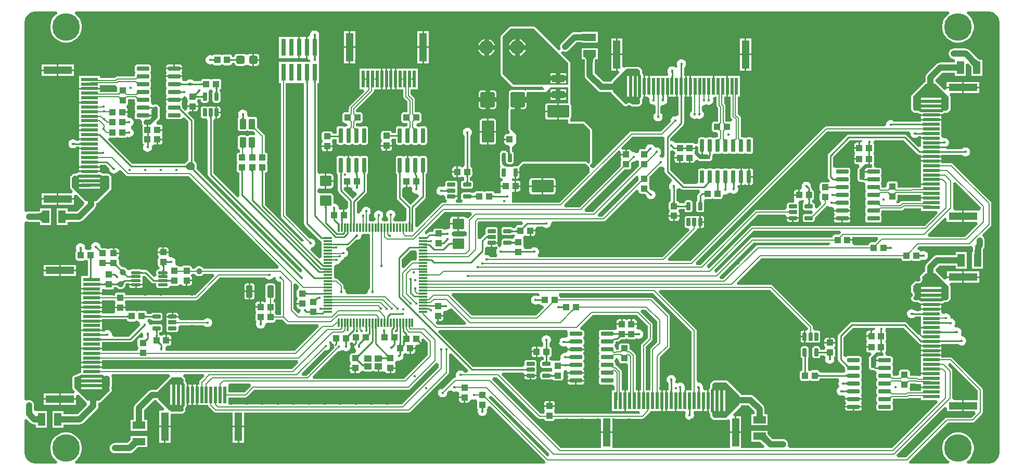
<source format=gtl>
G04*
G04 #@! TF.GenerationSoftware,Altium Limited,Altium Designer,20.1.11 (218)*
G04*
G04 Layer_Physical_Order=1*
G04 Layer_Color=255*
%FSLAX25Y25*%
%MOIN*%
G70*
G04*
G04 #@! TF.SameCoordinates,85017169-990B-49AA-8BCE-B11CB2BCBAEE*
G04*
G04*
G04 #@! TF.FilePolarity,Positive*
G04*
G01*
G75*
%ADD14C,0.02000*%
%ADD15C,0.01000*%
%ADD17C,0.00600*%
G04:AMPARAMS|DCode=51|XSize=24.61mil|YSize=93.5mil|CornerRadius=2.46mil|HoleSize=0mil|Usage=FLASHONLY|Rotation=180.000|XOffset=0mil|YOffset=0mil|HoleType=Round|Shape=RoundedRectangle|*
%AMROUNDEDRECTD51*
21,1,0.02461,0.08858,0,0,180.0*
21,1,0.01968,0.09350,0,0,180.0*
1,1,0.00492,-0.00984,0.04429*
1,1,0.00492,0.00984,0.04429*
1,1,0.00492,0.00984,-0.04429*
1,1,0.00492,-0.00984,-0.04429*
%
%ADD51ROUNDEDRECTD51*%
G04:AMPARAMS|DCode=52|XSize=24.8mil|YSize=51.18mil|CornerRadius=1.86mil|HoleSize=0mil|Usage=FLASHONLY|Rotation=90.000|XOffset=0mil|YOffset=0mil|HoleType=Round|Shape=RoundedRectangle|*
%AMROUNDEDRECTD52*
21,1,0.02480,0.04746,0,0,90.0*
21,1,0.02108,0.05118,0,0,90.0*
1,1,0.00372,0.02373,0.01054*
1,1,0.00372,0.02373,-0.01054*
1,1,0.00372,-0.02373,-0.01054*
1,1,0.00372,-0.02373,0.01054*
%
%ADD52ROUNDEDRECTD52*%
%ADD53R,0.08000X0.04500*%
G04:AMPARAMS|DCode=54|XSize=80mil|YSize=25mil|CornerRadius=1.88mil|HoleSize=0mil|Usage=FLASHONLY|Rotation=90.000|XOffset=0mil|YOffset=0mil|HoleType=Round|Shape=RoundedRectangle|*
%AMROUNDEDRECTD54*
21,1,0.08000,0.02125,0,0,90.0*
21,1,0.07625,0.02500,0,0,90.0*
1,1,0.00375,0.01063,0.03813*
1,1,0.00375,0.01063,-0.03813*
1,1,0.00375,-0.01063,-0.03813*
1,1,0.00375,-0.01063,0.03813*
%
%ADD54ROUNDEDRECTD54*%
G04:AMPARAMS|DCode=55|XSize=43.31mil|YSize=39.37mil|CornerRadius=2.95mil|HoleSize=0mil|Usage=FLASHONLY|Rotation=270.000|XOffset=0mil|YOffset=0mil|HoleType=Round|Shape=RoundedRectangle|*
%AMROUNDEDRECTD55*
21,1,0.04331,0.03347,0,0,270.0*
21,1,0.03740,0.03937,0,0,270.0*
1,1,0.00591,-0.01673,-0.01870*
1,1,0.00591,-0.01673,0.01870*
1,1,0.00591,0.01673,0.01870*
1,1,0.00591,0.01673,-0.01870*
%
%ADD55ROUNDEDRECTD55*%
G04:AMPARAMS|DCode=56|XSize=39.37mil|YSize=66.93mil|CornerRadius=3.94mil|HoleSize=0mil|Usage=FLASHONLY|Rotation=180.000|XOffset=0mil|YOffset=0mil|HoleType=Round|Shape=RoundedRectangle|*
%AMROUNDEDRECTD56*
21,1,0.03937,0.05906,0,0,180.0*
21,1,0.03150,0.06693,0,0,180.0*
1,1,0.00787,-0.01575,0.02953*
1,1,0.00787,0.01575,0.02953*
1,1,0.00787,0.01575,-0.02953*
1,1,0.00787,-0.01575,-0.02953*
%
%ADD56ROUNDEDRECTD56*%
G04:AMPARAMS|DCode=57|XSize=43.31mil|YSize=39.37mil|CornerRadius=2.95mil|HoleSize=0mil|Usage=FLASHONLY|Rotation=0.000|XOffset=0mil|YOffset=0mil|HoleType=Round|Shape=RoundedRectangle|*
%AMROUNDEDRECTD57*
21,1,0.04331,0.03347,0,0,0.0*
21,1,0.03740,0.03937,0,0,0.0*
1,1,0.00591,0.01870,-0.01673*
1,1,0.00591,-0.01870,-0.01673*
1,1,0.00591,-0.01870,0.01673*
1,1,0.00591,0.01870,0.01673*
%
%ADD57ROUNDEDRECTD57*%
G04:AMPARAMS|DCode=58|XSize=43.31mil|YSize=39.37mil|CornerRadius=3.94mil|HoleSize=0mil|Usage=FLASHONLY|Rotation=270.000|XOffset=0mil|YOffset=0mil|HoleType=Round|Shape=RoundedRectangle|*
%AMROUNDEDRECTD58*
21,1,0.04331,0.03150,0,0,270.0*
21,1,0.03543,0.03937,0,0,270.0*
1,1,0.00787,-0.01575,-0.01772*
1,1,0.00787,-0.01575,0.01772*
1,1,0.00787,0.01575,0.01772*
1,1,0.00787,0.01575,-0.01772*
%
%ADD58ROUNDEDRECTD58*%
%ADD59R,0.10630X0.02165*%
%ADD60R,0.18307X0.04724*%
G04:AMPARAMS|DCode=61|XSize=11.81mil|YSize=55.12mil|CornerRadius=2.95mil|HoleSize=0mil|Usage=FLASHONLY|Rotation=180.000|XOffset=0mil|YOffset=0mil|HoleType=Round|Shape=RoundedRectangle|*
%AMROUNDEDRECTD61*
21,1,0.01181,0.04921,0,0,180.0*
21,1,0.00591,0.05512,0,0,180.0*
1,1,0.00591,-0.00295,0.02461*
1,1,0.00591,0.00295,0.02461*
1,1,0.00591,0.00295,-0.02461*
1,1,0.00591,-0.00295,-0.02461*
%
%ADD61ROUNDEDRECTD61*%
G04:AMPARAMS|DCode=62|XSize=11.81mil|YSize=55.12mil|CornerRadius=2.95mil|HoleSize=0mil|Usage=FLASHONLY|Rotation=270.000|XOffset=0mil|YOffset=0mil|HoleType=Round|Shape=RoundedRectangle|*
%AMROUNDEDRECTD62*
21,1,0.01181,0.04921,0,0,270.0*
21,1,0.00591,0.05512,0,0,270.0*
1,1,0.00591,-0.02461,-0.00295*
1,1,0.00591,-0.02461,0.00295*
1,1,0.00591,0.02461,0.00295*
1,1,0.00591,0.02461,-0.00295*
%
%ADD62ROUNDEDRECTD62*%
%ADD63R,0.04724X0.18307*%
%ADD64R,0.02165X0.10630*%
G04:AMPARAMS|DCode=65|XSize=39.37mil|YSize=78.74mil|CornerRadius=2.95mil|HoleSize=0mil|Usage=FLASHONLY|Rotation=0.000|XOffset=0mil|YOffset=0mil|HoleType=Round|Shape=RoundedRectangle|*
%AMROUNDEDRECTD65*
21,1,0.03937,0.07284,0,0,0.0*
21,1,0.03347,0.07874,0,0,0.0*
1,1,0.00591,0.01673,-0.03642*
1,1,0.00591,-0.01673,-0.03642*
1,1,0.00591,-0.01673,0.03642*
1,1,0.00591,0.01673,0.03642*
%
%ADD65ROUNDEDRECTD65*%
%ADD66R,0.04500X0.08000*%
G04:AMPARAMS|DCode=67|XSize=80mil|YSize=25mil|CornerRadius=1.88mil|HoleSize=0mil|Usage=FLASHONLY|Rotation=180.000|XOffset=0mil|YOffset=0mil|HoleType=Round|Shape=RoundedRectangle|*
%AMROUNDEDRECTD67*
21,1,0.08000,0.02125,0,0,180.0*
21,1,0.07625,0.02500,0,0,180.0*
1,1,0.00375,-0.03813,0.01063*
1,1,0.00375,0.03813,0.01063*
1,1,0.00375,0.03813,-0.01063*
1,1,0.00375,-0.03813,-0.01063*
%
%ADD67ROUNDEDRECTD67*%
G04:AMPARAMS|DCode=68|XSize=43.31mil|YSize=39.37mil|CornerRadius=3.94mil|HoleSize=0mil|Usage=FLASHONLY|Rotation=0.000|XOffset=0mil|YOffset=0mil|HoleType=Round|Shape=RoundedRectangle|*
%AMROUNDEDRECTD68*
21,1,0.04331,0.03150,0,0,0.0*
21,1,0.03543,0.03937,0,0,0.0*
1,1,0.00787,0.01772,-0.01575*
1,1,0.00787,-0.01772,-0.01575*
1,1,0.00787,-0.01772,0.01575*
1,1,0.00787,0.01772,0.01575*
%
%ADD68ROUNDEDRECTD68*%
G04:AMPARAMS|DCode=69|XSize=24.8mil|YSize=51.18mil|CornerRadius=1.86mil|HoleSize=0mil|Usage=FLASHONLY|Rotation=0.000|XOffset=0mil|YOffset=0mil|HoleType=Round|Shape=RoundedRectangle|*
%AMROUNDEDRECTD69*
21,1,0.02480,0.04746,0,0,0.0*
21,1,0.02108,0.05118,0,0,0.0*
1,1,0.00372,0.01054,-0.02373*
1,1,0.00372,-0.01054,-0.02373*
1,1,0.00372,-0.01054,0.02373*
1,1,0.00372,0.01054,0.02373*
%
%ADD69ROUNDEDRECTD69*%
%ADD70C,0.03937*%
G04:AMPARAMS|DCode=71|XSize=17.72mil|YSize=59.06mil|CornerRadius=1.33mil|HoleSize=0mil|Usage=FLASHONLY|Rotation=270.000|XOffset=0mil|YOffset=0mil|HoleType=Round|Shape=RoundedRectangle|*
%AMROUNDEDRECTD71*
21,1,0.01772,0.05640,0,0,270.0*
21,1,0.01506,0.05906,0,0,270.0*
1,1,0.00266,-0.02820,-0.00753*
1,1,0.00266,-0.02820,0.00753*
1,1,0.00266,0.02820,0.00753*
1,1,0.00266,0.02820,-0.00753*
%
%ADD71ROUNDEDRECTD71*%
G04:AMPARAMS|DCode=72|XSize=74.8mil|YSize=68.9mil|CornerRadius=6.89mil|HoleSize=0mil|Usage=FLASHONLY|Rotation=0.000|XOffset=0mil|YOffset=0mil|HoleType=Round|Shape=RoundedRectangle|*
%AMROUNDEDRECTD72*
21,1,0.07480,0.05512,0,0,0.0*
21,1,0.06102,0.06890,0,0,0.0*
1,1,0.01378,0.03051,-0.02756*
1,1,0.01378,-0.03051,-0.02756*
1,1,0.01378,-0.03051,0.02756*
1,1,0.01378,0.03051,0.02756*
%
%ADD72ROUNDEDRECTD72*%
G04:AMPARAMS|DCode=73|XSize=49.21mil|YSize=39.37mil|CornerRadius=2.95mil|HoleSize=0mil|Usage=FLASHONLY|Rotation=0.000|XOffset=0mil|YOffset=0mil|HoleType=Round|Shape=RoundedRectangle|*
%AMROUNDEDRECTD73*
21,1,0.04921,0.03347,0,0,0.0*
21,1,0.04331,0.03937,0,0,0.0*
1,1,0.00591,0.02165,-0.01673*
1,1,0.00591,-0.02165,-0.01673*
1,1,0.00591,-0.02165,0.01673*
1,1,0.00591,0.02165,0.01673*
%
%ADD73ROUNDEDRECTD73*%
G04:AMPARAMS|DCode=74|XSize=141.73mil|YSize=78.74mil|CornerRadius=5.91mil|HoleSize=0mil|Usage=FLASHONLY|Rotation=0.000|XOffset=0mil|YOffset=0mil|HoleType=Round|Shape=RoundedRectangle|*
%AMROUNDEDRECTD74*
21,1,0.14173,0.06693,0,0,0.0*
21,1,0.12992,0.07874,0,0,0.0*
1,1,0.01181,0.06496,-0.03347*
1,1,0.01181,-0.06496,-0.03347*
1,1,0.01181,-0.06496,0.03347*
1,1,0.01181,0.06496,0.03347*
%
%ADD74ROUNDEDRECTD74*%
%ADD75R,0.02900X0.11000*%
G04:AMPARAMS|DCode=76|XSize=51.18mil|YSize=51.18mil|CornerRadius=5.12mil|HoleSize=0mil|Usage=FLASHONLY|Rotation=180.000|XOffset=0mil|YOffset=0mil|HoleType=Round|Shape=RoundedRectangle|*
%AMROUNDEDRECTD76*
21,1,0.05118,0.04095,0,0,180.0*
21,1,0.04095,0.05118,0,0,180.0*
1,1,0.01024,-0.02047,0.02047*
1,1,0.01024,0.02047,0.02047*
1,1,0.01024,0.02047,-0.02047*
1,1,0.01024,-0.02047,-0.02047*
%
%ADD76ROUNDEDRECTD76*%
G04:AMPARAMS|DCode=77|XSize=141.73mil|YSize=78.74mil|CornerRadius=5.91mil|HoleSize=0mil|Usage=FLASHONLY|Rotation=90.000|XOffset=0mil|YOffset=0mil|HoleType=Round|Shape=RoundedRectangle|*
%AMROUNDEDRECTD77*
21,1,0.14173,0.06693,0,0,90.0*
21,1,0.12992,0.07874,0,0,90.0*
1,1,0.01181,0.03347,0.06496*
1,1,0.01181,0.03347,-0.06496*
1,1,0.01181,-0.03347,-0.06496*
1,1,0.01181,-0.03347,0.06496*
%
%ADD77ROUNDEDRECTD77*%
G04:AMPARAMS|DCode=78|XSize=90.55mil|YSize=98.43mil|CornerRadius=6.79mil|HoleSize=0mil|Usage=FLASHONLY|Rotation=180.000|XOffset=0mil|YOffset=0mil|HoleType=Round|Shape=RoundedRectangle|*
%AMROUNDEDRECTD78*
21,1,0.09055,0.08484,0,0,180.0*
21,1,0.07697,0.09843,0,0,180.0*
1,1,0.01358,-0.03848,0.04242*
1,1,0.01358,0.03848,0.04242*
1,1,0.01358,0.03848,-0.04242*
1,1,0.01358,-0.03848,-0.04242*
%
%ADD78ROUNDEDRECTD78*%
G04:AMPARAMS|DCode=79|XSize=23.62mil|YSize=53.15mil|CornerRadius=1.77mil|HoleSize=0mil|Usage=FLASHONLY|Rotation=180.000|XOffset=0mil|YOffset=0mil|HoleType=Round|Shape=RoundedRectangle|*
%AMROUNDEDRECTD79*
21,1,0.02362,0.04961,0,0,180.0*
21,1,0.02008,0.05315,0,0,180.0*
1,1,0.00354,-0.01004,0.02480*
1,1,0.00354,0.01004,0.02480*
1,1,0.00354,0.01004,-0.02480*
1,1,0.00354,-0.01004,-0.02480*
%
%ADD79ROUNDEDRECTD79*%
%ADD80C,0.04000*%
%ADD81C,0.00800*%
%ADD82C,0.09055*%
%ADD83C,0.17717*%
%ADD84C,0.01772*%
%ADD85C,0.02100*%
G36*
X189097Y276840D02*
X189077Y276804D01*
X189059Y276761D01*
X189043Y276710D01*
X189030Y276651D01*
X189019Y276584D01*
X189005Y276427D01*
X189000Y276237D01*
X188000D01*
X187999Y276336D01*
X187981Y276584D01*
X187970Y276651D01*
X187957Y276710D01*
X187941Y276761D01*
X187923Y276804D01*
X187903Y276840D01*
X187880Y276867D01*
X189120D01*
X189097Y276840D01*
D02*
G37*
G36*
X189005Y275796D02*
X189020Y275624D01*
X189045Y275472D01*
X189080Y275340D01*
X189125Y275229D01*
X189180Y275138D01*
X189245Y275067D01*
X189320Y275016D01*
X189405Y274986D01*
X189500Y274976D01*
X187500D01*
X187595Y274986D01*
X187680Y275016D01*
X187755Y275067D01*
X187820Y275138D01*
X187875Y275229D01*
X187920Y275340D01*
X187955Y275472D01*
X187980Y275624D01*
X187995Y275796D01*
X188000Y275988D01*
X189000D01*
X189005Y275796D01*
D02*
G37*
G36*
X360812Y273862D02*
X360772Y273907D01*
X360652Y273948D01*
X360452Y273983D01*
X360172Y274014D01*
X358852Y274079D01*
X356812Y274100D01*
Y278100D01*
X357572Y278102D01*
X360772Y278293D01*
X360812Y278338D01*
Y273862D01*
D02*
G37*
G36*
X622145Y292421D02*
X623501Y291859D01*
X624721Y291043D01*
X625759Y290006D01*
X626574Y288785D01*
X627136Y287429D01*
X627422Y285990D01*
Y285256D01*
Y9980D01*
Y9246D01*
X627136Y7807D01*
X626574Y6451D01*
X625759Y5231D01*
X624721Y4193D01*
X623501Y3377D01*
X622145Y2816D01*
X620705Y2529D01*
X606748D01*
X606293Y4029D01*
X607188Y4627D01*
X608596Y6035D01*
X609702Y7691D01*
X610464Y9530D01*
X610852Y11483D01*
Y13474D01*
X610464Y15427D01*
X609702Y17267D01*
X608596Y18922D01*
X607188Y20330D01*
X605532Y21437D01*
X603693Y22199D01*
X601740Y22587D01*
X599749D01*
X597796Y22199D01*
X595956Y21437D01*
X594300Y20330D01*
X592893Y18922D01*
X591786Y17267D01*
X591024Y15427D01*
X590636Y13474D01*
Y11483D01*
X591024Y9530D01*
X591786Y7691D01*
X592893Y6035D01*
X594300Y4627D01*
X595195Y4029D01*
X594740Y2529D01*
X569792D01*
X569348Y3419D01*
X569264Y4029D01*
X594155Y28920D01*
X610000D01*
X610605Y29040D01*
X611118Y29383D01*
X616117Y34383D01*
X616460Y34895D01*
X616580Y35500D01*
Y50000D01*
X616460Y50605D01*
X616117Y51117D01*
X596929Y70306D01*
X596416Y70649D01*
X595811Y70769D01*
X590078D01*
Y71642D01*
X583513D01*
X576948D01*
Y69809D01*
Y66856D01*
Y63903D01*
Y60831D01*
X583513D01*
Y59831D01*
X576948D01*
Y58989D01*
X576616Y58821D01*
X575448Y58485D01*
X575155Y58681D01*
X574550Y58801D01*
X569846D01*
Y61273D01*
X569726Y61876D01*
X569384Y62387D01*
X568873Y62729D01*
X568270Y62849D01*
X564530D01*
X563927Y62729D01*
X563416Y62387D01*
X563074Y61876D01*
X562954Y61273D01*
Y59661D01*
X561747Y58801D01*
X558978D01*
Y60062D01*
X558867Y60623D01*
X558549Y61099D01*
Y61901D01*
X558867Y62377D01*
X558978Y62937D01*
Y65062D01*
X558867Y65623D01*
X558549Y66099D01*
Y66901D01*
X558867Y67377D01*
X558978Y67937D01*
Y70063D01*
X558867Y70623D01*
X558549Y71099D01*
X558073Y71417D01*
X557513Y71528D01*
X555570D01*
X554175Y72200D01*
X554175Y72200D01*
X554175Y73390D01*
X554077Y73878D01*
X554187Y74428D01*
X554210Y74443D01*
X554573Y74987D01*
X554700Y75628D01*
Y79172D01*
X554573Y79813D01*
X554210Y80357D01*
Y81443D01*
X554573Y81987D01*
X554700Y82628D01*
Y86172D01*
X554573Y86813D01*
X554210Y87357D01*
X553991Y87503D01*
X554223Y87905D01*
X554420Y88641D01*
Y89403D01*
X554660Y89716D01*
X565841D01*
X575819Y79738D01*
X576398Y79352D01*
X576948Y79242D01*
Y78547D01*
X583513D01*
X590078D01*
Y79341D01*
X600858D01*
X601264Y78935D01*
X601924Y78553D01*
X602660Y78356D01*
X603422D01*
X604158Y78553D01*
X604818Y78935D01*
X605357Y79473D01*
X605738Y80133D01*
X605935Y80869D01*
Y81631D01*
X605738Y82367D01*
X605357Y83027D01*
X604818Y83565D01*
X604158Y83947D01*
X603422Y84144D01*
X603357D01*
X603031Y84482D01*
X602526Y85588D01*
X602697Y85883D01*
X602894Y86619D01*
Y87381D01*
X602697Y88117D01*
X602316Y88777D01*
X601777Y89315D01*
X601117Y89697D01*
X600381Y89894D01*
X599619D01*
X599299Y89808D01*
X598561Y90720D01*
X598406Y91077D01*
X598731Y91640D01*
X598928Y92376D01*
Y93138D01*
X598731Y93874D01*
X598350Y94534D01*
X597811Y95072D01*
X597151Y95453D01*
X596415Y95651D01*
X595894D01*
Y96381D01*
X595696Y97117D01*
X595316Y97777D01*
X594777Y98316D01*
X594117Y98697D01*
X593381Y98894D01*
X592619D01*
X591883Y98697D01*
X591578Y98520D01*
X590490Y98940D01*
X590078Y99292D01*
Y101169D01*
X583513D01*
X576948D01*
Y100501D01*
X573300D01*
X572769Y101032D01*
X572109Y101413D01*
X571373Y101610D01*
X570611D01*
X569875Y101413D01*
X569216Y101032D01*
X568677Y100493D01*
X568296Y99833D01*
X568099Y99097D01*
Y98335D01*
X568296Y97600D01*
X568677Y96940D01*
X569216Y96401D01*
X569875Y96020D01*
X570611Y95823D01*
X571373D01*
X572109Y96020D01*
X572769Y96401D01*
X573300Y96932D01*
X576948D01*
Y93431D01*
Y90478D01*
Y90358D01*
X583513D01*
Y89358D01*
X576948D01*
Y85777D01*
X575448Y85156D01*
X567842Y92762D01*
X567263Y93148D01*
X566580Y93284D01*
X532500D01*
X531817Y93148D01*
X531238Y92762D01*
X531238Y92762D01*
X524238Y85762D01*
X523851Y85183D01*
X523716Y84500D01*
Y69450D01*
X523851Y68767D01*
X524238Y68188D01*
X528422Y64005D01*
Y62937D01*
X528533Y62377D01*
X528595Y62284D01*
X528111Y61003D01*
X527931Y60784D01*
X512248D01*
Y60870D01*
X512128Y61473D01*
X511787Y61984D01*
X511275Y62326D01*
X510672Y62446D01*
X507326D01*
X506723Y62326D01*
X506723Y62326D01*
X506212Y61984D01*
X505487Y61984D01*
X504976Y62326D01*
X504976Y62326D01*
X504797Y62361D01*
X504484Y62423D01*
Y70513D01*
X504549Y70556D01*
X504867Y71031D01*
X504978Y71592D01*
Y76338D01*
X504867Y76898D01*
X504549Y77373D01*
X504074Y77690D01*
X503514Y77802D01*
X501406D01*
X500845Y77690D01*
X500370Y77373D01*
X500053Y76898D01*
X499942Y76338D01*
Y71592D01*
X500053Y71031D01*
X500370Y70556D01*
X500845Y70239D01*
X500916Y70225D01*
Y62423D01*
X500424Y62326D01*
X499913Y61984D01*
X499571Y61473D01*
X499451Y60870D01*
Y57130D01*
X499571Y56527D01*
X499913Y56016D01*
X500424Y55674D01*
X501027Y55554D01*
X504373D01*
X504976Y55674D01*
X504976Y55674D01*
X505487Y56016D01*
X506212Y56016D01*
X506723Y55674D01*
X506723Y55674D01*
X506902Y55639D01*
X507326Y55554D01*
X510672D01*
X511275Y55674D01*
X511787Y56016D01*
X512128Y56527D01*
X512248Y57130D01*
Y57216D01*
X524002D01*
X524623Y55716D01*
X524584Y55677D01*
X524203Y55017D01*
X524006Y54281D01*
Y53519D01*
X524203Y52783D01*
X524584Y52123D01*
X524223Y51315D01*
X523685Y50777D01*
X523304Y50117D01*
X523106Y49381D01*
Y48619D01*
X523304Y47883D01*
X523685Y47223D01*
X524223Y46685D01*
X524883Y46303D01*
X525619Y46106D01*
X526381D01*
X527117Y46303D01*
X527274Y46394D01*
X527876Y46026D01*
X528481Y45359D01*
X528422Y45063D01*
Y44500D01*
X538978D01*
Y45063D01*
X538867Y45623D01*
X538549Y46099D01*
Y46901D01*
X538867Y47377D01*
X538978Y47938D01*
Y50063D01*
X538867Y50623D01*
X538549Y51099D01*
Y51901D01*
X538867Y52377D01*
X538978Y52938D01*
Y55063D01*
X538867Y55623D01*
X538549Y56099D01*
Y56901D01*
X538867Y57377D01*
X538978Y57938D01*
Y60062D01*
X538867Y60623D01*
X538549Y61099D01*
Y61901D01*
X538867Y62377D01*
X538978Y62937D01*
Y65062D01*
X538867Y65623D01*
X538549Y66099D01*
Y66901D01*
X538867Y67377D01*
X538978Y67937D01*
Y70063D01*
X538867Y70623D01*
X538549Y71099D01*
X538073Y71417D01*
X537512Y71528D01*
X529887D01*
X529327Y71417D01*
X528851Y71099D01*
X528784Y70999D01*
X527284Y71447D01*
Y83761D01*
X533239Y89716D01*
X547550D01*
X547567Y89696D01*
X547751Y89130D01*
X546807Y87950D01*
X546590Y87848D01*
X545650D01*
Y84400D01*
X545150D01*
Y83900D01*
X541900D01*
Y82628D01*
X542027Y81987D01*
X542391Y81443D01*
Y80357D01*
X542027Y79813D01*
X541900Y79172D01*
Y77900D01*
X545150D01*
Y76900D01*
X541900D01*
Y75628D01*
X542027Y74987D01*
X542391Y74443D01*
X542934Y74080D01*
X543576Y73952D01*
X544690D01*
X545264Y72567D01*
X543999Y71301D01*
X543722Y70888D01*
X543625Y70400D01*
Y64400D01*
X543669Y64179D01*
X543722Y63912D01*
X543722Y63912D01*
X543999Y63499D01*
X544599Y62899D01*
X545012Y62622D01*
X545500Y62525D01*
X546500Y62525D01*
X546621Y62550D01*
X546917Y62352D01*
X547600Y62216D01*
X547931D01*
X548111Y61997D01*
X548595Y60716D01*
X548533Y60623D01*
X548422Y60062D01*
Y57938D01*
X548533Y57377D01*
X548851Y56901D01*
Y56099D01*
X548533Y55623D01*
X548422Y55063D01*
Y52938D01*
X548533Y52377D01*
X548851Y51901D01*
Y51099D01*
X548533Y50623D01*
X548422Y50063D01*
Y47938D01*
X548533Y47377D01*
X548851Y46901D01*
Y46099D01*
X548533Y45623D01*
X548422Y45063D01*
Y42937D01*
X548533Y42377D01*
X548851Y41901D01*
Y41099D01*
X548533Y40623D01*
X548422Y40062D01*
Y37938D01*
X548533Y37377D01*
X548851Y36901D01*
X549327Y36583D01*
X549888Y36472D01*
X557513D01*
X558073Y36583D01*
X558549Y36901D01*
X558867Y37377D01*
X558978Y37938D01*
Y40062D01*
X558867Y40623D01*
X558549Y41099D01*
Y41901D01*
X558867Y42377D01*
X558978Y42937D01*
Y44120D01*
X568173D01*
X568778Y44240D01*
X569290Y44583D01*
X569401Y44693D01*
X576948D01*
Y43234D01*
X587039D01*
X587613Y41848D01*
X558345Y12580D01*
X492564D01*
X492490Y12628D01*
X491637Y14080D01*
X491666Y14152D01*
X491778Y15000D01*
X491666Y15848D01*
X491339Y16639D01*
X490818Y17318D01*
X490139Y17839D01*
X489348Y18166D01*
X488500Y18278D01*
X481858D01*
X478750Y21386D01*
Y23750D01*
X468250D01*
Y16750D01*
X474114D01*
X476784Y14080D01*
X476162Y12580D01*
X461772D01*
Y22113D01*
X454548D01*
Y12580D01*
X379252D01*
Y22113D01*
X372028D01*
Y12580D01*
X346155D01*
X302315Y56420D01*
X302937Y57920D01*
X305345D01*
X331382Y31883D01*
X331895Y31540D01*
X332500Y31420D01*
X335576D01*
X335674Y30925D01*
X336016Y30413D01*
X336527Y30072D01*
X337130Y29952D01*
X340870D01*
X341473Y30072D01*
X341984Y30413D01*
X342326Y30925D01*
X342424Y31420D01*
X372028D01*
Y23113D01*
X379252D01*
Y31420D01*
X398500D01*
X399105Y31540D01*
X399618Y31883D01*
X403254Y35519D01*
X403596Y36031D01*
X403674Y36422D01*
X410494D01*
Y42987D01*
Y49552D01*
X409622D01*
Y70887D01*
X415618Y76882D01*
X415960Y77395D01*
X416080Y78000D01*
Y97000D01*
X415960Y97605D01*
X415618Y98118D01*
X405118Y108617D01*
X404605Y108960D01*
X404000Y109080D01*
X345548D01*
Y109370D01*
X345428Y109973D01*
X345087Y110484D01*
X344947Y110577D01*
X345388Y112077D01*
X405188D01*
X430083Y87182D01*
Y49552D01*
X426596D01*
X426216Y49909D01*
X425592Y51052D01*
X425670Y51343D01*
Y52105D01*
X425473Y52841D01*
X425092Y53500D01*
X424553Y54039D01*
X423893Y54420D01*
X423157Y54617D01*
X422396D01*
X421660Y54420D01*
X421101Y54098D01*
X420940Y54055D01*
X419366Y54477D01*
X419307Y54639D01*
X419315Y54723D01*
X419697Y55383D01*
X419894Y56119D01*
Y56881D01*
X419697Y57617D01*
X419315Y58277D01*
X418777Y58815D01*
X418117Y59197D01*
X417381Y59394D01*
X416619D01*
X415883Y59197D01*
X415223Y58815D01*
X414684Y58277D01*
X414303Y57617D01*
X414106Y56881D01*
Y56119D01*
X414303Y55383D01*
X414684Y54723D01*
X415166Y54242D01*
Y49552D01*
X414447D01*
Y42987D01*
Y36422D01*
X419353D01*
Y42987D01*
X420353D01*
Y36422D01*
X425395D01*
X425698Y36108D01*
X426194Y34922D01*
X426056Y34683D01*
X425859Y33947D01*
Y33185D01*
X426056Y32449D01*
X426437Y31789D01*
X426976Y31251D01*
X427636Y30870D01*
X428372Y30672D01*
X429134D01*
X429870Y30870D01*
X430530Y31251D01*
X431068Y31789D01*
X431449Y32449D01*
X431646Y33185D01*
Y33947D01*
X431449Y34683D01*
X431311Y34922D01*
X431807Y36108D01*
X432111Y36422D01*
X437069D01*
Y42987D01*
X438069D01*
Y36422D01*
X440022D01*
Y42987D01*
Y49552D01*
X438349D01*
X438071Y49757D01*
X437296Y51052D01*
X437332Y51184D01*
Y51946D01*
X437135Y52682D01*
X436754Y53341D01*
X436215Y53880D01*
X435555Y54261D01*
X434819Y54458D01*
X434057D01*
X433244Y55793D01*
Y87836D01*
X433124Y88441D01*
X432781Y88954D01*
X409075Y112660D01*
X409649Y114046D01*
X480219D01*
X504620Y89645D01*
Y89066D01*
X504618Y89062D01*
X503514Y87873D01*
X502960D01*
Y84035D01*
Y80198D01*
X503514D01*
X504074Y80310D01*
X504330Y80480D01*
X504586Y80310D01*
X505146Y80198D01*
X507254D01*
X507814Y80310D01*
X508070Y80480D01*
X508326Y80310D01*
X508886Y80198D01*
X510994D01*
X511555Y80310D01*
X512030Y80627D01*
X512347Y81102D01*
X512458Y81662D01*
Y86409D01*
X512347Y86969D01*
X512030Y87444D01*
X511555Y87761D01*
X510994Y87873D01*
X508886D01*
X507782Y89062D01*
X507780Y89066D01*
Y90300D01*
X507660Y90905D01*
X507317Y91417D01*
X507317Y91417D01*
X481991Y116744D01*
X481479Y117086D01*
X480874Y117206D01*
X459401D01*
X458827Y118592D01*
X474655Y134420D01*
X564452D01*
Y134130D01*
X564572Y133527D01*
X564914Y133016D01*
X565425Y132674D01*
X566028Y132554D01*
X569374D01*
X569977Y132674D01*
X569977Y132674D01*
X570488Y133016D01*
X571213Y133016D01*
X571724Y132674D01*
X571724Y132674D01*
X571903Y132639D01*
X572327Y132554D01*
X575673D01*
X576276Y132674D01*
X576787Y133016D01*
X577092Y133472D01*
X577383Y133303D01*
X578119Y133106D01*
X578881D01*
X579617Y133303D01*
X580277Y133685D01*
X580816Y134223D01*
X581196Y134883D01*
X581394Y135619D01*
Y136381D01*
X581196Y137117D01*
X580816Y137777D01*
X580277Y138315D01*
X579617Y138697D01*
X578881Y138894D01*
X578119D01*
X577383Y138697D01*
X577092Y138528D01*
X576787Y138984D01*
X576276Y139326D01*
X575673Y139446D01*
X575140D01*
X574566Y140831D01*
X575655Y141920D01*
X608000D01*
X608605Y142040D01*
X608797Y142168D01*
X608932Y142146D01*
X609814Y141742D01*
X610222Y141366D01*
Y138250D01*
X609750D01*
Y127750D01*
X616750D01*
Y133037D01*
X616778Y133250D01*
Y140142D01*
X616818Y140182D01*
X617339Y140861D01*
X617666Y141652D01*
X617778Y142500D01*
Y145500D01*
X617666Y146348D01*
X617339Y147139D01*
X616818Y147818D01*
X616737Y147880D01*
X616431Y149696D01*
X621618Y154883D01*
X621960Y155395D01*
X622080Y156000D01*
Y169500D01*
X621960Y170105D01*
X621618Y170617D01*
X597459Y194776D01*
X596946Y195118D01*
X596342Y195239D01*
X590065D01*
Y196111D01*
X583500D01*
X576935D01*
Y194278D01*
Y191326D01*
Y188373D01*
Y185420D01*
Y182467D01*
Y182347D01*
X583500D01*
Y181347D01*
X576935D01*
Y179769D01*
X571216D01*
X570612Y179648D01*
X570540Y179600D01*
X561946D01*
Y182072D01*
X561826Y182675D01*
X561484Y183186D01*
X560973Y183528D01*
X560370Y183648D01*
X556630D01*
X556027Y183528D01*
X555516Y183186D01*
X555174Y182675D01*
X555054Y182072D01*
Y180694D01*
X554197Y179600D01*
X551778D01*
Y180862D01*
X551667Y181423D01*
X551349Y181899D01*
Y182701D01*
X551667Y183177D01*
X551778Y183738D01*
Y185863D01*
X551667Y186423D01*
X551349Y186899D01*
Y187701D01*
X551667Y188177D01*
X551778Y188737D01*
Y190863D01*
X551667Y191423D01*
X551349Y191899D01*
X550873Y192217D01*
X550313Y192328D01*
X548370D01*
X546975Y193000D01*
X546975Y193000D01*
X546975Y194190D01*
X546877Y194678D01*
X546601Y195091D01*
X546573Y195120D01*
X546885Y195587D01*
X547012Y196228D01*
Y199772D01*
X546885Y200413D01*
X546522Y200957D01*
Y202043D01*
X546885Y202587D01*
X547012Y203228D01*
Y206772D01*
X546885Y207413D01*
X546525Y207951D01*
X546711Y208642D01*
Y209404D01*
X547180Y210016D01*
X565995D01*
X574755Y201255D01*
X575334Y200868D01*
X576017Y200732D01*
X576935D01*
Y200064D01*
X583500D01*
X590065D01*
Y200724D01*
X603184D01*
X603185Y200723D01*
X603723Y200184D01*
X604383Y199803D01*
X605119Y199606D01*
X605881D01*
X606617Y199803D01*
X607277Y200184D01*
X607816Y200723D01*
X608196Y201383D01*
X608394Y202119D01*
Y202881D01*
X608196Y203617D01*
X607816Y204277D01*
X607277Y204816D01*
X606617Y205196D01*
X605881Y205394D01*
X605119D01*
X604383Y205196D01*
X603723Y204816D01*
X603200Y204292D01*
X593273D01*
X593076Y205792D01*
X593117Y205803D01*
X593777Y206185D01*
X594315Y206723D01*
X594697Y207383D01*
X594894Y208119D01*
Y208881D01*
X594697Y209617D01*
X594315Y210277D01*
X593777Y210816D01*
X593117Y211196D01*
X592381Y211394D01*
X591619D01*
X591565Y211379D01*
X590820Y211685D01*
X590265Y212149D01*
X590065Y212456D01*
Y214948D01*
Y217900D01*
Y220853D01*
Y222686D01*
X583500D01*
X576935D01*
Y221901D01*
X559691D01*
X559277Y222316D01*
X558617Y222696D01*
X557881Y222894D01*
X557119D01*
X556383Y222696D01*
X555723Y222316D01*
X555185Y221777D01*
X554804Y221117D01*
X554606Y220381D01*
Y219619D01*
X553257Y218861D01*
X516280D01*
X515675Y218740D01*
X515163Y218398D01*
X429345Y132580D01*
X415275D01*
X414701Y133966D01*
X432917Y152182D01*
X433260Y152695D01*
X433679Y153416D01*
X434486Y153727D01*
X435040D01*
Y157565D01*
Y161402D01*
X434486D01*
X433926Y161290D01*
X433670Y161119D01*
X433414Y161290D01*
X432854Y161402D01*
X430746D01*
X430186Y161290D01*
X429930Y161119D01*
X429674Y161290D01*
X429114Y161402D01*
X427006D01*
X426445Y161290D01*
X425970Y160973D01*
X425653Y160498D01*
X425542Y159938D01*
Y155192D01*
X425653Y154631D01*
X425970Y154156D01*
X426445Y153839D01*
X427006Y153727D01*
X427871D01*
X428492Y152227D01*
X411345Y135080D01*
X332044D01*
X331453Y136580D01*
X331575Y136702D01*
X331956Y137362D01*
X332153Y138098D01*
Y138859D01*
X331956Y139595D01*
X331575Y140255D01*
X331036Y140794D01*
X330376Y141175D01*
X329640Y141372D01*
X328878D01*
X328142Y141175D01*
X327483Y140794D01*
X326951Y140263D01*
X323184D01*
X322626Y140859D01*
X322326Y142224D01*
X322361Y142403D01*
X322446Y142827D01*
Y146173D01*
X322326Y146776D01*
X322107Y147103D01*
X322310Y148067D01*
X322528Y148587D01*
X323954Y149001D01*
X324433Y148680D01*
X325075Y148552D01*
X326150D01*
Y152000D01*
X326650D01*
Y152500D01*
X329900D01*
Y153772D01*
X331237Y154716D01*
X334692D01*
X335223Y154184D01*
X335883Y153804D01*
X336619Y153606D01*
X337381D01*
X338117Y153804D01*
X338777Y154184D01*
X339316Y154723D01*
X339697Y155383D01*
X339894Y156119D01*
Y156881D01*
X341168Y157920D01*
X373500D01*
X374105Y158040D01*
X374618Y158382D01*
X394669Y178434D01*
X396054Y177859D01*
Y177327D01*
X396174Y176724D01*
X396516Y176213D01*
X397027Y175871D01*
X397630Y175751D01*
X400422D01*
X401106Y175067D01*
Y174619D01*
X401303Y173883D01*
X401685Y173223D01*
X402223Y172685D01*
X402883Y172303D01*
X403619Y172106D01*
X404381D01*
X405117Y172303D01*
X405777Y172685D01*
X406316Y173223D01*
X406697Y173883D01*
X406894Y174619D01*
Y175381D01*
X406697Y176117D01*
X406316Y176777D01*
X405777Y177315D01*
X405117Y177697D01*
X404381Y177894D01*
X403619D01*
X402946Y179239D01*
Y180673D01*
X402826Y181276D01*
X402826Y181276D01*
X402484Y181787D01*
X402484Y182512D01*
X402826Y183023D01*
X402826Y183023D01*
X402861Y183202D01*
X402946Y183626D01*
Y186510D01*
X409596Y193160D01*
X410015Y193048D01*
X410777D01*
X411216Y193166D01*
X412132Y192711D01*
X412716Y192208D01*
Y190086D01*
X412851Y189403D01*
X413238Y188824D01*
X417328Y184735D01*
X417346Y184221D01*
X416978Y182963D01*
X416723Y182816D01*
X416185Y182277D01*
X415803Y181617D01*
X415606Y180881D01*
Y180119D01*
X415803Y179383D01*
X416185Y178723D01*
X416716Y178192D01*
Y170938D01*
X416387Y170873D01*
X415843Y170509D01*
X415480Y169966D01*
X415352Y169324D01*
Y166175D01*
X415480Y165533D01*
X415843Y164990D01*
X415843Y164210D01*
X415480Y163666D01*
X415352Y163025D01*
Y161950D01*
X418800D01*
X422248D01*
Y163025D01*
X422120Y163666D01*
X421757Y164210D01*
X421757Y164990D01*
X422120Y165533D01*
X422206Y165965D01*
X425542D01*
Y165262D01*
X425653Y164702D01*
X425970Y164227D01*
X426445Y163910D01*
X427006Y163798D01*
X429114D01*
X429674Y163910D01*
X430149Y164227D01*
X430467Y164702D01*
X430578Y165262D01*
Y170009D01*
X430467Y170569D01*
X430149Y171044D01*
X429674Y171361D01*
X429114Y171473D01*
X427006D01*
X426445Y171361D01*
X425970Y171044D01*
X425653Y170569D01*
X425542Y170009D01*
Y169534D01*
X422206D01*
X422120Y169966D01*
X421757Y170509D01*
X421213Y170873D01*
X420572Y171000D01*
X420284D01*
Y178192D01*
X420816Y178723D01*
X420963Y178978D01*
X422221Y179346D01*
X422735Y179328D01*
X423324Y178738D01*
X423903Y178351D01*
X424586Y178216D01*
X434865D01*
X435309Y177323D01*
X435392Y176716D01*
X434278Y175602D01*
X433892Y175023D01*
X433756Y174340D01*
Y171248D01*
X433451Y171044D01*
X433133Y170569D01*
X433022Y170009D01*
Y165262D01*
X433133Y164702D01*
X433451Y164227D01*
X433926Y163910D01*
X434486Y163798D01*
X436594D01*
X437155Y163910D01*
X437630Y164227D01*
X437947Y164702D01*
X438058Y165262D01*
Y170009D01*
X437947Y170569D01*
X437800Y170790D01*
X438203Y171752D01*
X438404Y171999D01*
X438627Y172154D01*
X441973D01*
X442576Y172274D01*
X442576Y172274D01*
X443087Y172616D01*
X443812Y172616D01*
X444323Y172274D01*
X444323Y172274D01*
X444502Y172239D01*
X444926Y172154D01*
X448272D01*
X448875Y172274D01*
X449387Y172616D01*
X449728Y173127D01*
X449848Y173730D01*
Y174354D01*
X450012Y174599D01*
X451348Y175425D01*
X451419Y175406D01*
X452181D01*
X452917Y175603D01*
X453577Y175984D01*
X454289Y176460D01*
X455545Y175999D01*
X455883Y175803D01*
X456619Y175606D01*
X457381D01*
X458117Y175803D01*
X458777Y176184D01*
X459315Y176723D01*
X459696Y177383D01*
X459894Y178119D01*
Y178881D01*
X459696Y179617D01*
X459315Y180277D01*
X459947Y181126D01*
X460306Y181408D01*
X460738Y181322D01*
X461300D01*
Y186600D01*
Y191878D01*
X460738D01*
X460177Y191767D01*
X459701Y191449D01*
X458899D01*
X458423Y191767D01*
X457863Y191878D01*
X455737D01*
X455177Y191767D01*
X454701Y191449D01*
X453899D01*
X453423Y191767D01*
X452863Y191878D01*
X450737D01*
X450177Y191767D01*
X449701Y191449D01*
X448899D01*
X448423Y191767D01*
X447862Y191878D01*
X445738D01*
X445177Y191767D01*
X444701Y191449D01*
X443899D01*
X443423Y191767D01*
X442863Y191878D01*
X440737D01*
X440177Y191767D01*
X439701Y191449D01*
X438899D01*
X438423Y191767D01*
X437862Y191878D01*
X435738D01*
X435177Y191767D01*
X434701Y191449D01*
X434383Y190973D01*
X434272Y190412D01*
Y182788D01*
X433012Y181784D01*
X425325D01*
X416284Y190825D01*
Y203016D01*
X416503Y203160D01*
X417741Y203578D01*
X417888Y203523D01*
X418053Y203413D01*
X418337Y203357D01*
X418790Y203188D01*
X419543Y201963D01*
Y201522D01*
X419180Y200979D01*
X419053Y200337D01*
Y199262D01*
X422500D01*
Y198762D01*
X423000D01*
Y195512D01*
X424272D01*
X424913Y195639D01*
X425650Y195927D01*
X426387Y195639D01*
X427028Y195512D01*
X428300D01*
Y198762D01*
X429300D01*
Y195512D01*
X430572D01*
X431213Y195639D01*
X431757Y196003D01*
X432120Y196546D01*
X432221Y197055D01*
X432802Y197420D01*
X433633Y197764D01*
X434499Y196899D01*
X434912Y196623D01*
X435400Y196526D01*
X441400D01*
X441621Y196569D01*
X441888Y196623D01*
X441888Y196623D01*
X442301Y196899D01*
X442901Y197499D01*
X443178Y197912D01*
X443274Y198400D01*
X443274Y199400D01*
X443251Y199521D01*
X443448Y199817D01*
X443584Y200500D01*
X443584Y200500D01*
Y200831D01*
X443803Y201011D01*
X445084Y201495D01*
X445177Y201433D01*
X445738Y201322D01*
X447862D01*
X448423Y201433D01*
X448899Y201751D01*
X449701D01*
X450177Y201433D01*
X450737Y201322D01*
X452863D01*
X453423Y201433D01*
X453899Y201751D01*
X454701D01*
X455177Y201433D01*
X455737Y201322D01*
X457863D01*
X458423Y201433D01*
X458899Y201751D01*
X459701D01*
X460177Y201433D01*
X460738Y201322D01*
X462862D01*
X463423Y201433D01*
X463899Y201751D01*
X464701D01*
X465177Y201433D01*
X465737Y201322D01*
X467863D01*
X468423Y201433D01*
X468899Y201751D01*
X469217Y202227D01*
X469328Y202787D01*
Y210413D01*
X469217Y210973D01*
X468899Y211449D01*
X468423Y211767D01*
X467863Y211878D01*
X465737D01*
X465177Y211767D01*
X464701Y211449D01*
X463899D01*
X463423Y211767D01*
X462862Y211878D01*
X461651D01*
Y224085D01*
X461530Y224690D01*
X461188Y225203D01*
X459674Y226716D01*
Y238035D01*
X461133D01*
Y251165D01*
X453395D01*
Y244600D01*
Y238035D01*
X454973D01*
Y225424D01*
X455093Y224819D01*
X455436Y224306D01*
X456374Y223369D01*
X456250Y222816D01*
X454875Y221956D01*
X454272Y222076D01*
X451800D01*
Y231893D01*
X451680Y232498D01*
X451337Y233011D01*
X450816Y233532D01*
Y238035D01*
X452394D01*
Y244600D01*
Y251165D01*
X444536D01*
Y244600D01*
X443536D01*
Y251165D01*
X429773D01*
Y244600D01*
Y238035D01*
X430420D01*
Y228929D01*
X430223Y228816D01*
X429684Y228277D01*
X429304Y227617D01*
X429106Y226881D01*
Y226119D01*
X429304Y225383D01*
X429684Y224723D01*
X430223Y224184D01*
X430883Y223803D01*
X431619Y223606D01*
X432381D01*
X433117Y223803D01*
X433500Y224025D01*
X433883Y223803D01*
X434619Y223606D01*
X435381D01*
X436117Y223803D01*
X436777Y224184D01*
X437316Y224723D01*
X437697Y225383D01*
X437894Y226119D01*
Y226881D01*
X437697Y227617D01*
X437316Y228277D01*
X436777Y228816D01*
X436580Y228929D01*
Y231332D01*
X437619Y232606D01*
X438381D01*
X439117Y232804D01*
X439500Y233025D01*
X439883Y232804D01*
X440619Y232606D01*
X441381D01*
X442117Y232804D01*
X442777Y233185D01*
X443316Y233723D01*
X443696Y234383D01*
X443894Y235119D01*
Y235881D01*
X443718Y236535D01*
X443707Y236633D01*
X444604Y238035D01*
X446115D01*
Y232240D01*
X446235Y231635D01*
X446578Y231122D01*
X447099Y230601D01*
Y222076D01*
X444627D01*
X444024Y221956D01*
X443513Y221615D01*
X443171Y221104D01*
X443051Y220501D01*
Y216760D01*
X443171Y216158D01*
X443513Y215646D01*
X444024Y215305D01*
X444627Y215185D01*
X446012D01*
X447079Y214288D01*
Y211878D01*
X445738D01*
X445177Y211767D01*
X444701Y211449D01*
X443899D01*
X443423Y211767D01*
X442863Y211878D01*
X440737D01*
X440177Y211767D01*
X439701Y211449D01*
X438899D01*
X438423Y211767D01*
X437862Y211878D01*
X435738D01*
X435177Y211767D01*
X434701Y211449D01*
X434383Y210973D01*
X434272Y210413D01*
Y208980D01*
X433647Y207575D01*
X433646Y207575D01*
X432300Y207575D01*
X431966Y207508D01*
X431757Y207821D01*
X431213Y208185D01*
X430572Y208312D01*
X427028D01*
X426387Y208185D01*
X425650Y207897D01*
X424913Y208185D01*
X424272Y208312D01*
X420728D01*
X420087Y208185D01*
X419390Y208347D01*
X419315Y208477D01*
X418777Y209015D01*
X418117Y209397D01*
X417381Y209594D01*
X416619D01*
X416360Y209792D01*
X416303Y211280D01*
X424633Y219609D01*
X425019Y220188D01*
X425155Y220871D01*
X425155Y220871D01*
Y238035D01*
X425820D01*
Y244600D01*
Y251165D01*
X425218D01*
Y256650D01*
X425277Y256684D01*
X425815Y257223D01*
X426196Y257883D01*
X426394Y258619D01*
Y259381D01*
X426196Y260117D01*
X425815Y260777D01*
X425277Y261315D01*
X424617Y261697D01*
X423881Y261894D01*
X423119D01*
X422383Y261697D01*
X421723Y261315D01*
X421184Y260777D01*
X420803Y260117D01*
X420606Y259381D01*
Y258619D01*
X420803Y257883D01*
X421086Y257395D01*
X421035Y257088D01*
X420751Y256899D01*
X420210Y256711D01*
X419365Y256727D01*
X419277Y256816D01*
X418617Y257196D01*
X417881Y257394D01*
X417119D01*
X416383Y257196D01*
X415723Y256816D01*
X415184Y256277D01*
X414804Y255617D01*
X414606Y254881D01*
Y254119D01*
X414804Y253383D01*
X415184Y252723D01*
X415243Y252665D01*
X414621Y251165D01*
X403198D01*
Y244600D01*
X402198D01*
Y251165D01*
X400245D01*
Y244600D01*
Y238035D01*
X402027D01*
X402552Y237406D01*
X402978Y236535D01*
X402854Y236073D01*
Y235311D01*
X403051Y234575D01*
X403432Y233915D01*
X403971Y233376D01*
X404630Y232995D01*
X405366Y232798D01*
X406128D01*
X406920Y231457D01*
Y227429D01*
X406723Y227315D01*
X406184Y226777D01*
X405803Y226117D01*
X405606Y225381D01*
Y224619D01*
X405803Y223883D01*
X406184Y223223D01*
X406723Y222685D01*
X407383Y222304D01*
X408119Y222106D01*
X408881D01*
X409617Y222304D01*
X410277Y222685D01*
X410815Y223223D01*
X411197Y223883D01*
X411394Y224619D01*
Y225381D01*
X411197Y226117D01*
X410815Y226777D01*
X410277Y227315D01*
X410080Y227429D01*
Y231332D01*
X411119Y232606D01*
X411881D01*
X412617Y232804D01*
X413277Y233185D01*
X413815Y233723D01*
X414196Y234383D01*
X414394Y235119D01*
Y235881D01*
X414218Y236535D01*
X414207Y236633D01*
X415104Y238035D01*
X419914D01*
Y244600D01*
X420914D01*
Y238035D01*
X421587D01*
Y226369D01*
X421320Y226046D01*
X420086Y225339D01*
X419881Y225394D01*
X419119D01*
X418383Y225197D01*
X417723Y224816D01*
X417184Y224277D01*
X416804Y223617D01*
X416606Y222881D01*
Y222119D01*
X416665Y221900D01*
X410345Y215580D01*
X391500D01*
X390895Y215460D01*
X390383Y215118D01*
X367160Y191895D01*
X366325Y192241D01*
X365753Y192609D01*
X365677Y192988D01*
X365401Y193401D01*
X364802Y194000D01*
X365901Y195099D01*
X366178Y195512D01*
X366274Y196000D01*
Y216500D01*
X366178Y216988D01*
X365901Y217401D01*
X361901Y221401D01*
X361488Y221677D01*
X361000Y221775D01*
X352274Y221775D01*
X352274Y223271D01*
X352187Y223708D01*
X352356Y223821D01*
X352763Y224430D01*
X352906Y225148D01*
Y231841D01*
X352763Y232559D01*
X352356Y233168D01*
X352187Y233280D01*
X352274Y233717D01*
X352274Y244000D01*
X352178Y244488D01*
X352002Y244750D01*
X352178Y245012D01*
X352274Y245500D01*
Y259500D01*
X352178Y259988D01*
X351901Y260401D01*
X346472Y265831D01*
X347232Y267192D01*
X347361Y267161D01*
X347512Y267099D01*
X348152Y266834D01*
X349000Y266722D01*
X349848Y266834D01*
X350639Y267161D01*
X351318Y267682D01*
X356458Y272822D01*
X359550D01*
Y272600D01*
X370050D01*
Y279600D01*
X359550D01*
Y279378D01*
X355100D01*
X354252Y279266D01*
X353461Y278939D01*
X352782Y278418D01*
X346682Y272318D01*
X346161Y271639D01*
X345834Y270848D01*
X345722Y270000D01*
X345834Y269152D01*
X346062Y268599D01*
X346161Y268361D01*
X346192Y268232D01*
X344831Y267472D01*
X329901Y282401D01*
X329488Y282678D01*
X329000Y282774D01*
X314000D01*
X313512Y282678D01*
X313099Y282401D01*
X308099Y277401D01*
X307822Y276988D01*
X307726Y276500D01*
Y252500D01*
X307822Y252012D01*
X308099Y251599D01*
X315099Y244599D01*
X315512Y244322D01*
X316000Y244226D01*
X334722D01*
X335480Y242725D01*
X335148Y242274D01*
X324563Y242274D01*
X324499Y242262D01*
X324434Y242268D01*
X324257Y242214D01*
X324075Y242178D01*
X324021Y242141D01*
X323959Y242122D01*
X323816Y242004D01*
X323661Y241901D01*
X323625Y241847D01*
X323598Y241825D01*
X323247Y242059D01*
X322494Y242209D01*
X314797D01*
X314044Y242059D01*
X313406Y241633D01*
X312980Y240995D01*
X312830Y240242D01*
Y231758D01*
X312980Y231005D01*
X313190Y230690D01*
X313165Y230661D01*
X313099Y230617D01*
X313004Y230474D01*
X312892Y230345D01*
X312867Y230269D01*
X312823Y230203D01*
X312789Y230035D01*
X312735Y229873D01*
X312741Y229793D01*
X312725Y229715D01*
Y217000D01*
X312823Y216512D01*
X313099Y216099D01*
X313750Y215448D01*
X313129Y213948D01*
X311776D01*
X311134Y213820D01*
X310591Y213457D01*
X310227Y212913D01*
X310100Y212272D01*
Y211000D01*
X313350D01*
Y210000D01*
X310100D01*
Y208728D01*
X310227Y208087D01*
X310591Y207543D01*
X311134Y207180D01*
X311776Y207052D01*
X312730D01*
X313045Y206745D01*
X313736Y205552D01*
X313725Y205500D01*
Y202502D01*
X313750Y202379D01*
Y202253D01*
X313798Y202137D01*
X313823Y202014D01*
X313892Y201910D01*
X313940Y201794D01*
X314029Y201705D01*
X314099Y201601D01*
X314203Y201531D01*
X314292Y201442D01*
X314404Y201396D01*
X314614Y201256D01*
X314648Y201205D01*
X314685Y201020D01*
Y196310D01*
X314648Y196125D01*
X314614Y196075D01*
X314563Y196041D01*
X314378Y196004D01*
X312622D01*
X312437Y196041D01*
X312386Y196075D01*
X312352Y196125D01*
X312315Y196310D01*
Y201020D01*
X312343Y201158D01*
Y201284D01*
X312367Y201407D01*
X312343Y201530D01*
Y201656D01*
X312295Y201772D01*
X312270Y201895D01*
X312201Y201999D01*
X312153Y202115D01*
X312064Y202204D01*
X311994Y202308D01*
X311401Y202901D01*
X310988Y203177D01*
X310500Y203274D01*
X309000D01*
X308512Y203177D01*
X308099Y202901D01*
X307599Y202401D01*
X307323Y201988D01*
X307225Y201500D01*
Y195000D01*
X307323Y194512D01*
X307390Y194411D01*
X307727Y192844D01*
X307412Y192372D01*
X307301Y191815D01*
Y186854D01*
X307412Y186298D01*
X307727Y185825D01*
X308199Y185510D01*
X308756Y185399D01*
X308885D01*
X309033Y183899D01*
X308634Y183820D01*
X308091Y183457D01*
X307727Y182913D01*
X307600Y182272D01*
Y181000D01*
X310850D01*
Y180000D01*
X307600D01*
Y178728D01*
X307727Y178087D01*
X308091Y177543D01*
X307622Y176052D01*
X307417Y175784D01*
X303645D01*
X303528Y176374D01*
X303186Y176885D01*
X302675Y177226D01*
X302072Y177346D01*
X298726D01*
X298123Y177226D01*
X298123Y177226D01*
X297612Y176885D01*
X296887Y176885D01*
X296376Y177226D01*
X296376Y177226D01*
X296197Y177262D01*
X295773Y177346D01*
X292427D01*
X291824Y177226D01*
X291313Y176885D01*
X291048Y176489D01*
X290425Y176302D01*
X289401Y176168D01*
X289104Y176367D01*
X288544Y176478D01*
X283798D01*
X283238Y176367D01*
X282763Y176049D01*
X282445Y175574D01*
X282334Y175014D01*
Y172906D01*
X282445Y172345D01*
X282763Y171870D01*
X283238Y171553D01*
X282952Y170080D01*
X279319D01*
X279033Y171553D01*
X279508Y171870D01*
X279826Y172345D01*
X279937Y172906D01*
Y173460D01*
X276100D01*
Y174460D01*
X279937D01*
Y175014D01*
X279826Y175574D01*
X279655Y175830D01*
X279826Y176086D01*
X279937Y176646D01*
Y178754D01*
X279826Y179314D01*
X279655Y179570D01*
X279826Y179826D01*
X279937Y180386D01*
Y182494D01*
X279826Y183055D01*
X279508Y183530D01*
X279033Y183847D01*
X278473Y183958D01*
X273727D01*
X273167Y183847D01*
X272692Y183530D01*
X272374Y183055D01*
X272263Y182494D01*
Y180907D01*
X272074Y180698D01*
X271156Y180167D01*
X270792Y180095D01*
X270617Y180196D01*
X269881Y180394D01*
X269119D01*
X268383Y180196D01*
X267723Y179815D01*
X267184Y179277D01*
X266804Y178617D01*
X266606Y177881D01*
Y177119D01*
X266804Y176383D01*
X267184Y175723D01*
X267723Y175185D01*
X268383Y174803D01*
X269119Y174606D01*
X269881D01*
X270617Y174803D01*
X270763Y174888D01*
X272107Y174265D01*
X272263Y174093D01*
Y172906D01*
X272374Y172345D01*
X272692Y171870D01*
X273167Y171553D01*
X272881Y170080D01*
X271000D01*
X270395Y169960D01*
X269882Y169617D01*
X254379Y154114D01*
X252993Y154688D01*
Y156472D01*
X252906Y156907D01*
Y166383D01*
X259262Y172738D01*
X259648Y173317D01*
X259784Y174000D01*
Y188357D01*
X260063Y188543D01*
X260394Y189038D01*
X260510Y189622D01*
Y198480D01*
X260394Y199064D01*
X260063Y199559D01*
X259568Y199890D01*
X258984Y200006D01*
X257016D01*
X256432Y199890D01*
X255937Y199559D01*
X255063D01*
X254568Y199890D01*
X253984Y200006D01*
X252016D01*
X251432Y199890D01*
X250937Y199559D01*
X250063D01*
X249568Y199890D01*
X248984Y200006D01*
X248500D01*
Y194051D01*
X247500D01*
Y200006D01*
X247016D01*
X246432Y199890D01*
X245937Y199559D01*
X245063D01*
X244568Y199890D01*
X243984Y200006D01*
X242016D01*
X241432Y199890D01*
X240937Y199559D01*
X240606Y199064D01*
X240490Y198480D01*
Y189622D01*
X240606Y189038D01*
X240937Y188543D01*
X241216Y188357D01*
Y173000D01*
X241352Y172317D01*
X241738Y171738D01*
X247369Y166107D01*
Y158725D01*
X245901Y157970D01*
X245512Y158048D01*
X244921D01*
X244318Y157928D01*
X244232Y157871D01*
X244146Y157928D01*
X243543Y158048D01*
X242953D01*
X242350Y157928D01*
X242264Y157871D01*
X242178Y157928D01*
X241575Y158048D01*
X240984D01*
X240381Y157928D01*
X238924Y158313D01*
Y159916D01*
X239122Y160030D01*
X239661Y160568D01*
X240042Y161228D01*
X240239Y161964D01*
Y162726D01*
X240042Y163462D01*
X239661Y164122D01*
X239122Y164661D01*
X238462Y165042D01*
X237726Y165239D01*
X236964D01*
X236228Y165042D01*
X235568Y164661D01*
X235030Y164122D01*
X234649Y163462D01*
X234452Y162726D01*
Y161964D01*
X234649Y161228D01*
X235030Y160568D01*
X235568Y160030D01*
X235764Y159917D01*
Y158309D01*
X234306Y157926D01*
X234304Y157928D01*
X233701Y158048D01*
X233110D01*
X232824Y157991D01*
X231373Y158837D01*
X231359Y158956D01*
X231342Y159750D01*
X231816Y160223D01*
X232196Y160883D01*
X232394Y161619D01*
Y162381D01*
X232196Y163117D01*
X231816Y163777D01*
X231277Y164315D01*
X230617Y164697D01*
X229881Y164894D01*
X229119D01*
X228383Y164697D01*
X227723Y164315D01*
X227185Y163777D01*
X226803Y163117D01*
X226606Y162381D01*
Y161619D01*
X226803Y160883D01*
X227185Y160223D01*
X227668Y159740D01*
X227625Y158796D01*
X226659Y158148D01*
X226216Y157971D01*
X225827Y158048D01*
X225236D01*
X224633Y157928D01*
X224603Y157908D01*
X223151Y158276D01*
Y162038D01*
X223324Y162137D01*
X223863Y162676D01*
X224244Y163336D01*
X224441Y164072D01*
Y164834D01*
X224244Y165570D01*
X223863Y166229D01*
X223324Y166768D01*
X222664Y167149D01*
X221928Y167347D01*
X221166D01*
X220430Y167149D01*
X219771Y166768D01*
X219232Y166229D01*
X218851Y165570D01*
X218653Y164834D01*
Y164269D01*
X218383Y164197D01*
X217723Y163815D01*
X217184Y163277D01*
X217005Y162966D01*
X215505Y163367D01*
Y169981D01*
X221462Y175938D01*
X221849Y176517D01*
X221984Y177200D01*
X221984Y177200D01*
Y188357D01*
X222263Y188543D01*
X222593Y189038D01*
X222710Y189622D01*
Y198480D01*
X222593Y199064D01*
X222263Y199559D01*
X221768Y199890D01*
X221184Y200006D01*
X219216D01*
X218632Y199890D01*
X218137Y199559D01*
X217263D01*
X216768Y199890D01*
X216184Y200006D01*
X214216D01*
X213632Y199890D01*
X213137Y199559D01*
X212263D01*
X211768Y199890D01*
X211184Y200006D01*
X210700D01*
Y194051D01*
X209700D01*
Y200006D01*
X209216D01*
X208632Y199890D01*
X208137Y199559D01*
X207263D01*
X206768Y199890D01*
X206184Y200006D01*
X204216D01*
X203632Y199890D01*
X203137Y199559D01*
X202806Y199064D01*
X202690Y198480D01*
Y189622D01*
X202806Y189038D01*
X203137Y188543D01*
X203416Y188357D01*
Y177800D01*
X203552Y177117D01*
X203938Y176538D01*
X209968Y170509D01*
Y166613D01*
X209944Y166563D01*
X208724Y165448D01*
X207650D01*
Y162000D01*
X206650D01*
Y165448D01*
X205575D01*
X205249Y165383D01*
X204568Y165753D01*
X204407Y165881D01*
X203894Y166429D01*
Y166881D01*
X203696Y167617D01*
X203315Y168277D01*
X202777Y168816D01*
X202117Y169196D01*
X201381Y169394D01*
X200619D01*
X200528Y169464D01*
Y173957D01*
X200378Y174713D01*
X199949Y175355D01*
X199308Y175783D01*
X198551Y175934D01*
X192449D01*
X191784Y175802D01*
X191662Y175802D01*
X190284Y176646D01*
Y178354D01*
X191662Y179198D01*
X191784Y179199D01*
X192449Y179066D01*
X195000D01*
Y183799D01*
Y188532D01*
X192449D01*
X191784Y188400D01*
X191662Y188400D01*
X190284Y189245D01*
Y246750D01*
X191200D01*
Y260250D01*
X191200Y260250D01*
X191411Y261112D01*
X191411Y261874D01*
X191200Y262750D01*
X191200Y262750D01*
Y276250D01*
X191200Y276250D01*
X191394Y277119D01*
X191394Y277881D01*
X191197Y278617D01*
X190815Y279277D01*
X190277Y279816D01*
X189617Y280196D01*
X188881Y280394D01*
X188119D01*
X187383Y280196D01*
X186723Y279816D01*
X186185Y279277D01*
X185803Y278617D01*
X185606Y277881D01*
Y277119D01*
X184286Y276250D01*
X184000D01*
Y269500D01*
Y262293D01*
X184860Y261480D01*
X184857Y260612D01*
X184302Y260250D01*
X165800D01*
Y246750D01*
X166920D01*
Y161500D01*
X167040Y160895D01*
X167383Y160382D01*
X182118Y145647D01*
X182119Y145644D01*
X182095Y145549D01*
X180436Y145088D01*
X156784Y168739D01*
Y189251D01*
X156870D01*
X157473Y189371D01*
X157984Y189713D01*
X158326Y190224D01*
X158446Y190827D01*
Y194173D01*
X158326Y194776D01*
X158326Y194776D01*
X157984Y195287D01*
X157984Y196012D01*
X158326Y196523D01*
X158326Y196523D01*
X158361Y196702D01*
X158446Y197126D01*
Y200472D01*
X158326Y201075D01*
X157984Y201587D01*
X157473Y201928D01*
X156870Y202048D01*
X156682D01*
Y212500D01*
X156682Y212500D01*
X156554Y213144D01*
X156190Y213690D01*
X151704Y218176D01*
Y223358D01*
X151576Y224000D01*
X151213Y224543D01*
X150669Y224907D01*
X150028Y225034D01*
X146878D01*
X146511Y224961D01*
X146325Y225051D01*
X145769Y225527D01*
X145333Y226107D01*
X145394Y226333D01*
Y227095D01*
X145196Y227831D01*
X144816Y228491D01*
X144277Y229030D01*
X143617Y229411D01*
X142881Y229608D01*
X142119D01*
X141383Y229411D01*
X140723Y229030D01*
X140184Y228491D01*
X139804Y227831D01*
X139606Y227095D01*
Y226333D01*
X139804Y225597D01*
X140184Y224937D01*
X140171Y224799D01*
X139787Y224543D01*
X139424Y224000D01*
X139296Y223358D01*
Y217453D01*
X139424Y216811D01*
X139787Y216268D01*
X140331Y215904D01*
X140972Y215777D01*
X144122D01*
X144763Y215904D01*
X145307Y216268D01*
X145693D01*
X146237Y215904D01*
X146878Y215777D01*
X149344D01*
X150453Y214668D01*
X150204Y213823D01*
X149776Y213223D01*
X146878D01*
X146237Y213096D01*
X145693Y212732D01*
X145307D01*
X144763Y213096D01*
X144122Y213223D01*
X140972D01*
X140331Y213096D01*
X139787Y212732D01*
X139424Y212189D01*
X139296Y211547D01*
Y205642D01*
X139424Y205000D01*
X139787Y204457D01*
X140331Y204093D01*
X140739Y204012D01*
Y202048D01*
X140130D01*
X139527Y201928D01*
X139016Y201587D01*
X138674Y201075D01*
X138554Y200472D01*
Y197126D01*
X138674Y196523D01*
X138674Y196523D01*
X139016Y196012D01*
X139016Y195287D01*
X138674Y194776D01*
X138674Y194776D01*
X138639Y194597D01*
X138554Y194173D01*
Y190827D01*
X138674Y190224D01*
X139016Y189713D01*
X139527Y189371D01*
X140130Y189251D01*
X140216D01*
Y175000D01*
X140351Y174317D01*
X140400Y174245D01*
X139235Y173289D01*
X123684Y188839D01*
Y222700D01*
X124586Y224027D01*
X125140D01*
Y227865D01*
Y231702D01*
X124586D01*
X124026Y231590D01*
X123770Y231419D01*
X123514Y231590D01*
X122954Y231702D01*
X120846D01*
X120286Y231590D01*
X120030Y231419D01*
X119774Y231590D01*
X119214Y231702D01*
X117106D01*
X116545Y231590D01*
X116070Y231273D01*
X115753Y230798D01*
X115642Y230238D01*
Y225492D01*
X115753Y224931D01*
X116070Y224456D01*
X116545Y224139D01*
X117106Y224027D01*
X119214D01*
X120116Y222700D01*
Y188100D01*
X120252Y187417D01*
X120638Y186838D01*
X180666Y126811D01*
X180122Y125233D01*
X179470Y125153D01*
X113025Y191598D01*
X113025Y191600D01*
X113075Y191841D01*
X113074Y191843D01*
X113075Y191846D01*
Y194500D01*
X112978Y194988D01*
X112701Y195401D01*
X111284Y196818D01*
Y222750D01*
X111149Y223433D01*
X110762Y224012D01*
X107462Y227311D01*
X108337Y228558D01*
X108628Y228500D01*
X109900D01*
Y231250D01*
X106952D01*
Y230176D01*
X107010Y229884D01*
X105764Y229009D01*
X103778Y230995D01*
Y232063D01*
X103667Y232623D01*
X103349Y233099D01*
Y233901D01*
X103667Y234377D01*
X103778Y234938D01*
Y235500D01*
X98500D01*
X93222D01*
Y234938D01*
X93333Y234377D01*
X93651Y233901D01*
Y233099D01*
X93333Y232623D01*
X93222Y232063D01*
Y229938D01*
X93333Y229377D01*
X93651Y228901D01*
Y228099D01*
X93333Y227623D01*
X93222Y227063D01*
Y224938D01*
X93333Y224377D01*
X93651Y223901D01*
X94127Y223583D01*
X94687Y223472D01*
X102313D01*
X102873Y223583D01*
X103349Y223901D01*
X103491Y224114D01*
X104638Y224457D01*
X105221Y224505D01*
X107716Y222011D01*
Y197113D01*
X107399Y196901D01*
X105446Y194949D01*
X71574D01*
X56147Y210376D01*
X56264Y210639D01*
X57032Y211613D01*
X57327Y211554D01*
X60673D01*
X61276Y211674D01*
X61276Y211674D01*
X61787Y212016D01*
X62512Y212016D01*
X63023Y211674D01*
X63023Y211674D01*
X63202Y211639D01*
X63626Y211554D01*
X66972D01*
X67575Y211674D01*
X68086Y212016D01*
X68268Y212287D01*
X68561Y212118D01*
X69297Y211920D01*
X70059D01*
X70795Y212118D01*
X71455Y212499D01*
X71993Y213037D01*
X72374Y213697D01*
X72571Y214433D01*
Y215195D01*
X72374Y215931D01*
X71993Y216591D01*
X71455Y217130D01*
X71100Y217334D01*
X70940Y218105D01*
Y218211D01*
X71100Y218982D01*
X71455Y219186D01*
X71993Y219725D01*
X72374Y220385D01*
X72571Y221121D01*
Y221883D01*
X72374Y222619D01*
X71993Y223279D01*
X71455Y223817D01*
X70795Y224198D01*
X70059Y224396D01*
X69476D01*
X68928Y224987D01*
X68468Y225726D01*
X68548Y226130D01*
Y227500D01*
X65299D01*
Y228500D01*
X68548D01*
Y229870D01*
X68428Y230473D01*
X68157Y230878D01*
X68117Y231206D01*
X68306Y232593D01*
X68484Y232713D01*
X68826Y233224D01*
X68946Y233827D01*
Y236299D01*
X71925D01*
X71925Y236299D01*
X73216D01*
X73222Y236293D01*
Y234938D01*
X73333Y234377D01*
X73651Y233901D01*
Y233099D01*
X73333Y232623D01*
X73222Y232063D01*
Y229938D01*
X73333Y229377D01*
X73651Y228901D01*
Y228099D01*
X73333Y227623D01*
X73222Y227063D01*
Y224938D01*
X73333Y224377D01*
X73651Y223901D01*
X74127Y223583D01*
X74687Y223472D01*
X76626D01*
X76666Y223454D01*
X77825Y222400D01*
Y220825D01*
X77922Y220338D01*
X78199Y219924D01*
X78641Y219482D01*
X78327Y219013D01*
X78200Y218372D01*
Y214828D01*
X78327Y214187D01*
X78666Y213600D01*
X78327Y213013D01*
X78200Y212372D01*
Y208828D01*
X78327Y208187D01*
X78690Y207643D01*
X79181Y207316D01*
X79185Y207277D01*
X78803Y206617D01*
X78606Y205881D01*
Y205119D01*
X78803Y204383D01*
X79185Y203723D01*
X79723Y203185D01*
X80383Y202803D01*
X81119Y202606D01*
X81881D01*
X82617Y202803D01*
X83277Y203185D01*
X83815Y203723D01*
X84197Y204383D01*
X84394Y205119D01*
Y205881D01*
X84277Y206315D01*
X84934Y207002D01*
X85504Y207299D01*
X85533Y207280D01*
X86175Y207152D01*
X87250D01*
Y210600D01*
X87750D01*
Y211100D01*
X91000D01*
Y212372D01*
X90873Y213013D01*
X90534Y213600D01*
X90873Y214187D01*
X91000Y214828D01*
Y216100D01*
X87750D01*
Y217100D01*
X91000D01*
Y218372D01*
X90873Y219013D01*
X90509Y219557D01*
X89966Y219920D01*
X89324Y220048D01*
X87571D01*
X86950Y221548D01*
X89001Y223599D01*
X89277Y224012D01*
X89375Y224500D01*
X89375Y230700D01*
X89277Y231188D01*
X89001Y231601D01*
X88101Y232501D01*
X87688Y232778D01*
X87200Y232874D01*
X86100Y232874D01*
X85612Y232777D01*
X85466Y232680D01*
X84269Y233061D01*
X83667Y234377D01*
X83778Y234938D01*
Y237063D01*
X83667Y237623D01*
X83349Y238099D01*
Y238901D01*
X83667Y239377D01*
X83778Y239937D01*
Y242062D01*
X83667Y242623D01*
X83349Y243099D01*
Y243901D01*
X83667Y244377D01*
X83778Y244937D01*
Y247062D01*
X83667Y247623D01*
X83349Y248099D01*
Y248901D01*
X83667Y249377D01*
X83778Y249938D01*
Y252063D01*
X83667Y252623D01*
X83349Y253099D01*
Y253901D01*
X83667Y254377D01*
X83778Y254938D01*
Y257063D01*
X83667Y257623D01*
X83349Y258099D01*
X82873Y258417D01*
X82313Y258528D01*
X74687D01*
X74127Y258417D01*
X73651Y258099D01*
X73333Y257623D01*
X73222Y257063D01*
Y254938D01*
X73333Y254377D01*
X73651Y253901D01*
Y253099D01*
X73333Y252623D01*
X73222Y252063D01*
Y250851D01*
X61997D01*
X61392Y250730D01*
X60880Y250388D01*
X60399Y249907D01*
X50852D01*
Y251366D01*
X37722D01*
Y246700D01*
Y243748D01*
Y243628D01*
X44287D01*
X50852D01*
Y245206D01*
X61126D01*
X61611Y244683D01*
X62024Y244061D01*
X62112Y243760D01*
X62054Y243472D01*
Y241080D01*
X50852D01*
Y242628D01*
X44287D01*
X37722D01*
Y240795D01*
Y237842D01*
Y234889D01*
Y234769D01*
X44287D01*
Y233769D01*
X37722D01*
Y231937D01*
Y228984D01*
Y226031D01*
Y223078D01*
Y220126D01*
Y220006D01*
X44287D01*
Y219006D01*
X37722D01*
Y217173D01*
Y217053D01*
X44287D01*
Y216053D01*
X37722D01*
Y214220D01*
Y211147D01*
X44287D01*
Y210147D01*
X37722D01*
Y209467D01*
X36042D01*
X35522Y209987D01*
X34862Y210368D01*
X34126Y210565D01*
X33364D01*
X32629Y210368D01*
X31969Y209987D01*
X31430Y209448D01*
X31049Y208788D01*
X30852Y208052D01*
Y207290D01*
X31049Y206554D01*
X31430Y205894D01*
X31969Y205356D01*
X32629Y204975D01*
X33364Y204777D01*
X34126D01*
X34862Y204975D01*
X35522Y205356D01*
X36061Y205894D01*
X36064Y205898D01*
X37722D01*
Y205242D01*
X44287D01*
Y204242D01*
X37722D01*
Y202409D01*
Y199456D01*
Y196504D01*
Y193551D01*
Y193431D01*
X44287D01*
X50852D01*
Y194128D01*
X54662D01*
X57106Y191684D01*
Y191119D01*
X57304Y190383D01*
X57684Y189723D01*
X58223Y189184D01*
X58883Y188804D01*
X59619Y188606D01*
X60381D01*
X61117Y188804D01*
X61777Y189184D01*
X62315Y189723D01*
X62696Y190383D01*
X64324Y190868D01*
X67810Y187382D01*
X68323Y187040D01*
X68928Y186920D01*
X107845D01*
X165685Y129080D01*
X165063Y127580D01*
X117304D01*
X117075Y127976D01*
X116476Y128575D01*
X115742Y128999D01*
X114924Y129218D01*
X114076D01*
X113258Y128999D01*
X112524Y128575D01*
X111925Y127976D01*
X111696Y127580D01*
X109948D01*
Y127874D01*
X109820Y128515D01*
X109457Y129059D01*
X108913Y129422D01*
X108272Y129550D01*
X104728D01*
X104087Y129422D01*
X103543Y129059D01*
X103456Y128928D01*
X103073Y128834D01*
X102036Y128855D01*
X101789Y128928D01*
X101684Y129086D01*
X101173Y129427D01*
X100570Y129547D01*
X100157D01*
X99346Y130675D01*
X99240Y131047D01*
X99394Y131619D01*
Y132381D01*
X99196Y133117D01*
X98816Y133777D01*
X98277Y134316D01*
X97617Y134696D01*
X96881Y134894D01*
X96119D01*
X95888Y134832D01*
X95136Y135608D01*
X94838Y136025D01*
X94948Y136575D01*
Y137650D01*
X88052D01*
Y136575D01*
X88180Y135933D01*
X88543Y135390D01*
X88543Y134610D01*
X88180Y134066D01*
X88052Y133425D01*
Y130276D01*
X88180Y129634D01*
X88543Y129091D01*
X89087Y128727D01*
X89217Y128701D01*
X89069Y127201D01*
X88542D01*
X88002Y127094D01*
X87545Y126788D01*
X87239Y126331D01*
X87132Y125792D01*
Y124286D01*
X87236Y123759D01*
X87132Y123232D01*
Y122879D01*
X85632Y122258D01*
X81589Y126300D01*
X81010Y126687D01*
X80328Y126823D01*
X77804D01*
X77398Y127094D01*
X76859Y127201D01*
X71219D01*
X70679Y127094D01*
X70222Y126788D01*
X69932Y126738D01*
X68615Y126866D01*
X68608Y126868D01*
X68374Y127275D01*
X67775Y127874D01*
X67041Y128298D01*
X66222Y128517D01*
X65375D01*
X65161Y128460D01*
X63146Y130475D01*
Y132873D01*
X63026Y133476D01*
X62684Y133987D01*
X62684Y134712D01*
X63026Y135223D01*
X63146Y135826D01*
Y136999D01*
X59700D01*
Y137499D01*
X59200D01*
Y140748D01*
X57830D01*
X57227Y140628D01*
X56716Y140287D01*
X55684Y140287D01*
X55546Y140379D01*
X55173Y140628D01*
X54570Y140748D01*
X51975D01*
X51246Y141477D01*
Y142124D01*
X51049Y142860D01*
X50668Y143520D01*
X50129Y144059D01*
X49469Y144440D01*
X48733Y144637D01*
X47971D01*
X47235Y144440D01*
X46576Y144059D01*
X46037Y143520D01*
X45656Y142860D01*
X45459Y142124D01*
Y141362D01*
X45517Y141146D01*
X44820Y139923D01*
X44490Y139646D01*
X43326D01*
X42723Y139526D01*
X42723Y139526D01*
X42612Y139452D01*
X41320Y140344D01*
X41394Y140619D01*
Y141381D01*
X41197Y142117D01*
X40815Y142777D01*
X40277Y143315D01*
X39617Y143696D01*
X38881Y143894D01*
X38119D01*
X37383Y143696D01*
X36723Y143315D01*
X36184Y142777D01*
X35803Y142117D01*
X35606Y141381D01*
Y140619D01*
X35803Y139883D01*
X36125Y139326D01*
X35913Y139184D01*
X35571Y138673D01*
X35451Y138070D01*
Y134330D01*
X35571Y133727D01*
X35913Y133216D01*
X36424Y132874D01*
X37027Y132754D01*
X40373D01*
X40976Y132874D01*
X40976Y132874D01*
X41487Y133216D01*
X42212Y133216D01*
X42723Y132874D01*
X42723Y132874D01*
X42902Y132839D01*
X43215Y132776D01*
Y122966D01*
X39135D01*
Y118300D01*
Y115348D01*
Y115228D01*
X45700D01*
Y114228D01*
X39135D01*
Y112395D01*
Y112275D01*
X45700D01*
X52265D01*
Y114183D01*
X53468Y114622D01*
X53765Y114679D01*
X54227Y114370D01*
X54830Y114250D01*
X58570D01*
X59173Y114370D01*
X59684Y114712D01*
X60026Y115223D01*
X60137Y115785D01*
X60562Y115803D01*
X61612Y115745D01*
X61625Y115724D01*
X62224Y115125D01*
X62958Y114701D01*
X63776Y114481D01*
X64624D01*
X65442Y114701D01*
X66176Y115125D01*
X66775Y115724D01*
X67199Y116458D01*
X67418Y117276D01*
Y117931D01*
X67624Y118136D01*
X69791D01*
X69809Y118114D01*
Y117861D01*
X70696D01*
X71219Y117757D01*
X74039D01*
X76859D01*
X77382Y117861D01*
X78268D01*
Y118114D01*
X78164Y118641D01*
X78268Y119167D01*
Y120673D01*
X78164Y121200D01*
X78268Y121727D01*
Y122820D01*
X79768Y123074D01*
X84184Y118659D01*
X84763Y118272D01*
X85446Y118136D01*
X87114D01*
X87132Y118114D01*
Y116609D01*
X87239Y116069D01*
X87545Y115612D01*
X88002Y115306D01*
X88542Y115199D01*
X94181D01*
X94721Y115306D01*
X95178Y115612D01*
X95250Y115719D01*
X96049Y116661D01*
X96830Y116750D01*
X100570D01*
X101173Y116870D01*
X101684Y117212D01*
X101790Y117370D01*
X102035Y117443D01*
X103072Y117465D01*
X103456Y117370D01*
X103543Y117240D01*
X104087Y116877D01*
X104728Y116749D01*
X106000D01*
Y120000D01*
X106500D01*
Y120500D01*
X109948D01*
Y121575D01*
X109820Y122216D01*
X109457Y122760D01*
X109457Y123539D01*
X109820Y124083D01*
X109887Y124420D01*
X111696D01*
X111925Y124024D01*
X112524Y123425D01*
X113258Y123001D01*
X114076Y122782D01*
X114924D01*
X115742Y123001D01*
X116476Y123425D01*
X117075Y124024D01*
X117304Y124420D01*
X123725D01*
X124299Y123034D01*
X111845Y110580D01*
X67446D01*
Y110673D01*
X67326Y111276D01*
X66984Y111787D01*
X66473Y112129D01*
X65870Y112249D01*
X62130D01*
X61527Y112129D01*
X61016Y111787D01*
X60674Y111276D01*
X60554Y110673D01*
Y110580D01*
X52265D01*
Y111275D01*
X45700D01*
X39135D01*
Y109442D01*
Y106489D01*
Y106369D01*
X45700D01*
X52265D01*
Y107420D01*
X60308D01*
X60668Y106754D01*
X60674Y106724D01*
X60727Y106644D01*
X61016Y106111D01*
Y105488D01*
X60674Y104977D01*
X60554Y104374D01*
Y103201D01*
X64000D01*
X67446D01*
Y104374D01*
X67326Y104977D01*
X66984Y105488D01*
X66984Y106213D01*
X67326Y106724D01*
X67446Y107327D01*
Y107420D01*
X112500D01*
X113105Y107540D01*
X113618Y107882D01*
X127655Y121920D01*
X157071D01*
X157185Y121723D01*
X157723Y121185D01*
X158383Y120803D01*
X159119Y120606D01*
X159881D01*
X160617Y120803D01*
X161277Y121185D01*
X161816Y121723D01*
X162197Y122383D01*
X163606Y121944D01*
Y121619D01*
X163804Y120883D01*
X164184Y120223D01*
X164723Y119685D01*
X165383Y119304D01*
X166119Y119106D01*
X166881D01*
X166920Y119077D01*
Y98080D01*
X163548D01*
Y98370D01*
X163428Y98973D01*
X162909Y100043D01*
X163273Y100587D01*
X163400Y101228D01*
Y104772D01*
X163273Y105413D01*
X162909Y105957D01*
X162366Y106320D01*
X162284Y106336D01*
Y107866D01*
X162469Y107903D01*
X162980Y108244D01*
X163322Y108755D01*
X163442Y109358D01*
Y116642D01*
X163322Y117245D01*
X162980Y117756D01*
X162469Y118097D01*
X161866Y118217D01*
X158520D01*
X157917Y118097D01*
X157406Y117756D01*
X157064Y117245D01*
X156944Y116642D01*
Y109358D01*
X157064Y108755D01*
X157406Y108244D01*
X157413Y106608D01*
X157402Y106580D01*
X156720Y105957D01*
X156610D01*
X156067Y106320D01*
X155425Y106448D01*
X154350D01*
Y103000D01*
X153850D01*
Y102500D01*
X150600D01*
Y101228D01*
X150727Y100587D01*
X151091Y100043D01*
X150871Y98973D01*
X150751Y98370D01*
Y94630D01*
X150871Y94027D01*
X151213Y93516D01*
X151444Y93361D01*
X151304Y93117D01*
X151106Y92381D01*
Y91619D01*
X151304Y90883D01*
X151684Y90223D01*
X152223Y89684D01*
X152883Y89303D01*
X153619Y89106D01*
X154381D01*
X155117Y89303D01*
X155777Y89684D01*
X156316Y90223D01*
X156696Y90883D01*
X156894Y91619D01*
Y92125D01*
X157576Y92759D01*
X158246Y93130D01*
X158626Y93054D01*
X161972D01*
X162575Y93174D01*
X163086Y93516D01*
X163428Y94027D01*
X163548Y94630D01*
Y94920D01*
X167845D01*
X170382Y92383D01*
X170895Y92040D01*
X171500Y91920D01*
X190563D01*
X191185Y90420D01*
X175734Y74969D01*
X93470D01*
X93041Y75529D01*
Y76290D01*
X92918Y76752D01*
X93343Y77623D01*
X93868Y78252D01*
X95024D01*
X95666Y78380D01*
X96209Y78743D01*
X96573Y79287D01*
X96700Y79928D01*
Y81200D01*
X93450D01*
Y81700D01*
X92950D01*
Y85148D01*
X91875D01*
X91233Y85020D01*
X90690Y84657D01*
X89910Y84657D01*
X89367Y85020D01*
X88935Y85106D01*
Y86912D01*
X89638D01*
X90198Y87023D01*
X90673Y87340D01*
X90990Y87815D01*
X91102Y88376D01*
Y90484D01*
X90990Y91044D01*
X90673Y91519D01*
X90198Y91837D01*
X89638Y91948D01*
X84891D01*
X84331Y91837D01*
X83894Y91544D01*
X83324Y91651D01*
X82757Y91791D01*
X82365Y91988D01*
X82196Y92617D01*
X81815Y93277D01*
X81466Y93626D01*
X81606Y94406D01*
X82007Y95126D01*
X83652D01*
X83856Y94821D01*
X84331Y94503D01*
X84891Y94392D01*
X89638D01*
X90198Y94503D01*
X90673Y94821D01*
X90990Y95296D01*
X91102Y95856D01*
Y97964D01*
X90990Y98525D01*
X90673Y99000D01*
X90198Y99317D01*
X89638Y99428D01*
X84891D01*
X84331Y99317D01*
X83856Y99000D01*
X83652Y98694D01*
X80949D01*
Y99070D01*
X80829Y99673D01*
X80487Y100184D01*
X79976Y100526D01*
X79373Y100646D01*
X76027D01*
X75424Y100526D01*
X74913Y100184D01*
X74188Y100184D01*
X73677Y100526D01*
X73074Y100646D01*
X69728D01*
X69125Y100526D01*
X68837Y100333D01*
X67896Y100702D01*
X67782Y100785D01*
X67446Y101070D01*
Y102201D01*
X64000D01*
X60554D01*
Y101028D01*
X60674Y100425D01*
X60761Y100295D01*
X60278Y99017D01*
X60096Y98795D01*
X52265D01*
Y99464D01*
X45700D01*
X39135D01*
Y97631D01*
Y94678D01*
Y94558D01*
X45700D01*
X52265D01*
Y95227D01*
X68173D01*
X68272Y94727D01*
X68613Y94216D01*
X69125Y93874D01*
X69728Y93754D01*
X73074D01*
X73677Y93874D01*
X73677Y93874D01*
X74188Y94216D01*
X74913Y94216D01*
X75424Y93874D01*
X75424Y93874D01*
X75759Y93808D01*
X76263Y93233D01*
X76706Y92254D01*
X76606Y91881D01*
Y91130D01*
X69508Y84032D01*
X60037D01*
X58702Y84845D01*
Y85607D01*
X58505Y86343D01*
X58124Y87003D01*
X57585Y87542D01*
X56925Y87923D01*
X56189Y88120D01*
X55427D01*
X54691Y87923D01*
X54032Y87542D01*
X53765Y87275D01*
X52833Y87435D01*
X52501Y87653D01*
X45700D01*
X39135D01*
Y85820D01*
Y82867D01*
Y79915D01*
Y76962D01*
Y76842D01*
X45700D01*
X52265D01*
Y76962D01*
Y80463D01*
X70247D01*
X70930Y80599D01*
X71509Y80986D01*
X77173Y86650D01*
X77490Y86590D01*
X78606Y85962D01*
Y85619D01*
X78803Y84883D01*
X78881Y84749D01*
X78242Y83386D01*
X78088Y83249D01*
X76630D01*
X76027Y83129D01*
X75516Y82787D01*
X75174Y82276D01*
X75054Y81673D01*
Y78327D01*
X75174Y77724D01*
X75516Y77213D01*
X75516Y76488D01*
X75174Y75977D01*
X75054Y75374D01*
Y74969D01*
X52265D01*
Y75842D01*
X45700D01*
X39135D01*
Y74009D01*
Y71056D01*
Y68104D01*
Y67984D01*
X45700D01*
X52265D01*
Y68856D01*
X177500D01*
X178121Y67356D01*
X173924Y63158D01*
X52265D01*
Y64031D01*
X45700D01*
X39135D01*
Y60919D01*
X38938D01*
X38061Y60745D01*
X37316Y60247D01*
X37143Y60074D01*
X36862Y60074D01*
X36375Y59977D01*
X36115Y59804D01*
X35625Y59521D01*
X35213Y59411D01*
X35049D01*
X34561Y59314D01*
X34148Y59037D01*
X33612Y58501D01*
X33336Y58088D01*
X33239Y57600D01*
X33239Y51300D01*
X33336Y50812D01*
X33612Y50399D01*
X34958Y49052D01*
X34337Y47552D01*
X25826D01*
Y44440D01*
X35730D01*
Y46160D01*
X37229Y46781D01*
X41912Y42099D01*
X42229Y41887D01*
X42346Y41752D01*
X42735Y40416D01*
X42726Y40262D01*
X36742Y34278D01*
X27500D01*
Y36250D01*
X20500D01*
Y25750D01*
X27500D01*
Y27722D01*
X38100D01*
X38524Y27778D01*
X38948Y27834D01*
X39739Y28161D01*
X40418Y28682D01*
X49031Y37295D01*
X49552Y37974D01*
X49879Y38765D01*
X49991Y39613D01*
Y41726D01*
X50613D01*
X51101Y41822D01*
X51514Y42099D01*
X58201Y48786D01*
X58477Y49199D01*
X58574Y49687D01*
Y49926D01*
X58542Y50090D01*
X58531Y50256D01*
X58381Y50817D01*
Y51243D01*
X58531Y51804D01*
X58542Y51970D01*
X58574Y52134D01*
X58574Y57700D01*
X58477Y58188D01*
X58270Y58498D01*
X58363Y58913D01*
X58926Y59998D01*
X95265D01*
X95584Y59528D01*
X95841Y58498D01*
X87299Y49955D01*
X87198Y49805D01*
X84227D01*
X83379Y49693D01*
X82588Y49366D01*
X81909Y48845D01*
X73682Y40618D01*
X73161Y39939D01*
X72834Y39148D01*
X72778Y38724D01*
X72722Y38300D01*
Y30750D01*
X70750D01*
Y23750D01*
X81250D01*
Y30750D01*
X79278D01*
Y36942D01*
X85585Y43249D01*
X87198D01*
X87299Y43099D01*
X92308Y38089D01*
X91734Y36704D01*
X88988D01*
Y26800D01*
X96212D01*
Y34245D01*
X96676Y34626D01*
X103600Y34626D01*
X104088Y34723D01*
X104501Y34999D01*
X105408Y35906D01*
X105684Y36319D01*
X105781Y36807D01*
X105781Y38061D01*
X105760Y38170D01*
X105954Y38364D01*
X106452Y39108D01*
X106626Y39986D01*
Y40109D01*
X106785D01*
Y46674D01*
Y53239D01*
X106626D01*
Y53436D01*
X106452Y54313D01*
X105954Y55058D01*
X105781Y55231D01*
X105781Y56661D01*
X105684Y57149D01*
X105408Y57562D01*
X104473Y58498D01*
X104730Y59528D01*
X105049Y59998D01*
X117303D01*
X117877Y58612D01*
X115079Y55814D01*
X114737Y55301D01*
X114616Y54697D01*
Y53239D01*
X113690D01*
Y46674D01*
Y40109D01*
X120468D01*
Y39951D01*
X120589Y39346D01*
X120931Y38834D01*
X123882Y35882D01*
X124395Y35540D01*
X125000Y35420D01*
X136074D01*
Y26800D01*
X143299D01*
Y35420D01*
X249000D01*
X249605Y35540D01*
X250117Y35882D01*
X274117Y59882D01*
X274460Y60395D01*
X274580Y61000D01*
Y72775D01*
X276080Y73396D01*
X286896Y62580D01*
X286275Y61080D01*
X284429D01*
X284315Y61277D01*
X283777Y61816D01*
X283117Y62196D01*
X282381Y62394D01*
X281619D01*
X280883Y62196D01*
X280223Y61816D01*
X279684Y61277D01*
X279304Y60617D01*
X279106Y59881D01*
Y59119D01*
X279117Y59080D01*
X278825Y58371D01*
X278322Y57671D01*
X278083Y57497D01*
X277895Y57460D01*
X277382Y57117D01*
X271100Y50835D01*
X270881Y50894D01*
X270119D01*
X269383Y50696D01*
X268723Y50315D01*
X268184Y49777D01*
X267804Y49117D01*
X267606Y48381D01*
Y47619D01*
X267804Y46883D01*
X268184Y46223D01*
X268723Y45684D01*
X269383Y45303D01*
X270119Y45106D01*
X270881D01*
X271617Y45303D01*
X272277Y45684D01*
X272815Y46223D01*
X273197Y46883D01*
X273394Y47619D01*
Y48381D01*
X274327Y49363D01*
X275917Y49491D01*
X276211Y49196D01*
X276871Y48815D01*
X277607Y48618D01*
X278369D01*
X279105Y48815D01*
X279318Y48939D01*
X280852Y48437D01*
X281191Y47302D01*
X281174Y47276D01*
X281174Y47276D01*
X281139Y47097D01*
X281054Y46673D01*
Y45500D01*
X284500D01*
Y45000D01*
X285000D01*
Y41751D01*
X286370D01*
X286973Y41871D01*
X287484Y42213D01*
X287826Y42724D01*
X287882Y43005D01*
X288853Y43628D01*
X289377Y43801D01*
X289446Y43787D01*
X290119Y43606D01*
X290881D01*
X291617Y43804D01*
X291925Y43926D01*
X292097Y43742D01*
X292674Y42477D01*
X292639Y42298D01*
X292554Y41874D01*
Y38528D01*
X292674Y37925D01*
X293016Y37413D01*
X293347Y37192D01*
X293303Y37117D01*
X293106Y36381D01*
Y35619D01*
X293303Y34883D01*
X293685Y34223D01*
X294223Y33685D01*
X294883Y33303D01*
X295619Y33106D01*
X296381D01*
X297117Y33303D01*
X297777Y33685D01*
X298316Y34223D01*
X298696Y34883D01*
X298894Y35619D01*
Y36381D01*
X298696Y37117D01*
X298653Y37192D01*
X298984Y37413D01*
X299326Y37925D01*
X299446Y38528D01*
Y39056D01*
X300831Y39630D01*
X336433Y4029D01*
X336348Y3419D01*
X335905Y2529D01*
X35279D01*
X34824Y4029D01*
X35719Y4627D01*
X37127Y6035D01*
X38233Y7691D01*
X38995Y9530D01*
X39384Y11483D01*
Y13474D01*
X38995Y15427D01*
X38233Y17267D01*
X37127Y18922D01*
X35719Y20330D01*
X34064Y21437D01*
X32224Y22199D01*
X30271Y22587D01*
X28280D01*
X26327Y22199D01*
X24487Y21437D01*
X22832Y20330D01*
X21424Y18922D01*
X20318Y17267D01*
X19556Y15427D01*
X19167Y13474D01*
Y11483D01*
X19556Y9530D01*
X20318Y7691D01*
X21424Y6035D01*
X22832Y4627D01*
X23727Y4029D01*
X23272Y2529D01*
X9316D01*
X7877Y2816D01*
X6521Y3377D01*
X5300Y4193D01*
X4262Y5231D01*
X3447Y6451D01*
X2885Y7807D01*
X2599Y9246D01*
X2599Y9980D01*
Y30644D01*
X4099Y31265D01*
X4932Y30432D01*
X4932Y30432D01*
X6682Y28682D01*
X7361Y28161D01*
X8152Y27834D01*
X9000Y27722D01*
X10000D01*
Y25750D01*
X17000D01*
Y36250D01*
X10000D01*
Y36250D01*
X8778Y36921D01*
Y40000D01*
X8666Y40848D01*
X8339Y41639D01*
X7818Y42318D01*
X7139Y42839D01*
X6348Y43166D01*
X5500Y43278D01*
X4652Y43166D01*
X4099Y42937D01*
X3277Y43266D01*
X2599Y43761D01*
Y157239D01*
X3277Y157734D01*
X4099Y158063D01*
X4652Y157834D01*
X5500Y157722D01*
X12750D01*
Y155750D01*
X19750D01*
Y166250D01*
X12750D01*
Y164278D01*
X5500D01*
X4652Y164166D01*
X4099Y163937D01*
X3277Y164266D01*
X2599Y164761D01*
Y285256D01*
Y285990D01*
X2885Y287429D01*
X3447Y288785D01*
X4262Y290006D01*
X5300Y291043D01*
X6521Y291859D01*
X7877Y292421D01*
X9316Y292707D01*
X23276D01*
X23731Y291207D01*
X22832Y290606D01*
X21424Y289198D01*
X20318Y287542D01*
X19556Y285703D01*
X19167Y283750D01*
Y281759D01*
X19556Y279806D01*
X20318Y277966D01*
X21424Y276311D01*
X22832Y274903D01*
X24487Y273797D01*
X26327Y273035D01*
X28280Y272646D01*
X30271D01*
X32224Y273035D01*
X34064Y273797D01*
X35719Y274903D01*
X37127Y276311D01*
X38233Y277966D01*
X38995Y279806D01*
X39384Y281759D01*
Y283750D01*
X38995Y285703D01*
X38233Y287542D01*
X37127Y289198D01*
X35719Y290606D01*
X34820Y291207D01*
X35275Y292707D01*
X594745D01*
X595200Y291207D01*
X594300Y290606D01*
X592893Y289198D01*
X591786Y287542D01*
X591024Y285703D01*
X590636Y283750D01*
Y281759D01*
X591024Y279806D01*
X591786Y277966D01*
X592893Y276311D01*
X594300Y274903D01*
X595956Y273797D01*
X597796Y273035D01*
X599749Y272646D01*
X601740D01*
X603693Y273035D01*
X605532Y273797D01*
X607188Y274903D01*
X608596Y276311D01*
X609702Y277966D01*
X610464Y279806D01*
X610852Y281759D01*
Y283750D01*
X610464Y285703D01*
X609702Y287542D01*
X608596Y289198D01*
X607188Y290606D01*
X606288Y291207D01*
X606743Y292707D01*
X620705D01*
X622145Y292421D01*
D02*
G37*
G36*
X189405Y264014D02*
X189320Y263983D01*
X189245Y263933D01*
X189180Y263862D01*
X189125Y263771D01*
X189080Y263660D01*
X189045Y263528D01*
X189020Y263376D01*
X189005Y263204D01*
X189000Y263012D01*
X188000D01*
X187995Y263204D01*
X187980Y263376D01*
X187955Y263528D01*
X187920Y263660D01*
X187875Y263771D01*
X187820Y263862D01*
X187755Y263933D01*
X187680Y263983D01*
X187595Y264014D01*
X187500Y264024D01*
X189500D01*
X189405Y264014D01*
D02*
G37*
G36*
X189001Y262669D02*
X189020Y262421D01*
X189031Y262354D01*
X189045Y262295D01*
X189061Y262244D01*
X189080Y262201D01*
X189101Y262165D01*
X189125Y262138D01*
X187885Y262113D01*
X187907Y262141D01*
X187926Y262176D01*
X187944Y262219D01*
X187959Y262270D01*
X187971Y262330D01*
X187982Y262397D01*
X187995Y262554D01*
X188000Y262744D01*
X189000Y262768D01*
X189001Y262669D01*
D02*
G37*
G36*
X424071Y258323D02*
X424045Y258295D01*
X424021Y258260D01*
X424001Y258218D01*
X423983Y258167D01*
X423968Y258108D01*
X423955Y258042D01*
X423946Y257967D01*
X423935Y257794D01*
X423934Y257696D01*
X422933Y257787D01*
X422932Y257887D01*
X422909Y258202D01*
X422898Y258261D01*
X422885Y258312D01*
X422870Y258354D01*
X422853Y258389D01*
X422834Y258416D01*
X424071Y258323D01*
D02*
G37*
G36*
X418106Y253854D02*
X418082Y253827D01*
X418061Y253791D01*
X418042Y253748D01*
X418026Y253697D01*
X418012Y253638D01*
X418001Y253571D01*
X417986Y253414D01*
X417982Y253323D01*
X417981Y253224D01*
X416981Y253251D01*
X416980Y253349D01*
X416962Y253598D01*
X416952Y253665D01*
X416940Y253724D01*
X416925Y253775D01*
X416908Y253818D01*
X416888Y253854D01*
X416866Y253881D01*
X418106Y253854D01*
D02*
G37*
G36*
X423939Y250713D02*
X423953Y250543D01*
X423979Y250393D01*
X424014Y250263D01*
X424058Y250153D01*
X424114Y250063D01*
X424179Y249993D01*
X424254Y249943D01*
X424338Y249913D01*
X424434Y249903D01*
X422434D01*
X422529Y249913D01*
X422613Y249943D01*
X422688Y249993D01*
X422753Y250063D01*
X422809Y250153D01*
X422854Y250263D01*
X422889Y250393D01*
X422914Y250543D01*
X422928Y250713D01*
X422933Y250903D01*
X423934D01*
X423939Y250713D01*
D02*
G37*
G36*
X417986D02*
X418001Y250543D01*
X418026Y250393D01*
X418061Y250263D01*
X418106Y250153D01*
X418161Y250063D01*
X418226Y249993D01*
X418301Y249943D01*
X418386Y249913D01*
X418481Y249903D01*
X416481D01*
X416576Y249913D01*
X416661Y249943D01*
X416736Y249993D01*
X416801Y250063D01*
X416856Y250153D01*
X416901Y250263D01*
X416936Y250393D01*
X416961Y250543D01*
X416976Y250713D01*
X416981Y250903D01*
X417981D01*
X417986Y250713D01*
D02*
G37*
G36*
X75346Y249747D02*
X75299Y249781D01*
X75244Y249798D01*
X75181D01*
X75108Y249781D01*
X75028Y249747D01*
X74939Y249697D01*
X74841Y249629D01*
X74735Y249544D01*
X74497Y249323D01*
X74073Y249747D01*
X74192Y249871D01*
X74379Y250091D01*
X74447Y250189D01*
X74497Y250278D01*
X74532Y250359D01*
X74549Y250431D01*
Y250494D01*
X74532Y250549D01*
X74497Y250596D01*
X75346Y249747D01*
D02*
G37*
G36*
X49596Y248870D02*
X49614Y248819D01*
X49644Y248774D01*
X49686Y248735D01*
X49740Y248702D01*
X49806Y248675D01*
X49884Y248654D01*
X49974Y248639D01*
X50076Y248630D01*
X50190Y248627D01*
Y248027D01*
X50076Y248026D01*
X49644Y247995D01*
X49614Y247986D01*
X49596Y247975D01*
X49590Y247962D01*
Y248927D01*
X49596Y248870D01*
D02*
G37*
G36*
X169043Y248018D02*
X168992Y248000D01*
X168947Y247969D01*
X168908Y247926D01*
X168875Y247871D01*
X168848Y247804D01*
X168827Y247724D01*
X168812Y247632D01*
X168803Y247528D01*
X168800Y247412D01*
X168200D01*
X168197Y247528D01*
X168188Y247632D01*
X168173Y247724D01*
X168152Y247804D01*
X168125Y247871D01*
X168092Y247926D01*
X168053Y247969D01*
X168008Y248000D01*
X167957Y248018D01*
X167900Y248024D01*
X169100D01*
X169043Y248018D01*
D02*
G37*
G36*
X189405Y248014D02*
X189320Y247984D01*
X189245Y247933D01*
X189180Y247862D01*
X189125Y247771D01*
X189080Y247660D01*
X189045Y247528D01*
X189020Y247376D01*
X189005Y247204D01*
X189000Y247012D01*
X188000D01*
X187995Y247204D01*
X187980Y247376D01*
X187955Y247528D01*
X187920Y247660D01*
X187875Y247771D01*
X187820Y247862D01*
X187755Y247933D01*
X187680Y247984D01*
X187595Y248014D01*
X187500Y248024D01*
X189500D01*
X189405Y248014D01*
D02*
G37*
G36*
X184405D02*
X184320Y247984D01*
X184245Y247933D01*
X184180Y247862D01*
X184125Y247771D01*
X184080Y247660D01*
X184045Y247528D01*
X184020Y247376D01*
X184005Y247204D01*
X184000Y247012D01*
X183000D01*
X182995Y247204D01*
X182980Y247376D01*
X182955Y247528D01*
X182920Y247660D01*
X182875Y247771D01*
X182820Y247862D01*
X182755Y247933D01*
X182680Y247984D01*
X182595Y248014D01*
X182500Y248024D01*
X184500D01*
X184405Y248014D01*
D02*
G37*
G36*
X74622Y247557D02*
X74844Y247368D01*
X74942Y247299D01*
X75031Y247247D01*
X75111Y247211D01*
X75183Y247193D01*
X75246Y247192D01*
X75301Y247208D01*
X75346Y247240D01*
X74510Y246404D01*
X74542Y246449D01*
X74558Y246504D01*
X74557Y246567D01*
X74539Y246639D01*
X74503Y246719D01*
X74451Y246808D01*
X74382Y246906D01*
X74296Y247013D01*
X74073Y247252D01*
X74497Y247677D01*
X74622Y247557D01*
D02*
G37*
G36*
X49596Y247139D02*
X49614Y247128D01*
X49644Y247118D01*
X49686Y247110D01*
X49740Y247103D01*
X49884Y247092D01*
X50190Y247087D01*
Y246486D01*
X50076Y246483D01*
X49974Y246474D01*
X49884Y246460D01*
X49806Y246439D01*
X49740Y246411D01*
X49686Y246378D01*
X49644Y246339D01*
X49614Y246294D01*
X49596Y246243D01*
X49590Y246186D01*
Y247151D01*
X49596Y247139D01*
D02*
G37*
G36*
X351000Y259500D02*
Y245500D01*
X316000D01*
X309000Y252500D01*
Y276500D01*
X314000Y281500D01*
X329000D01*
X351000Y259500D01*
D02*
G37*
G36*
X64185Y239849D02*
X64140Y239881D01*
X64086Y239897D01*
X64023Y239895D01*
X63952Y239877D01*
X63872Y239842D01*
X63783Y239790D01*
X63686Y239721D01*
X63580Y239635D01*
X63341Y239413D01*
X62917Y239837D01*
X63036Y239961D01*
X63225Y240182D01*
X63294Y240279D01*
X63346Y240368D01*
X63381Y240448D01*
X63399Y240519D01*
X63401Y240582D01*
X63385Y240636D01*
X63353Y240681D01*
X64185Y239849D01*
D02*
G37*
G36*
X75264Y239748D02*
X75226Y239774D01*
X75179Y239785D01*
X75123Y239781D01*
X75059Y239762D01*
X74987Y239727D01*
X74906Y239677D01*
X74817Y239612D01*
X74719Y239531D01*
X74497Y239323D01*
X74073Y239748D01*
X74185Y239862D01*
X74362Y240067D01*
X74427Y240156D01*
X74477Y240237D01*
X74512Y240309D01*
X74531Y240373D01*
X74535Y240429D01*
X74524Y240476D01*
X74497Y240514D01*
X75264Y239748D01*
D02*
G37*
G36*
X67614Y240640D02*
X67598Y240586D01*
X67600Y240523D01*
X67618Y240451D01*
X67653Y240370D01*
X67705Y240281D01*
X67774Y240183D01*
X67860Y240077D01*
X68083Y239837D01*
X67659Y239413D01*
X67535Y239533D01*
X67313Y239722D01*
X67215Y239791D01*
X67126Y239843D01*
X67045Y239878D01*
X66973Y239896D01*
X66910Y239898D01*
X66856Y239882D01*
X66810Y239849D01*
X67647Y240686D01*
X67614Y240640D01*
D02*
G37*
G36*
X49596Y240043D02*
X49614Y239992D01*
X49644Y239947D01*
X49686Y239908D01*
X49740Y239875D01*
X49806Y239848D01*
X49884Y239827D01*
X49974Y239812D01*
X50076Y239803D01*
X50190Y239800D01*
Y239200D01*
X50076Y239199D01*
X49740Y239176D01*
X49686Y239165D01*
X49644Y239153D01*
X49614Y239139D01*
X49596Y239122D01*
X49590Y239104D01*
Y240100D01*
X49596Y240043D01*
D02*
G37*
G36*
X458637Y239291D02*
X458586Y239273D01*
X458541Y239243D01*
X458502Y239201D01*
X458469Y239147D01*
X458442Y239081D01*
X458421Y239003D01*
X458406Y238913D01*
X458397Y238811D01*
X458394Y238697D01*
X457794D01*
X457793Y238811D01*
X457762Y239243D01*
X457753Y239273D01*
X457742Y239291D01*
X457729Y239297D01*
X458694D01*
X458637Y239291D01*
D02*
G37*
G36*
X456906D02*
X456895Y239273D01*
X456885Y239243D01*
X456877Y239201D01*
X456870Y239147D01*
X456859Y239003D01*
X456853Y238697D01*
X456253D01*
X456250Y238811D01*
X456241Y238913D01*
X456226Y239003D01*
X456205Y239081D01*
X456178Y239147D01*
X456145Y239201D01*
X456106Y239243D01*
X456061Y239273D01*
X456010Y239291D01*
X455953Y239297D01*
X456918D01*
X456906Y239291D01*
D02*
G37*
G36*
X449779D02*
X449728Y239273D01*
X449683Y239243D01*
X449644Y239201D01*
X449611Y239147D01*
X449584Y239081D01*
X449563Y239003D01*
X449548Y238913D01*
X449539Y238811D01*
X449536Y238697D01*
X448936D01*
X448935Y238811D01*
X448904Y239243D01*
X448894Y239273D01*
X448883Y239291D01*
X448871Y239297D01*
X449836D01*
X449779Y239291D01*
D02*
G37*
G36*
X448060Y239297D02*
X448047Y239291D01*
X448036Y239273D01*
X448027Y239243D01*
X448018Y239201D01*
X448011Y239147D01*
X448001Y239003D01*
X447995Y238697D01*
X447395D01*
X447392Y238813D01*
X447383Y238916D01*
X447368Y239008D01*
X447347Y239087D01*
X447320Y239154D01*
X447287Y239209D01*
X447248Y239252D01*
X447203Y239283D01*
X447152Y239302D01*
X447095Y239309D01*
X448060Y239297D01*
D02*
G37*
G36*
X441543Y239303D02*
X441492Y239285D01*
X441447Y239254D01*
X441408Y239211D01*
X441375Y239156D01*
X441348Y239089D01*
X441327Y239009D01*
X441312Y238917D01*
X441303Y238813D01*
X441300Y238697D01*
X440700D01*
X440697Y238813D01*
X440688Y238917D01*
X440673Y239009D01*
X440652Y239089D01*
X440625Y239156D01*
X440592Y239211D01*
X440553Y239254D01*
X440508Y239285D01*
X440457Y239303D01*
X440400Y239309D01*
X441600D01*
X441543Y239303D01*
D02*
G37*
G36*
X438543D02*
X438492Y239285D01*
X438447Y239254D01*
X438408Y239211D01*
X438375Y239156D01*
X438348Y239089D01*
X438327Y239009D01*
X438312Y238917D01*
X438303Y238813D01*
X438300Y238697D01*
X437700D01*
X437697Y238813D01*
X437688Y238917D01*
X437673Y239009D01*
X437652Y239089D01*
X437625Y239156D01*
X437592Y239211D01*
X437553Y239254D01*
X437508Y239285D01*
X437457Y239303D01*
X437400Y239309D01*
X438600D01*
X438543Y239303D01*
D02*
G37*
G36*
X435543Y239291D02*
X435492Y239273D01*
X435447Y239243D01*
X435408Y239201D01*
X435375Y239147D01*
X435348Y239081D01*
X435327Y239003D01*
X435312Y238913D01*
X435303Y238811D01*
X435300Y238697D01*
X434700D01*
X434697Y238811D01*
X434688Y238913D01*
X434673Y239003D01*
X434652Y239081D01*
X434625Y239147D01*
X434592Y239201D01*
X434553Y239243D01*
X434508Y239273D01*
X434457Y239291D01*
X434400Y239297D01*
X435600D01*
X435543Y239291D01*
D02*
G37*
G36*
X432543D02*
X432492Y239273D01*
X432447Y239243D01*
X432408Y239201D01*
X432375Y239147D01*
X432348Y239081D01*
X432327Y239003D01*
X432312Y238913D01*
X432303Y238811D01*
X432300Y238697D01*
X431700D01*
X431697Y238811D01*
X431688Y238913D01*
X431673Y239003D01*
X431652Y239081D01*
X431625Y239147D01*
X431592Y239201D01*
X431553Y239243D01*
X431508Y239273D01*
X431457Y239291D01*
X431400Y239297D01*
X432600D01*
X432543Y239291D01*
D02*
G37*
G36*
X409043D02*
X408992Y239273D01*
X408947Y239243D01*
X408908Y239201D01*
X408875Y239147D01*
X408848Y239081D01*
X408827Y239003D01*
X408812Y238913D01*
X408803Y238811D01*
X408800Y238697D01*
X408200D01*
X408197Y238811D01*
X408188Y238913D01*
X408173Y239003D01*
X408152Y239081D01*
X408125Y239147D01*
X408092Y239201D01*
X408053Y239243D01*
X408008Y239273D01*
X407957Y239291D01*
X407900Y239297D01*
X409100D01*
X409043Y239291D01*
D02*
G37*
G36*
X424276Y239299D02*
X424191Y239269D01*
X424116Y239218D01*
X424051Y239147D01*
X423996Y239056D01*
X423951Y238945D01*
X423916Y238813D01*
X423891Y238661D01*
X423876Y238489D01*
X423871Y238297D01*
X422871D01*
X422866Y238489D01*
X422851Y238661D01*
X422826Y238813D01*
X422791Y238945D01*
X422746Y239056D01*
X422691Y239147D01*
X422626Y239218D01*
X422551Y239269D01*
X422466Y239299D01*
X422371Y239309D01*
X424371D01*
X424276Y239299D01*
D02*
G37*
G36*
X412433Y239287D02*
X412348Y239257D01*
X412273Y239207D01*
X412208Y239137D01*
X412153Y239047D01*
X412108Y238937D01*
X412073Y238807D01*
X412048Y238657D01*
X412033Y238487D01*
X412028Y238297D01*
X411028D01*
X411023Y238487D01*
X411008Y238657D01*
X410983Y238807D01*
X410948Y238937D01*
X410903Y239047D01*
X410848Y239137D01*
X410783Y239207D01*
X410708Y239257D01*
X410623Y239287D01*
X410528Y239297D01*
X412528D01*
X412433Y239287D01*
D02*
G37*
G36*
X406604D02*
X406519Y239257D01*
X406444Y239207D01*
X406379Y239137D01*
X406324Y239047D01*
X406279Y238937D01*
X406244Y238807D01*
X406219Y238657D01*
X406204Y238487D01*
X406199Y238297D01*
X405199D01*
X405194Y238487D01*
X405179Y238657D01*
X405154Y238807D01*
X405119Y238937D01*
X405074Y239047D01*
X405019Y239137D01*
X404954Y239207D01*
X404879Y239257D01*
X404794Y239287D01*
X404699Y239297D01*
X406699D01*
X406604Y239287D01*
D02*
G37*
G36*
X68083Y237462D02*
X67963Y237338D01*
X67774Y237116D01*
X67705Y237018D01*
X67653Y236929D01*
X67618Y236848D01*
X67600Y236776D01*
X67598Y236713D01*
X67614Y236659D01*
X67647Y236613D01*
X66810Y237450D01*
X66856Y237417D01*
X66910Y237402D01*
X66973Y237403D01*
X67045Y237421D01*
X67126Y237456D01*
X67215Y237508D01*
X67313Y237577D01*
X67419Y237663D01*
X67659Y237886D01*
X68083Y237462D01*
D02*
G37*
G36*
X49596Y238286D02*
X49614Y238281D01*
X49644Y238276D01*
X49686Y238271D01*
X49884Y238263D01*
X50190Y238260D01*
Y237660D01*
X50074Y237656D01*
X49971Y237648D01*
X49880Y237632D01*
X49800Y237612D01*
X49733Y237584D01*
X49678Y237551D01*
X49635Y237512D01*
X49604Y237468D01*
X49585Y237417D01*
X49578Y237359D01*
X49590Y238293D01*
X49596Y238286D01*
D02*
G37*
G36*
X63465Y237766D02*
X63687Y237577D01*
X63785Y237508D01*
X63874Y237456D01*
X63955Y237421D01*
X64027Y237403D01*
X64090Y237402D01*
X64144Y237417D01*
X64190Y237450D01*
X63353Y236613D01*
X63386Y236659D01*
X63402Y236713D01*
X63400Y236776D01*
X63382Y236848D01*
X63347Y236929D01*
X63295Y237018D01*
X63226Y237116D01*
X63140Y237223D01*
X62917Y237462D01*
X63341Y237886D01*
X63465Y237766D01*
D02*
G37*
G36*
X74622Y237557D02*
X74844Y237368D01*
X74942Y237299D01*
X75031Y237246D01*
X75111Y237211D01*
X75183Y237193D01*
X75246Y237192D01*
X75301Y237208D01*
X75346Y237241D01*
X74510Y236404D01*
X74542Y236450D01*
X74558Y236504D01*
X74557Y236567D01*
X74539Y236639D01*
X74503Y236719D01*
X74451Y236808D01*
X74382Y236906D01*
X74296Y237013D01*
X74073Y237252D01*
X74497Y237677D01*
X74622Y237557D01*
D02*
G37*
G36*
X406200Y236887D02*
X406220Y236640D01*
X406232Y236573D01*
X406247Y236514D01*
X406264Y236463D01*
X406284Y236420D01*
X406307Y236385D01*
X406332Y236357D01*
X405094Y236290D01*
X405114Y236317D01*
X405131Y236352D01*
X405147Y236395D01*
X405161Y236446D01*
X405173Y236505D01*
X405182Y236572D01*
X405195Y236729D01*
X405199Y236919D01*
X406199Y236985D01*
X406200Y236887D01*
D02*
G37*
G36*
X412028Y236743D02*
X412029Y236644D01*
X412046Y236396D01*
X412056Y236329D01*
X412068Y236269D01*
X412083Y236218D01*
X412100Y236175D01*
X412118Y236140D01*
X412140Y236113D01*
X410900Y236152D01*
X410924Y236179D01*
X410946Y236215D01*
X410965Y236258D01*
X410982Y236309D01*
X410996Y236368D01*
X411008Y236435D01*
X411023Y236592D01*
X411027Y236683D01*
X411028Y236781D01*
X412028Y236743D01*
D02*
G37*
G36*
X49584Y231860D02*
X49602Y231809D01*
X49633Y231764D01*
X49676Y231725D01*
X49731Y231692D01*
X49798Y231665D01*
X49878Y231644D01*
X49970Y231629D01*
X50074Y231620D01*
X50190Y231617D01*
Y231017D01*
X50074Y231014D01*
X49970Y231005D01*
X49878Y230990D01*
X49798Y230969D01*
X49731Y230942D01*
X49676Y230909D01*
X49633Y230870D01*
X49602Y230825D01*
X49584Y230774D01*
X49578Y230717D01*
Y231917D01*
X49584Y231860D01*
D02*
G37*
G36*
X351000Y233717D02*
X345033D01*
Y228494D01*
Y223271D01*
X351000D01*
X351000Y220500D01*
X361000Y220500D01*
X365000Y216500D01*
Y196000D01*
X363901Y194901D01*
X362901Y195901D01*
X362488Y196177D01*
X362000Y196274D01*
X322054D01*
X321566Y196177D01*
X321153Y195901D01*
X318622Y193371D01*
X318552Y193266D01*
X318504Y193218D01*
X318244Y193270D01*
X316236D01*
X315679Y193159D01*
X315441Y193000D01*
X311559D01*
X311321Y193159D01*
X310764Y193270D01*
X310230D01*
X308500Y195000D01*
Y201500D01*
X309000Y202000D01*
X310500D01*
X311093Y201407D01*
X311041Y201146D01*
Y196185D01*
X311152Y195628D01*
X311467Y195156D01*
X311939Y194841D01*
X312496Y194730D01*
X314504D01*
X315061Y194841D01*
X315533Y195156D01*
X315848Y195628D01*
X315959Y196185D01*
Y201146D01*
X315848Y201702D01*
X315533Y202175D01*
X315061Y202490D01*
X315000Y202502D01*
Y205500D01*
X317500Y208000D01*
Y213500D01*
X314000Y217000D01*
Y229715D01*
X314500Y230105D01*
X314797Y230046D01*
X316646D01*
Y236000D01*
X318646D01*
Y238000D01*
X324206D01*
Y240242D01*
X324155Y240500D01*
X324563Y241000D01*
X336500Y241000D01*
X339500Y244000D01*
X351000D01*
X351000Y233717D01*
D02*
G37*
G36*
X102435Y231085D02*
X102408Y230994D01*
X102409Y230889D01*
X102439Y230769D01*
X102497Y230634D01*
X102583Y230486D01*
X102697Y230323D01*
X102840Y230145D01*
X103210Y229748D01*
X102503Y229040D01*
X102296Y229240D01*
X101927Y229553D01*
X101764Y229667D01*
X101616Y229753D01*
X101481Y229811D01*
X101362Y229841D01*
X101256Y229842D01*
X101165Y229815D01*
X101088Y229760D01*
X102490Y231162D01*
X102435Y231085D01*
D02*
G37*
G36*
X57050Y227764D02*
X57044Y227821D01*
X57025Y227872D01*
X56995Y227917D01*
X56952Y227956D01*
X56897Y227989D01*
X56830Y228016D01*
X56750Y228037D01*
X56658Y228052D01*
X56554Y228061D01*
X56438Y228064D01*
Y228664D01*
X56554Y228667D01*
X56658Y228676D01*
X56750Y228691D01*
X56830Y228712D01*
X56897Y228739D01*
X56952Y228772D01*
X56995Y228811D01*
X57025Y228856D01*
X57044Y228907D01*
X57050Y228964D01*
Y227764D01*
D02*
G37*
G36*
X49584Y228907D02*
X49602Y228856D01*
X49633Y228811D01*
X49676Y228772D01*
X49731Y228739D01*
X49798Y228712D01*
X49878Y228691D01*
X49970Y228676D01*
X50074Y228667D01*
X50190Y228664D01*
Y228064D01*
X50074Y228061D01*
X49970Y228052D01*
X49878Y228037D01*
X49798Y228016D01*
X49731Y227989D01*
X49676Y227956D01*
X49633Y227917D01*
X49602Y227872D01*
X49584Y227821D01*
X49578Y227764D01*
Y228964D01*
X49584Y228907D01*
D02*
G37*
G36*
X408803Y226282D02*
X408813Y226202D01*
X408829Y226123D01*
X408851Y226047D01*
X408880Y225973D01*
X408915Y225900D01*
X408957Y225830D01*
X409005Y225762D01*
X409059Y225696D01*
X409120Y225633D01*
X407880D01*
X407941Y225696D01*
X407995Y225762D01*
X408043Y225830D01*
X408085Y225900D01*
X408120Y225973D01*
X408149Y226047D01*
X408171Y226123D01*
X408187Y226202D01*
X408197Y226282D01*
X408200Y226365D01*
X408800D01*
X408803Y226282D01*
D02*
G37*
G36*
X143097Y226054D02*
X143077Y226019D01*
X143059Y225975D01*
X143043Y225924D01*
X143030Y225865D01*
X143019Y225798D01*
X143005Y225641D01*
X143000Y225451D01*
X142000D01*
X141999Y225550D01*
X141981Y225798D01*
X141970Y225865D01*
X141957Y225924D01*
X141941Y225975D01*
X141923Y226019D01*
X141903Y226054D01*
X141880Y226082D01*
X143120D01*
X143097Y226054D01*
D02*
G37*
G36*
X49596Y225954D02*
X49614Y225903D01*
X49644Y225858D01*
X49686Y225819D01*
X49740Y225786D01*
X49806Y225759D01*
X49884Y225738D01*
X49974Y225723D01*
X50076Y225714D01*
X50190Y225711D01*
Y225111D01*
X50076Y225108D01*
X49974Y225099D01*
X49884Y225084D01*
X49806Y225063D01*
X49740Y225036D01*
X49686Y225003D01*
X49644Y224964D01*
X49614Y224919D01*
X49596Y224868D01*
X49590Y224811D01*
Y226011D01*
X49596Y225954D01*
D02*
G37*
G36*
X122805Y225305D02*
X122720Y225275D01*
X122645Y225224D01*
X122580Y225153D01*
X122525Y225062D01*
X122480Y224951D01*
X122445Y224819D01*
X122420Y224668D01*
X122405Y224496D01*
X122400Y224303D01*
X121400D01*
X121395Y224496D01*
X121380Y224668D01*
X121355Y224819D01*
X121320Y224951D01*
X121275Y225062D01*
X121220Y225153D01*
X121155Y225224D01*
X121080Y225275D01*
X120995Y225305D01*
X120900Y225315D01*
X122900D01*
X122805Y225305D01*
D02*
G37*
G36*
X143005Y224555D02*
X143020Y224383D01*
X143045Y224231D01*
X143080Y224100D01*
X143125Y223988D01*
X143180Y223897D01*
X143245Y223827D01*
X143320Y223776D01*
X143405Y223746D01*
X143500Y223735D01*
X141500D01*
X141595Y223746D01*
X141680Y223776D01*
X141755Y223827D01*
X141820Y223897D01*
X141875Y223988D01*
X141920Y224100D01*
X141955Y224231D01*
X141980Y224383D01*
X141995Y224555D01*
X142000Y224747D01*
X143000D01*
X143005Y224555D01*
D02*
G37*
G36*
X52852Y224577D02*
X52916Y224527D01*
X52983Y224482D01*
X53053Y224444D01*
X53126Y224412D01*
X53201Y224386D01*
X53280Y224366D01*
X53362Y224352D01*
X53448Y224343D01*
X53536Y224341D01*
X53544Y223456D01*
X54430Y223447D01*
X54432Y223359D01*
X54440Y223273D01*
X54455Y223191D01*
X54475Y223113D01*
X54501Y223037D01*
X54533Y222964D01*
X54571Y222894D01*
X54615Y222827D01*
X54666Y222763D01*
X54722Y222703D01*
X54298Y222278D01*
X54237Y222334D01*
X54173Y222385D01*
X54106Y222429D01*
X54036Y222467D01*
X53964Y222499D01*
X53887Y222525D01*
X53808Y222545D01*
X53727Y222559D01*
X53641Y222568D01*
X53553Y222570D01*
X53544Y223456D01*
X52659Y223464D01*
X52657Y223552D01*
X52649Y223638D01*
X52634Y223720D01*
X52614Y223799D01*
X52588Y223874D01*
X52556Y223947D01*
X52518Y224017D01*
X52473Y224084D01*
X52423Y224148D01*
X52367Y224209D01*
X52791Y224633D01*
X52852Y224577D01*
D02*
G37*
G36*
X49596Y223001D02*
X49614Y222950D01*
X49644Y222905D01*
X49686Y222866D01*
X49740Y222833D01*
X49806Y222806D01*
X49884Y222785D01*
X49974Y222770D01*
X50076Y222761D01*
X50190Y222758D01*
Y222158D01*
X50076Y222155D01*
X49974Y222146D01*
X49884Y222131D01*
X49806Y222110D01*
X49740Y222083D01*
X49686Y222050D01*
X49644Y222011D01*
X49614Y221966D01*
X49596Y221915D01*
X49590Y221858D01*
Y223058D01*
X49596Y223001D01*
D02*
G37*
G36*
X419491Y221614D02*
X419403Y221612D01*
X419318Y221604D01*
X419236Y221590D01*
X419157Y221570D01*
X419081Y221544D01*
X419008Y221511D01*
X418938Y221473D01*
X418871Y221429D01*
X418808Y221379D01*
X418747Y221323D01*
X418323Y221747D01*
X418379Y221808D01*
X418429Y221871D01*
X418473Y221938D01*
X418511Y222008D01*
X418544Y222081D01*
X418570Y222157D01*
X418590Y222236D01*
X418604Y222318D01*
X418612Y222403D01*
X418614Y222491D01*
X419491Y221614D01*
D02*
G37*
G36*
X57050Y220900D02*
X57044Y220957D01*
X57025Y221008D01*
X56995Y221053D01*
X56952Y221092D01*
X56897Y221125D01*
X56830Y221152D01*
X56750Y221173D01*
X56658Y221188D01*
X56554Y221197D01*
X56438Y221200D01*
Y221800D01*
X56554Y221803D01*
X56658Y221812D01*
X56750Y221827D01*
X56830Y221848D01*
X56897Y221875D01*
X56952Y221908D01*
X56995Y221947D01*
X57025Y221992D01*
X57044Y222043D01*
X57050Y222100D01*
Y220900D01*
D02*
G37*
G36*
X69046Y220881D02*
X69019Y220903D01*
X68984Y220923D01*
X68940Y220941D01*
X68889Y220957D01*
X68830Y220970D01*
X68763Y220981D01*
X68606Y220995D01*
X68416Y221000D01*
X68414Y222000D01*
X68512Y222001D01*
X68760Y222019D01*
X68827Y222030D01*
X68887Y222043D01*
X68938Y222059D01*
X68981Y222077D01*
X69016Y222098D01*
X69044Y222121D01*
X69046Y220881D01*
D02*
G37*
G36*
X448686Y220789D02*
X448566Y220665D01*
X448377Y220443D01*
X448308Y220345D01*
X448256Y220256D01*
X448221Y220176D01*
X448203Y220104D01*
X448202Y220041D01*
X448217Y219987D01*
X448250Y219941D01*
X447413Y220777D01*
X447459Y220745D01*
X447513Y220729D01*
X447577Y220730D01*
X447648Y220748D01*
X447729Y220783D01*
X447818Y220836D01*
X447916Y220905D01*
X448023Y220991D01*
X448262Y221214D01*
X448686Y220789D01*
D02*
G37*
G36*
X67259Y222405D02*
X67290Y222320D01*
X67340Y222245D01*
X67411Y222180D01*
X67502Y222125D01*
X67614Y222080D01*
X67745Y222045D01*
X67897Y222020D01*
X68069Y222005D01*
X68261Y222000D01*
Y221000D01*
X68069Y220995D01*
X67897Y220980D01*
X67745Y220955D01*
X67614Y220920D01*
X67502Y220875D01*
X67411Y220820D01*
X67340Y220755D01*
X67290Y220680D01*
X67259Y220595D01*
X67249Y220500D01*
Y222500D01*
X67259Y222405D01*
D02*
G37*
G36*
X450761Y221094D02*
X450983Y220905D01*
X451081Y220836D01*
X451170Y220783D01*
X451251Y220748D01*
X451323Y220730D01*
X451386Y220729D01*
X451440Y220745D01*
X451486Y220777D01*
X450649Y219941D01*
X450682Y219987D01*
X450698Y220041D01*
X450697Y220104D01*
X450678Y220176D01*
X450643Y220256D01*
X450591Y220345D01*
X450522Y220443D01*
X450436Y220550D01*
X450213Y220789D01*
X450637Y221214D01*
X450761Y221094D01*
D02*
G37*
G36*
X88100Y230700D02*
X88100Y224500D01*
X83535Y219935D01*
X79990D01*
X79100Y220825D01*
Y222400D01*
X79900Y223200D01*
X82600D01*
X84000Y224600D01*
Y229500D01*
X86100Y231600D01*
X87200Y231600D01*
X88100Y230700D01*
D02*
G37*
G36*
X558071Y220682D02*
X558104Y220669D01*
X558145Y220656D01*
X558195Y220646D01*
X558253Y220637D01*
X558394Y220624D01*
X558568Y220617D01*
X558668Y220617D01*
X558830Y219617D01*
X558732Y219615D01*
X558560Y219603D01*
X558486Y219593D01*
X558420Y219580D01*
X558361Y219563D01*
X558311Y219544D01*
X558269Y219522D01*
X558235Y219497D01*
X558209Y219468D01*
X558046Y220698D01*
X558071Y220682D01*
D02*
G37*
G36*
X578197Y219162D02*
X578187Y219249D01*
X578157Y219326D01*
X578107Y219394D01*
X578037Y219453D01*
X577947Y219503D01*
X577837Y219544D01*
X577707Y219576D01*
X577557Y219598D01*
X577387Y219612D01*
X577197Y219617D01*
Y220617D01*
X577387Y220621D01*
X577557Y220637D01*
X577707Y220661D01*
X577837Y220696D01*
X577947Y220742D01*
X578037Y220796D01*
X578107Y220862D01*
X578157Y220936D01*
X578187Y221022D01*
X578197Y221116D01*
Y219162D01*
D02*
G37*
G36*
X53800Y218522D02*
X53803Y218441D01*
X53812Y218360D01*
X53826Y218281D01*
X53846Y218203D01*
X53872Y218126D01*
X53904Y218051D01*
X53941Y217976D01*
X53984Y217902D01*
X54033Y217830D01*
X54088Y217759D01*
X52855Y217899D01*
X52921Y217954D01*
X52979Y218012D01*
X53031Y218074D01*
X53076Y218139D01*
X53114Y218207D01*
X53145Y218278D01*
X53169Y218352D01*
X53186Y218430D01*
X53197Y218511D01*
X53200Y218595D01*
X53800Y218522D01*
D02*
G37*
G36*
X578197Y216680D02*
X578191Y216737D01*
X578173Y216788D01*
X578143Y216833D01*
X578101Y216872D01*
X578047Y216905D01*
X577981Y216932D01*
X577903Y216953D01*
X577813Y216968D01*
X577711Y216977D01*
X577597Y216980D01*
Y217580D01*
X577711Y217583D01*
X577813Y217592D01*
X577903Y217607D01*
X577981Y217628D01*
X578047Y217655D01*
X578101Y217688D01*
X578143Y217727D01*
X578173Y217772D01*
X578191Y217823D01*
X578197Y217880D01*
Y216680D01*
D02*
G37*
G36*
X150362Y218153D02*
X150341Y218079D01*
X150343Y217994D01*
X150367Y217898D01*
X150413Y217791D01*
X150482Y217672D01*
X150574Y217542D01*
X150687Y217400D01*
X150982Y217083D01*
X150436Y216498D01*
X150270Y216658D01*
X149974Y216911D01*
X149843Y217003D01*
X149724Y217072D01*
X149617Y217118D01*
X149521Y217142D01*
X149437Y217143D01*
X149365Y217121D01*
X149305Y217076D01*
X150405Y218215D01*
X150362Y218153D01*
D02*
G37*
G36*
X451486Y216484D02*
X451440Y216516D01*
X451386Y216532D01*
X451323Y216531D01*
X451251Y216513D01*
X451170Y216478D01*
X451081Y216425D01*
X450983Y216356D01*
X450877Y216270D01*
X450637Y216047D01*
X450213Y216472D01*
X450333Y216596D01*
X450522Y216818D01*
X450591Y216916D01*
X450643Y217005D01*
X450678Y217086D01*
X450697Y217157D01*
X450698Y217220D01*
X450682Y217275D01*
X450649Y217320D01*
X451486Y216484D01*
D02*
G37*
G36*
X448217Y217275D02*
X448202Y217220D01*
X448203Y217157D01*
X448221Y217086D01*
X448256Y217005D01*
X448308Y216916D01*
X448377Y216818D01*
X448463Y216711D01*
X448686Y216472D01*
X448262Y216047D01*
X448138Y216167D01*
X447916Y216356D01*
X447818Y216425D01*
X447729Y216478D01*
X447648Y216513D01*
X447577Y216531D01*
X447513Y216532D01*
X447459Y216516D01*
X447413Y216484D01*
X448250Y217320D01*
X448217Y217275D01*
D02*
G37*
G36*
X54237Y216887D02*
X54227Y216809D01*
X54226Y216733D01*
X54234Y216659D01*
X54249Y216587D01*
X54273Y216516D01*
X54306Y216448D01*
X54347Y216381D01*
X54396Y216317D01*
X54453Y216254D01*
X53910Y215949D01*
X53852Y216003D01*
X53791Y216054D01*
X53727Y216102D01*
X53659Y216146D01*
X53588Y216187D01*
X53514Y216224D01*
X53437Y216259D01*
X53272Y216317D01*
X53184Y216341D01*
X54255Y216967D01*
X54237Y216887D01*
D02*
G37*
G36*
X57050Y214400D02*
X57044Y214457D01*
X57025Y214508D01*
X56995Y214553D01*
X56952Y214592D01*
X56897Y214625D01*
X56830Y214652D01*
X56750Y214673D01*
X56658Y214688D01*
X56554Y214697D01*
X56438Y214700D01*
Y215300D01*
X56554Y215303D01*
X56658Y215312D01*
X56750Y215327D01*
X56830Y215348D01*
X56897Y215375D01*
X56952Y215408D01*
X56995Y215447D01*
X57025Y215492D01*
X57044Y215543D01*
X57050Y215600D01*
Y214400D01*
D02*
G37*
G36*
X69045Y214194D02*
X69018Y214217D01*
X68982Y214237D01*
X68939Y214255D01*
X68888Y214271D01*
X68829Y214284D01*
X68762Y214295D01*
X68604Y214309D01*
X68415Y214314D01*
Y215314D01*
X68514Y215315D01*
X68762Y215333D01*
X68829Y215344D01*
X68888Y215357D01*
X68939Y215373D01*
X68982Y215391D01*
X69018Y215411D01*
X69045Y215434D01*
Y214194D01*
D02*
G37*
G36*
X67259Y215719D02*
X67290Y215634D01*
X67340Y215559D01*
X67411Y215494D01*
X67502Y215439D01*
X67614Y215394D01*
X67745Y215359D01*
X67897Y215334D01*
X68069Y215319D01*
X68261Y215314D01*
Y214314D01*
X68069Y214309D01*
X67897Y214294D01*
X67745Y214269D01*
X67614Y214234D01*
X67502Y214189D01*
X67411Y214134D01*
X67340Y214069D01*
X67290Y213994D01*
X67259Y213909D01*
X67249Y213814D01*
Y215814D01*
X67259Y215719D01*
D02*
G37*
G36*
X573816Y214960D02*
X573852Y214939D01*
X573895Y214919D01*
X573946Y214903D01*
X574005Y214889D01*
X574072Y214877D01*
X574229Y214862D01*
X574320Y214858D01*
X574418Y214857D01*
X574378Y213857D01*
X574280Y213856D01*
X574031Y213839D01*
X573964Y213829D01*
X573905Y213816D01*
X573854Y213802D01*
X573811Y213785D01*
X573775Y213766D01*
X573748Y213745D01*
X573789Y214985D01*
X573816Y214960D01*
D02*
G37*
G36*
X578197Y213357D02*
X578187Y213452D01*
X578157Y213537D01*
X578107Y213612D01*
X578037Y213677D01*
X577947Y213732D01*
X577837Y213777D01*
X577707Y213812D01*
X577557Y213837D01*
X577387Y213852D01*
X577197Y213857D01*
Y214857D01*
X577387Y214862D01*
X577557Y214877D01*
X577707Y214902D01*
X577837Y214937D01*
X577947Y214982D01*
X578037Y215037D01*
X578107Y215102D01*
X578157Y215177D01*
X578187Y215262D01*
X578197Y215357D01*
Y213357D01*
D02*
G37*
G36*
X49587Y214329D02*
X49615Y214257D01*
X49662Y214193D01*
X49728Y214137D01*
X49812Y214090D01*
X49916Y214052D01*
X50038Y214022D01*
X50178Y214001D01*
X50338Y213988D01*
X50516Y213984D01*
Y212984D01*
X50338Y212980D01*
X50178Y212967D01*
X50038Y212946D01*
X49916Y212916D01*
X49812Y212877D01*
X49728Y212830D01*
X49662Y212775D01*
X49615Y212711D01*
X49587Y212639D01*
X49578Y212558D01*
Y214410D01*
X49587Y214329D01*
D02*
G37*
G36*
X458477Y210602D02*
X458357Y210478D01*
X458168Y210256D01*
X458099Y210158D01*
X458046Y210069D01*
X458011Y209989D01*
X457993Y209917D01*
X457992Y209854D01*
X458008Y209800D01*
X458041Y209754D01*
X457204Y210591D01*
X457249Y210558D01*
X457304Y210542D01*
X457367Y210543D01*
X457439Y210561D01*
X457519Y210596D01*
X457608Y210649D01*
X457706Y210718D01*
X457813Y210804D01*
X458052Y211027D01*
X458477Y210602D01*
D02*
G37*
G36*
X448477D02*
X448357Y210478D01*
X448168Y210256D01*
X448099Y210158D01*
X448046Y210069D01*
X448011Y209989D01*
X447993Y209917D01*
X447992Y209854D01*
X448008Y209800D01*
X448040Y209754D01*
X447204Y210591D01*
X447250Y210558D01*
X447304Y210542D01*
X447367Y210543D01*
X447439Y210561D01*
X447519Y210596D01*
X447608Y210649D01*
X447706Y210718D01*
X447813Y210804D01*
X448053Y211027D01*
X448477Y210602D01*
D02*
G37*
G36*
X450666Y210912D02*
X450878Y210730D01*
X450972Y210664D01*
X451057Y210613D01*
X451133Y210579D01*
X451201Y210560D01*
X451261Y210558D01*
X451311Y210572D01*
X451354Y210602D01*
X450548Y209796D01*
X450578Y209839D01*
X450592Y209890D01*
X450590Y209949D01*
X450571Y210017D01*
X450537Y210093D01*
X450487Y210178D01*
X450420Y210272D01*
X450337Y210373D01*
X450123Y210602D01*
X450548Y211027D01*
X450666Y210912D01*
D02*
G37*
G36*
X460671Y210908D02*
X460891Y210721D01*
X460989Y210653D01*
X461078Y210602D01*
X461159Y210568D01*
X461231Y210552D01*
X461294D01*
X461349Y210568D01*
X461396Y210602D01*
X460547Y209754D01*
X460581Y209801D01*
X460598Y209856D01*
Y209919D01*
X460581Y209992D01*
X460547Y210072D01*
X460497Y210161D01*
X460429Y210259D01*
X460344Y210365D01*
X460123Y210602D01*
X460547Y211027D01*
X460671Y210908D01*
D02*
G37*
G36*
X591395Y207853D02*
X591368Y207873D01*
X591333Y207892D01*
X591290Y207908D01*
X591239Y207922D01*
X591180Y207934D01*
X591113Y207944D01*
X590955Y207957D01*
X590765Y207961D01*
X590712Y208961D01*
X590810Y208962D01*
X591058Y208982D01*
X591125Y208994D01*
X591184Y209008D01*
X591235Y209025D01*
X591278Y209045D01*
X591313Y209067D01*
X591341Y209092D01*
X591395Y207853D01*
D02*
G37*
G36*
X588813Y209366D02*
X588843Y209281D01*
X588893Y209206D01*
X588963Y209141D01*
X589053Y209086D01*
X589163Y209041D01*
X589293Y209006D01*
X589443Y208981D01*
X589613Y208966D01*
X589803Y208961D01*
Y207961D01*
X589613Y207956D01*
X589443Y207941D01*
X589293Y207916D01*
X589163Y207881D01*
X589053Y207836D01*
X588963Y207781D01*
X588893Y207716D01*
X588843Y207641D01*
X588813Y207556D01*
X588803Y207461D01*
Y209461D01*
X588813Y209366D01*
D02*
G37*
G36*
X34397Y208277D02*
X34433Y208258D01*
X34476Y208240D01*
X34527Y208225D01*
X34586Y208212D01*
X34653Y208202D01*
X34811Y208188D01*
X35000Y208183D01*
X35016Y207183D01*
X34918Y207182D01*
X34670Y207163D01*
X34603Y207152D01*
X34544Y207138D01*
X34492Y207122D01*
X34449Y207104D01*
X34414Y207083D01*
X34386Y207059D01*
X34370Y208299D01*
X34397Y208277D01*
D02*
G37*
G36*
X38984Y206683D02*
X38974Y206778D01*
X38944Y206863D01*
X38894Y206938D01*
X38824Y207003D01*
X38734Y207058D01*
X38624Y207103D01*
X38494Y207138D01*
X38344Y207163D01*
X38174Y207178D01*
X37984Y207183D01*
Y208183D01*
X38174Y208188D01*
X38344Y208203D01*
X38494Y208228D01*
X38624Y208263D01*
X38734Y208308D01*
X38824Y208363D01*
X38894Y208428D01*
X38944Y208503D01*
X38974Y208588D01*
X38984Y208683D01*
Y206683D01*
D02*
G37*
G36*
X570243Y214767D02*
Y214005D01*
X570440Y213269D01*
X570821Y212609D01*
X571360Y212070D01*
X572019Y211689D01*
X572755Y211492D01*
X573517D01*
X574253Y211689D01*
X574913Y212070D01*
X575415Y212572D01*
X576935D01*
Y211875D01*
X583500D01*
Y210875D01*
X576935D01*
Y209042D01*
Y206243D01*
X576628Y205994D01*
X575435Y205622D01*
X567995Y213062D01*
X567416Y213449D01*
X566734Y213584D01*
X530800D01*
X530117Y213449D01*
X529538Y213062D01*
X517738Y201262D01*
X517351Y200683D01*
X517216Y200000D01*
Y186500D01*
X517351Y185817D01*
X517738Y185238D01*
X518799Y184177D01*
X518030Y183015D01*
X517915Y182940D01*
X517370Y183049D01*
X513630D01*
X513027Y182929D01*
X512516Y182587D01*
X512174Y182076D01*
X512054Y181473D01*
Y178127D01*
X512174Y177524D01*
X512174Y177524D01*
X512516Y177013D01*
X512516Y176288D01*
X512174Y175777D01*
X512174Y175777D01*
X512139Y175598D01*
X512054Y175174D01*
Y171828D01*
X512174Y171225D01*
X512516Y170713D01*
X512597Y170659D01*
X512949Y169245D01*
X512923Y168863D01*
X510329Y166269D01*
X510020Y166315D01*
X508873Y166934D01*
Y168594D01*
X508761Y169155D01*
X508444Y169630D01*
X507969Y169947D01*
X507409Y170058D01*
X507387Y170780D01*
X507455Y171539D01*
X507909Y171843D01*
X508273Y172387D01*
X508400Y173028D01*
Y176572D01*
X508273Y177213D01*
X507909Y177757D01*
X507366Y178120D01*
X506934Y178206D01*
Y178850D01*
X506798Y179533D01*
X506411Y180112D01*
X506394Y180130D01*
Y180881D01*
X506196Y181617D01*
X505816Y182277D01*
X505277Y182816D01*
X504617Y183196D01*
X503881Y183394D01*
X503119D01*
X502383Y183196D01*
X501723Y182816D01*
X501185Y182277D01*
X500804Y181617D01*
X500606Y180881D01*
Y180119D01*
X500714Y179718D01*
X500671Y179499D01*
X500265Y178815D01*
X499727Y178248D01*
X499350D01*
Y174800D01*
X498850D01*
Y174300D01*
X495600D01*
Y173028D01*
X495727Y172387D01*
X496091Y171843D01*
X495752Y170298D01*
X495591Y170058D01*
X492592D01*
X492031Y169947D01*
X491556Y169630D01*
X491239Y169155D01*
X491127Y168594D01*
Y166486D01*
X489938Y165382D01*
X489934Y165380D01*
X471800D01*
X471195Y165260D01*
X470682Y164918D01*
X435845Y130080D01*
X433275D01*
X432701Y131466D01*
X516935Y215700D01*
X568940D01*
X570243Y214767D01*
D02*
G37*
G36*
X149177Y205256D02*
X149109Y205232D01*
X149049Y205191D01*
X148997Y205135D01*
X148953Y205062D01*
X148917Y204972D01*
X148889Y204867D01*
X148869Y204745D01*
X148857Y204607D01*
X148853Y204453D01*
X148053D01*
X148049Y204607D01*
X148037Y204745D01*
X148017Y204867D01*
X147989Y204972D01*
X147953Y205062D01*
X147909Y205135D01*
X147857Y205191D01*
X147797Y205232D01*
X147729Y205256D01*
X147653Y205265D01*
X149253D01*
X149177Y205256D01*
D02*
G37*
G36*
X143145D02*
X143077Y205232D01*
X143017Y205191D01*
X142965Y205135D01*
X142921Y205062D01*
X142885Y204972D01*
X142857Y204867D01*
X142837Y204745D01*
X142825Y204607D01*
X142821Y204453D01*
X142021D01*
X142017Y204607D01*
X142005Y204745D01*
X141985Y204867D01*
X141957Y204972D01*
X141921Y205062D01*
X141877Y205135D01*
X141825Y205191D01*
X141765Y205232D01*
X141697Y205256D01*
X141621Y205265D01*
X143221D01*
X143145Y205256D01*
D02*
G37*
G36*
X403419Y203618D02*
X403381Y203617D01*
X403340Y203609D01*
X403295Y203594D01*
X403246Y203571D01*
X403194Y203540D01*
X403138Y203502D01*
X403078Y203456D01*
X402948Y203342D01*
X402878Y203273D01*
X402241Y204051D01*
X402311Y204122D01*
X402517Y204361D01*
X402551Y204410D01*
X402578Y204455D01*
X402598Y204496D01*
X402611Y204532D01*
X402617Y204564D01*
X403419Y203618D01*
D02*
G37*
G36*
X402616Y203011D02*
X402417Y202805D01*
X402103Y202436D01*
X401989Y202273D01*
X401903Y202124D01*
X401845Y201990D01*
X401816Y201870D01*
X401814Y201765D01*
X401841Y201674D01*
X401897Y201597D01*
X400495Y202999D01*
X400571Y202944D01*
X400663Y202917D01*
X400768Y202918D01*
X400888Y202947D01*
X401022Y203005D01*
X401171Y203091D01*
X401334Y203206D01*
X401511Y203348D01*
X401909Y203718D01*
X402616Y203011D01*
D02*
G37*
G36*
X604862Y201886D02*
X604834Y201909D01*
X604799Y201930D01*
X604755Y201948D01*
X604704Y201964D01*
X604645Y201978D01*
X604578Y201989D01*
X604421Y202003D01*
X604330Y202007D01*
X604232Y202008D01*
X604243Y203008D01*
X604342Y203009D01*
X604590Y203027D01*
X604657Y203038D01*
X604716Y203051D01*
X604767Y203066D01*
X604810Y203084D01*
X604846Y203104D01*
X604873Y203126D01*
X604862Y201886D01*
D02*
G37*
G36*
X578209Y201517D02*
X578199Y201611D01*
X578169Y201696D01*
X578118Y201771D01*
X578047Y201836D01*
X577956Y201891D01*
X577845Y201937D01*
X577713Y201972D01*
X577561Y201996D01*
X577389Y202011D01*
X577197Y202016D01*
Y203016D01*
X577389Y203022D01*
X577561Y203036D01*
X577713Y203062D01*
X577845Y203097D01*
X577956Y203141D01*
X578047Y203197D01*
X578118Y203261D01*
X578169Y203337D01*
X578199Y203421D01*
X578209Y203517D01*
Y201517D01*
D02*
G37*
G36*
X588813Y203413D02*
X588843Y203328D01*
X588893Y203253D01*
X588963Y203188D01*
X589053Y203133D01*
X589163Y203088D01*
X589293Y203053D01*
X589443Y203028D01*
X589613Y203013D01*
X589803Y203008D01*
Y202008D01*
X589613Y202003D01*
X589443Y201988D01*
X589293Y201963D01*
X589163Y201928D01*
X589053Y201883D01*
X588963Y201828D01*
X588893Y201763D01*
X588843Y201688D01*
X588813Y201603D01*
X588803Y201508D01*
Y203508D01*
X588813Y203413D01*
D02*
G37*
G36*
X52446Y201309D02*
X52420Y201325D01*
X52387Y201340D01*
X52345Y201353D01*
X52295Y201364D01*
X52236Y201373D01*
X52095Y201387D01*
X51921Y201394D01*
X51822Y201395D01*
X51675Y202395D01*
X51774Y202396D01*
X51946Y202408D01*
X52020Y202418D01*
X52086Y202431D01*
X52145Y202447D01*
X52195Y202466D01*
X52237Y202488D01*
X52272Y202513D01*
X52298Y202540D01*
X52446Y201309D01*
D02*
G37*
G36*
X407630Y201624D02*
X407542Y201608D01*
X407456Y201588D01*
X407374Y201564D01*
X407295Y201535D01*
X407219Y201502D01*
X407147Y201464D01*
X407078Y201422D01*
X407012Y201376D01*
X406950Y201325D01*
X406891Y201270D01*
X406394Y201622D01*
X406452Y201684D01*
X406501Y201748D01*
X406543Y201815D01*
X406578Y201885D01*
X406605Y201957D01*
X406624Y202031D01*
X406636Y202108D01*
X406640Y202187D01*
X406637Y202268D01*
X406627Y202352D01*
X407630Y201624D01*
D02*
G37*
G36*
X49600Y202771D02*
X49630Y202692D01*
X49680Y202623D01*
X49750Y202562D01*
X49840Y202511D01*
X49950Y202469D01*
X50080Y202436D01*
X50230Y202413D01*
X50400Y202399D01*
X50590Y202395D01*
Y201395D01*
X50400Y201390D01*
X50230Y201375D01*
X50080Y201349D01*
X49950Y201314D01*
X49840Y201270D01*
X49750Y201215D01*
X49680Y201150D01*
X49630Y201075D01*
X49600Y200990D01*
X49590Y200894D01*
Y202860D01*
X49600Y202771D01*
D02*
G37*
G36*
X155404Y201407D02*
X155416Y201269D01*
X155436Y201147D01*
X155464Y201042D01*
X155500Y200952D01*
X155544Y200879D01*
X155596Y200822D01*
X155656Y200782D01*
X155724Y200757D01*
X155800Y200749D01*
X154200D01*
X154276Y200757D01*
X154344Y200782D01*
X154404Y200822D01*
X154456Y200879D01*
X154500Y200952D01*
X154536Y201042D01*
X154564Y201147D01*
X154584Y201269D01*
X154596Y201407D01*
X154600Y201561D01*
X155400D01*
X155404Y201407D01*
D02*
G37*
G36*
X148857D02*
X148869Y201269D01*
X148889Y201147D01*
X148917Y201042D01*
X148953Y200952D01*
X148997Y200879D01*
X149049Y200822D01*
X149109Y200782D01*
X149177Y200757D01*
X149253Y200749D01*
X147653D01*
X147729Y200757D01*
X147797Y200782D01*
X147857Y200822D01*
X147909Y200879D01*
X147953Y200952D01*
X147989Y201042D01*
X148017Y201147D01*
X148037Y201269D01*
X148049Y201407D01*
X148053Y201561D01*
X148853D01*
X148857Y201407D01*
D02*
G37*
G36*
X142825D02*
X142837Y201269D01*
X142857Y201147D01*
X142885Y201042D01*
X142921Y200952D01*
X142965Y200879D01*
X143017Y200822D01*
X143077Y200782D01*
X143145Y200757D01*
X143221Y200749D01*
X141621D01*
X141697Y200757D01*
X141765Y200782D01*
X141825Y200822D01*
X141877Y200879D01*
X141921Y200952D01*
X141957Y201042D01*
X141985Y201147D01*
X142005Y201269D01*
X142017Y201407D01*
X142021Y201561D01*
X142821D01*
X142825Y201407D01*
D02*
G37*
G36*
X411638Y212357D02*
X412202Y211969D01*
X412716Y211478D01*
Y199676D01*
X412132Y199173D01*
X411263Y198742D01*
X410973Y198783D01*
X410777Y198836D01*
X410605D01*
X409889Y198938D01*
X409355Y200263D01*
X409816Y200723D01*
X410196Y201383D01*
X410394Y202119D01*
Y202881D01*
X410196Y203617D01*
X409816Y204277D01*
X409277Y204816D01*
X408617Y205196D01*
X407881Y205394D01*
X407119D01*
X406196Y205617D01*
X405816Y206277D01*
X405277Y206816D01*
X404617Y207196D01*
X403881Y207394D01*
X403119D01*
X402383Y207196D01*
X401723Y206816D01*
X401185Y206277D01*
X400804Y205617D01*
X400606Y204881D01*
Y204298D01*
X397880D01*
X397277Y204178D01*
X396766Y203836D01*
X396424Y203325D01*
X396304Y202722D01*
Y202212D01*
X394804Y201591D01*
X394777Y201619D01*
X394117Y202000D01*
X393381Y202197D01*
X392619D01*
X391326Y203075D01*
X390984Y203587D01*
X390473Y203928D01*
X389870Y204048D01*
X388500D01*
Y200799D01*
X388000D01*
Y200299D01*
X384554D01*
Y199126D01*
X384674Y198523D01*
X384674Y198523D01*
X385016Y198012D01*
X385016Y197287D01*
X384674Y196776D01*
X384674Y196776D01*
X384639Y196597D01*
X384554Y196173D01*
Y193289D01*
X358345Y167080D01*
X348937D01*
X348315Y168580D01*
X383373Y203638D01*
X383543Y203565D01*
X384610Y202754D01*
X384554Y202472D01*
Y201299D01*
X387500D01*
Y204048D01*
X386130D01*
X385848Y203992D01*
X385037Y205060D01*
X384964Y205229D01*
X392155Y212420D01*
X411000D01*
X411281Y212475D01*
X411638Y212357D01*
D02*
G37*
G36*
X49596Y199379D02*
X49614Y199328D01*
X49644Y199283D01*
X49686Y199244D01*
X49740Y199211D01*
X49806Y199184D01*
X49884Y199163D01*
X49974Y199148D01*
X50076Y199139D01*
X50190Y199136D01*
Y198536D01*
X50076Y198533D01*
X49974Y198524D01*
X49884Y198509D01*
X49806Y198488D01*
X49740Y198461D01*
X49686Y198428D01*
X49644Y198389D01*
X49614Y198344D01*
X49596Y198293D01*
X49590Y198236D01*
Y199436D01*
X49596Y199379D01*
D02*
G37*
G36*
X392991Y198417D02*
X392903Y198415D01*
X392818Y198407D01*
X392736Y198393D01*
X392657Y198373D01*
X392581Y198347D01*
X392508Y198315D01*
X392438Y198276D01*
X392371Y198232D01*
X392308Y198182D01*
X392247Y198126D01*
X391823Y198550D01*
X391879Y198611D01*
X391929Y198675D01*
X391973Y198741D01*
X392011Y198811D01*
X392044Y198884D01*
X392070Y198960D01*
X392090Y199039D01*
X392104Y199121D01*
X392112Y199206D01*
X392114Y199294D01*
X392991Y198417D01*
D02*
G37*
G36*
X434200Y205747D02*
X434200Y202300D01*
X434605Y201895D01*
X434701Y201751D01*
X434845Y201655D01*
X435400Y201100D01*
X440300D01*
X442000Y199400D01*
X442000Y198400D01*
X441400Y197800D01*
X435400D01*
X431916Y201284D01*
X431900Y201308D01*
Y202516D01*
X432120Y202846D01*
X432247Y203487D01*
Y206247D01*
X432300Y206300D01*
X433647Y206300D01*
X434200Y205747D01*
D02*
G37*
G36*
X402333Y196712D02*
X402213Y196588D01*
X402024Y196366D01*
X401955Y196268D01*
X401903Y196179D01*
X401868Y196098D01*
X401850Y196027D01*
X401848Y195963D01*
X401864Y195909D01*
X401897Y195863D01*
X401060Y196700D01*
X401106Y196667D01*
X401160Y196651D01*
X401223Y196653D01*
X401295Y196671D01*
X401376Y196706D01*
X401465Y196758D01*
X401563Y196827D01*
X401669Y196913D01*
X401909Y197136D01*
X402333Y196712D01*
D02*
G37*
G36*
X396240Y196456D02*
X396304Y196394D01*
Y193539D01*
X366845Y164080D01*
X361937D01*
X361315Y165580D01*
X386986Y191251D01*
X389870D01*
X390473Y191371D01*
X390984Y191713D01*
X391326Y192224D01*
X391446Y192827D01*
Y195454D01*
X392569Y196423D01*
X392619Y196409D01*
X393381D01*
X394117Y196607D01*
X394777Y196988D01*
X394915Y197125D01*
X396240Y196456D01*
D02*
G37*
G36*
X390583Y196462D02*
X390463Y196338D01*
X390274Y196116D01*
X390205Y196018D01*
X390153Y195929D01*
X390118Y195848D01*
X390100Y195776D01*
X390098Y195713D01*
X390114Y195659D01*
X390147Y195614D01*
X389310Y196450D01*
X389356Y196417D01*
X389410Y196402D01*
X389473Y196403D01*
X389545Y196421D01*
X389626Y196456D01*
X389715Y196508D01*
X389813Y196577D01*
X389919Y196663D01*
X390159Y196886D01*
X390583Y196462D01*
D02*
G37*
G36*
X410208Y195076D02*
X410126Y195090D01*
X410046Y195097D01*
X409968Y195095D01*
X409893Y195085D01*
X409819Y195067D01*
X409748Y195042D01*
X409679Y195008D01*
X409612Y194967D01*
X409548Y194917D01*
X409485Y194860D01*
X409155Y195378D01*
X409209Y195436D01*
X409260Y195498D01*
X409307Y195563D01*
X409350Y195632D01*
X409389Y195703D01*
X409425Y195779D01*
X409456Y195857D01*
X409483Y195939D01*
X409507Y196024D01*
X409527Y196112D01*
X410208Y195076D01*
D02*
G37*
G36*
X49600Y196818D02*
X49630Y196733D01*
X49680Y196658D01*
X49750Y196593D01*
X49840Y196538D01*
X49950Y196493D01*
X50080Y196458D01*
X50230Y196433D01*
X50400Y196418D01*
X50590Y196413D01*
Y195413D01*
X50400Y195408D01*
X50230Y195393D01*
X50080Y195368D01*
X49950Y195333D01*
X49840Y195288D01*
X49750Y195233D01*
X49680Y195168D01*
X49630Y195093D01*
X49600Y195008D01*
X49590Y194913D01*
Y196913D01*
X49600Y196818D01*
D02*
G37*
G36*
X588797Y194201D02*
X588815Y194150D01*
X588846Y194105D01*
X588889Y194066D01*
X588944Y194033D01*
X589011Y194006D01*
X589091Y193985D01*
X589183Y193970D01*
X589287Y193961D01*
X589403Y193958D01*
Y193358D01*
X589287Y193355D01*
X589183Y193346D01*
X589091Y193331D01*
X589011Y193310D01*
X588944Y193283D01*
X588889Y193250D01*
X588846Y193211D01*
X588815Y193166D01*
X588797Y193115D01*
X588791Y193058D01*
Y194258D01*
X588797Y194201D01*
D02*
G37*
G36*
X398637Y192800D02*
X398582Y192824D01*
X398521Y192833D01*
X398453Y192827D01*
X398378Y192806D01*
X398297Y192770D01*
X398209Y192719D01*
X398114Y192652D01*
X398012Y192571D01*
X397788Y192364D01*
X397177Y192601D01*
X397304Y192732D01*
X397501Y192963D01*
X397572Y193062D01*
X397624Y193151D01*
X397657Y193230D01*
X397672Y193298D01*
X397668Y193356D01*
X397645Y193403D01*
X397603Y193440D01*
X398637Y192800D01*
D02*
G37*
G36*
X386887Y192550D02*
X386832Y192574D01*
X386771Y192583D01*
X386703Y192577D01*
X386629Y192556D01*
X386547Y192520D01*
X386459Y192469D01*
X386364Y192402D01*
X386262Y192321D01*
X386038Y192114D01*
X385427Y192351D01*
X385554Y192482D01*
X385751Y192713D01*
X385822Y192812D01*
X385874Y192901D01*
X385907Y192980D01*
X385922Y193048D01*
X385917Y193106D01*
X385895Y193153D01*
X385853Y193190D01*
X386887Y192550D01*
D02*
G37*
G36*
X59385Y192638D02*
X59515Y192524D01*
X59575Y192480D01*
X59631Y192443D01*
X59684Y192413D01*
X59733Y192392D01*
X59779Y192378D01*
X59821Y192373D01*
X59859Y192375D01*
X59123Y191377D01*
X59116Y191404D01*
X59102Y191436D01*
X59081Y191473D01*
X59053Y191515D01*
X59018Y191561D01*
X58927Y191669D01*
X58738Y191868D01*
X59315Y192706D01*
X59385Y192638D01*
D02*
G37*
G36*
X110300Y196000D02*
X111800Y194500D01*
Y191846D01*
X110846Y190900D01*
X107800Y190900D01*
X106100Y192600D01*
Y193800D01*
X108300Y196000D01*
X110300Y196000D01*
D02*
G37*
G36*
X588797Y191249D02*
X588815Y191198D01*
X588846Y191153D01*
X588889Y191113D01*
X588944Y191080D01*
X589011Y191053D01*
X589091Y191033D01*
X589183Y191017D01*
X589287Y191008D01*
X589403Y191006D01*
Y190405D01*
X589287Y190402D01*
X589183Y190393D01*
X589091Y190378D01*
X589011Y190357D01*
X588944Y190331D01*
X588889Y190297D01*
X588846Y190259D01*
X588815Y190214D01*
X588797Y190163D01*
X588791Y190105D01*
Y191305D01*
X588797Y191249D01*
D02*
G37*
G36*
X155905Y190540D02*
X155820Y190509D01*
X155745Y190459D01*
X155680Y190388D01*
X155625Y190297D01*
X155580Y190186D01*
X155545Y190054D01*
X155520Y189902D01*
X155505Y189730D01*
X155500Y189538D01*
X154500D01*
X154495Y189730D01*
X154480Y189902D01*
X154455Y190054D01*
X154420Y190186D01*
X154375Y190297D01*
X154320Y190388D01*
X154255Y190459D01*
X154180Y190509D01*
X154095Y190540D01*
X154000Y190550D01*
X156000D01*
X155905Y190540D01*
D02*
G37*
G36*
X149405D02*
X149320Y190509D01*
X149245Y190459D01*
X149180Y190388D01*
X149125Y190297D01*
X149080Y190186D01*
X149045Y190054D01*
X149020Y189902D01*
X149005Y189730D01*
X149000Y189538D01*
X148000D01*
X147995Y189730D01*
X147980Y189902D01*
X147955Y190054D01*
X147920Y190186D01*
X147875Y190297D01*
X147820Y190388D01*
X147755Y190459D01*
X147680Y190509D01*
X147595Y190540D01*
X147500Y190550D01*
X149500D01*
X149405Y190540D01*
D02*
G37*
G36*
X142905D02*
X142820Y190509D01*
X142745Y190459D01*
X142680Y190388D01*
X142625Y190297D01*
X142580Y190186D01*
X142545Y190054D01*
X142520Y189902D01*
X142505Y189730D01*
X142500Y189538D01*
X141500D01*
X141495Y189730D01*
X141480Y189902D01*
X141455Y190054D01*
X141420Y190186D01*
X141375Y190297D01*
X141320Y190388D01*
X141255Y190459D01*
X141180Y190509D01*
X141095Y190540D01*
X141000Y190550D01*
X143000D01*
X142905Y190540D01*
D02*
G37*
G36*
X258901Y189376D02*
X258817Y189346D01*
X258743Y189295D01*
X258678Y189224D01*
X258624Y189132D01*
X258579Y189020D01*
X258545Y188888D01*
X258520Y188735D01*
X258505Y188562D01*
X258500Y188369D01*
X257500D01*
X257495Y188562D01*
X257480Y188735D01*
X257455Y188888D01*
X257421Y189020D01*
X257376Y189132D01*
X257322Y189224D01*
X257257Y189295D01*
X257183Y189346D01*
X257099Y189376D01*
X257005Y189386D01*
X258995D01*
X258901Y189376D01*
D02*
G37*
G36*
X253901D02*
X253817Y189346D01*
X253743Y189295D01*
X253678Y189224D01*
X253624Y189132D01*
X253579Y189020D01*
X253545Y188888D01*
X253520Y188735D01*
X253505Y188562D01*
X253500Y188369D01*
X252500D01*
X252495Y188562D01*
X252480Y188735D01*
X252455Y188888D01*
X252421Y189020D01*
X252376Y189132D01*
X252322Y189224D01*
X252257Y189295D01*
X252183Y189346D01*
X252099Y189376D01*
X252005Y189386D01*
X253995D01*
X253901Y189376D01*
D02*
G37*
G36*
X243901D02*
X243817Y189346D01*
X243743Y189295D01*
X243678Y189224D01*
X243624Y189132D01*
X243579Y189020D01*
X243545Y188888D01*
X243520Y188735D01*
X243505Y188562D01*
X243500Y188369D01*
X242500D01*
X242495Y188562D01*
X242480Y188735D01*
X242455Y188888D01*
X242421Y189020D01*
X242376Y189132D01*
X242322Y189224D01*
X242257Y189295D01*
X242183Y189346D01*
X242099Y189376D01*
X242005Y189386D01*
X243995D01*
X243901Y189376D01*
D02*
G37*
G36*
X221101D02*
X221017Y189346D01*
X220943Y189295D01*
X220878Y189224D01*
X220824Y189132D01*
X220779Y189020D01*
X220745Y188888D01*
X220720Y188735D01*
X220705Y188562D01*
X220700Y188369D01*
X219700D01*
X219695Y188562D01*
X219680Y188735D01*
X219655Y188888D01*
X219621Y189020D01*
X219576Y189132D01*
X219522Y189224D01*
X219457Y189295D01*
X219383Y189346D01*
X219299Y189376D01*
X219205Y189386D01*
X221195D01*
X221101Y189376D01*
D02*
G37*
G36*
X216101D02*
X216017Y189346D01*
X215943Y189295D01*
X215878Y189224D01*
X215824Y189132D01*
X215779Y189020D01*
X215745Y188888D01*
X215720Y188735D01*
X215705Y188562D01*
X215700Y188369D01*
X214700D01*
X214695Y188562D01*
X214680Y188735D01*
X214655Y188888D01*
X214621Y189020D01*
X214576Y189132D01*
X214522Y189224D01*
X214457Y189295D01*
X214383Y189346D01*
X214299Y189376D01*
X214205Y189386D01*
X216195D01*
X216101Y189376D01*
D02*
G37*
G36*
X402073Y187448D02*
X401946Y187317D01*
X401749Y187087D01*
X401678Y186987D01*
X401626Y186898D01*
X401593Y186819D01*
X401578Y186751D01*
X401582Y186694D01*
X401605Y186646D01*
X401647Y186610D01*
X400613Y187249D01*
X400668Y187225D01*
X400729Y187216D01*
X400797Y187222D01*
X400872Y187243D01*
X400953Y187279D01*
X401041Y187331D01*
X401136Y187397D01*
X401238Y187478D01*
X401462Y187686D01*
X402073Y187448D01*
D02*
G37*
G36*
X588809Y188296D02*
X588827Y188245D01*
X588857Y188200D01*
X588899Y188161D01*
X588953Y188128D01*
X589019Y188101D01*
X589097Y188080D01*
X589187Y188065D01*
X589289Y188056D01*
X589403Y188053D01*
Y187453D01*
X589289Y187450D01*
X589187Y187441D01*
X589097Y187426D01*
X589019Y187405D01*
X588953Y187378D01*
X588899Y187345D01*
X588857Y187306D01*
X588827Y187261D01*
X588809Y187210D01*
X588803Y187153D01*
Y188353D01*
X588809Y188296D01*
D02*
G37*
G36*
X254155Y186469D02*
X254170Y186296D01*
X254195Y186145D01*
X254230Y186013D01*
X254275Y185902D01*
X254330Y185811D01*
X254395Y185740D01*
X254470Y185689D01*
X254555Y185659D01*
X254650Y185649D01*
X252650D01*
X252745Y185659D01*
X252830Y185689D01*
X252905Y185740D01*
X252970Y185811D01*
X253025Y185902D01*
X253070Y186013D01*
X253105Y186145D01*
X253130Y186296D01*
X253145Y186469D01*
X253150Y186661D01*
X254150D01*
X254155Y186469D01*
D02*
G37*
G36*
X216155D02*
X216170Y186296D01*
X216195Y186145D01*
X216230Y186013D01*
X216275Y185902D01*
X216330Y185811D01*
X216395Y185740D01*
X216470Y185689D01*
X216555Y185659D01*
X216650Y185649D01*
X214650D01*
X214745Y185659D01*
X214830Y185689D01*
X214905Y185740D01*
X214970Y185811D01*
X215025Y185902D01*
X215070Y186013D01*
X215105Y186145D01*
X215130Y186296D01*
X215145Y186469D01*
X215150Y186661D01*
X216150D01*
X216155Y186469D01*
D02*
G37*
G36*
X364500Y192500D02*
Y189235D01*
X345345Y170080D01*
X315000D01*
Y176773D01*
X315387Y177090D01*
X315575Y177052D01*
X316650D01*
Y180500D01*
Y183948D01*
X315575D01*
X315387Y183910D01*
X315000Y184227D01*
Y185363D01*
X315493Y185634D01*
X315679Y185510D01*
X316236Y185399D01*
X316740D01*
Y189335D01*
X317240D01*
Y189835D01*
X319699D01*
Y191815D01*
X319588Y192372D01*
X319523Y192469D01*
X322054Y195000D01*
X362000D01*
X364500Y192500D01*
D02*
G37*
G36*
X541545Y194680D02*
X542187Y194552D01*
X545336D01*
X545337Y194553D01*
X545700Y194190D01*
X545700Y193000D01*
X545100Y192400D01*
X542200D01*
X541795Y191995D01*
X541651Y191899D01*
X541555Y191755D01*
X541000Y191200D01*
Y186300D01*
X539300Y184600D01*
X538300Y184600D01*
X537700Y185200D01*
Y191200D01*
X541200Y194700D01*
X541516D01*
X541545Y194680D01*
D02*
G37*
G36*
X588809Y185343D02*
X588827Y185292D01*
X588857Y185247D01*
X588899Y185208D01*
X588953Y185175D01*
X589019Y185148D01*
X589097Y185127D01*
X589187Y185112D01*
X589289Y185103D01*
X589403Y185100D01*
Y184500D01*
X589289Y184497D01*
X589187Y184488D01*
X589097Y184473D01*
X589019Y184452D01*
X588953Y184425D01*
X588899Y184392D01*
X588857Y184353D01*
X588827Y184308D01*
X588809Y184257D01*
X588803Y184200D01*
Y185400D01*
X588809Y185343D01*
D02*
G37*
G36*
X522509Y183800D02*
X522499Y183895D01*
X522469Y183980D01*
X522418Y184055D01*
X522348Y184120D01*
X522257Y184175D01*
X522145Y184220D01*
X522014Y184255D01*
X521862Y184280D01*
X521690Y184295D01*
X521497Y184300D01*
Y185300D01*
X521690Y185305D01*
X521862Y185320D01*
X522014Y185345D01*
X522145Y185380D01*
X522257Y185425D01*
X522348Y185480D01*
X522418Y185545D01*
X522469Y185620D01*
X522499Y185705D01*
X522509Y185800D01*
Y183800D01*
D02*
G37*
G36*
X398186Y183349D02*
X398140Y183382D01*
X398086Y183398D01*
X398023Y183397D01*
X397952Y183379D01*
X397871Y183344D01*
X397782Y183291D01*
X397684Y183222D01*
X397577Y183136D01*
X397337Y182913D01*
X396917Y183341D01*
X397037Y183465D01*
X397225Y183687D01*
X397294Y183785D01*
X397347Y183874D01*
X397382Y183954D01*
X397400Y184026D01*
X397401Y184089D01*
X397386Y184144D01*
X397353Y184190D01*
X398186Y183349D01*
D02*
G37*
G36*
X441962Y182609D02*
X441885Y182665D01*
X441794Y182692D01*
X441688Y182691D01*
X441569Y182661D01*
X441434Y182604D01*
X441286Y182518D01*
X441123Y182403D01*
X440945Y182261D01*
X440548Y181890D01*
X439840Y182597D01*
X440040Y182804D01*
X440353Y183173D01*
X440468Y183336D01*
X440554Y183484D01*
X440611Y183619D01*
X440641Y183739D01*
X440642Y183844D01*
X440615Y183935D01*
X440559Y184012D01*
X441962Y182609D01*
D02*
G37*
G36*
X457801Y182613D02*
X457717Y182582D01*
X457643Y182530D01*
X457578Y182458D01*
X457524Y182366D01*
X457479Y182253D01*
X457445Y182120D01*
X457420Y181966D01*
X457405Y181792D01*
X457400Y181597D01*
X456400D01*
X456395Y181790D01*
X456380Y181963D01*
X456355Y182115D01*
X456320Y182247D01*
X456275Y182358D01*
X456220Y182449D01*
X456155Y182520D01*
X456080Y182570D01*
X455995Y182600D01*
X455900Y182609D01*
X457895Y182624D01*
X457801Y182613D01*
D02*
G37*
G36*
X452705Y182599D02*
X452620Y182569D01*
X452545Y182518D01*
X452480Y182448D01*
X452425Y182357D01*
X452380Y182245D01*
X452345Y182114D01*
X452320Y181962D01*
X452305Y181790D01*
X452300Y181597D01*
X451300D01*
X451295Y181790D01*
X451280Y181962D01*
X451255Y182114D01*
X451220Y182245D01*
X451175Y182357D01*
X451120Y182448D01*
X451055Y182518D01*
X450980Y182569D01*
X450895Y182599D01*
X450800Y182609D01*
X452800D01*
X452705Y182599D01*
D02*
G37*
G36*
X447705D02*
X447620Y182569D01*
X447545Y182518D01*
X447480Y182448D01*
X447425Y182357D01*
X447380Y182245D01*
X447345Y182114D01*
X447320Y181962D01*
X447305Y181790D01*
X447300Y181597D01*
X446300D01*
X446295Y181790D01*
X446280Y181962D01*
X446255Y182114D01*
X446220Y182245D01*
X446175Y182357D01*
X446120Y182448D01*
X446055Y182518D01*
X445980Y182569D01*
X445895Y182599D01*
X445800Y182609D01*
X447800D01*
X447705Y182599D01*
D02*
G37*
G36*
X254555Y181341D02*
X254470Y181311D01*
X254395Y181260D01*
X254330Y181189D01*
X254275Y181098D01*
X254230Y180987D01*
X254195Y180855D01*
X254170Y180703D01*
X254155Y180531D01*
X254150Y180339D01*
X253150D01*
X253145Y180531D01*
X253130Y180703D01*
X253105Y180855D01*
X253070Y180987D01*
X253025Y181098D01*
X252970Y181189D01*
X252905Y181260D01*
X252830Y181311D01*
X252745Y181341D01*
X252650Y181351D01*
X254650D01*
X254555Y181341D01*
D02*
G37*
G36*
X216405D02*
X216320Y181311D01*
X216245Y181260D01*
X216180Y181189D01*
X216125Y181098D01*
X216080Y180987D01*
X216045Y180855D01*
X216020Y180703D01*
X216008Y180568D01*
X216019Y180416D01*
X216030Y180349D01*
X216043Y180290D01*
X216059Y180239D01*
X216077Y180195D01*
X216097Y180160D01*
X216120Y180133D01*
X214880D01*
X214903Y180160D01*
X214923Y180195D01*
X214941Y180239D01*
X214957Y180290D01*
X214970Y180349D01*
X214981Y180416D01*
X214993Y180552D01*
X214980Y180703D01*
X214955Y180855D01*
X214920Y180987D01*
X214875Y181098D01*
X214820Y181189D01*
X214755Y181260D01*
X214680Y181311D01*
X214595Y181341D01*
X214500Y181351D01*
X216500D01*
X216405Y181341D01*
D02*
G37*
G36*
X504389Y180456D02*
X504400Y180416D01*
X504418Y180373D01*
X504443Y180326D01*
X504475Y180274D01*
X504515Y180219D01*
X504616Y180098D01*
X504746Y179961D01*
X504039Y179254D01*
X503969Y179322D01*
X503781Y179485D01*
X503725Y179525D01*
X503674Y179557D01*
X503627Y179583D01*
X503584Y179600D01*
X503544Y179611D01*
X503509Y179614D01*
X504386Y180491D01*
X504389Y180456D01*
D02*
G37*
G36*
X419097Y179840D02*
X419077Y179805D01*
X419059Y179761D01*
X419043Y179710D01*
X419030Y179651D01*
X419019Y179584D01*
X419005Y179427D01*
X419000Y179237D01*
X418000D01*
X417999Y179336D01*
X417981Y179584D01*
X417970Y179651D01*
X417957Y179710D01*
X417941Y179761D01*
X417923Y179805D01*
X417903Y179840D01*
X417880Y179867D01*
X419120D01*
X419097Y179840D01*
D02*
G37*
G36*
X457402Y179724D02*
X457423Y179477D01*
X457436Y179411D01*
X457452Y179352D01*
X457471Y179302D01*
X457493Y179260D01*
X457517Y179225D01*
X457545Y179199D01*
X456313Y179059D01*
X456329Y179084D01*
X456344Y179118D01*
X456357Y179160D01*
X456368Y179210D01*
X456378Y179269D01*
X456392Y179410D01*
X456399Y179584D01*
X456400Y179683D01*
X457400Y179822D01*
X457402Y179724D01*
D02*
G37*
G36*
X254151Y179765D02*
X254163Y179593D01*
X254174Y179519D01*
X254188Y179454D01*
X254204Y179396D01*
X254224Y179346D01*
X254247Y179304D01*
X254273Y179271D01*
X254302Y179245D01*
X253077Y179050D01*
X253091Y179073D01*
X253103Y179105D01*
X253114Y179146D01*
X253123Y179195D01*
X253138Y179319D01*
X253147Y179476D01*
X253150Y179667D01*
X254150Y179863D01*
X254151Y179765D01*
D02*
G37*
G36*
X452301Y179464D02*
X452319Y179216D01*
X452330Y179149D01*
X452343Y179090D01*
X452359Y179039D01*
X452377Y178996D01*
X452397Y178960D01*
X452420Y178933D01*
X451180D01*
X451203Y178960D01*
X451223Y178996D01*
X451241Y179039D01*
X451257Y179090D01*
X451270Y179149D01*
X451281Y179216D01*
X451295Y179374D01*
X451300Y179563D01*
X452300D01*
X452301Y179464D01*
D02*
G37*
G36*
X522509Y178800D02*
X522499Y178895D01*
X522469Y178980D01*
X522418Y179055D01*
X522348Y179120D01*
X522257Y179175D01*
X522145Y179220D01*
X522014Y179255D01*
X521862Y179280D01*
X521690Y179295D01*
X521497Y179300D01*
Y180300D01*
X521690Y180305D01*
X521862Y180320D01*
X522014Y180345D01*
X522145Y180380D01*
X522257Y180425D01*
X522348Y180480D01*
X522418Y180545D01*
X522469Y180620D01*
X522499Y180705D01*
X522509Y180800D01*
Y178800D01*
D02*
G37*
G36*
X517657Y180705D02*
X517687Y180620D01*
X517738Y180545D01*
X517809Y180480D01*
X517900Y180425D01*
X518011Y180380D01*
X518143Y180345D01*
X518295Y180320D01*
X518467Y180305D01*
X518659Y180300D01*
Y179300D01*
X518467Y179295D01*
X518295Y179280D01*
X518143Y179255D01*
X518011Y179220D01*
X517900Y179175D01*
X517809Y179120D01*
X517738Y179055D01*
X517687Y178980D01*
X517657Y178895D01*
X517647Y178800D01*
Y180800D01*
X517657Y180705D01*
D02*
G37*
G36*
X557190Y178449D02*
X557144Y178482D01*
X557090Y178498D01*
X557027Y178497D01*
X556955Y178478D01*
X556874Y178443D01*
X556785Y178391D01*
X556687Y178322D01*
X556581Y178236D01*
X556341Y178013D01*
X555917Y178437D01*
X556037Y178561D01*
X556226Y178783D01*
X556295Y178881D01*
X556347Y178971D01*
X556382Y179051D01*
X556400Y179123D01*
X556402Y179186D01*
X556386Y179240D01*
X556353Y179286D01*
X557190Y178449D01*
D02*
G37*
G36*
X550458Y179350D02*
X550442Y179296D01*
X550443Y179233D01*
X550461Y179161D01*
X550496Y179081D01*
X550549Y178992D01*
X550618Y178894D01*
X550704Y178787D01*
X550927Y178548D01*
X550502Y178123D01*
X550378Y178243D01*
X550156Y178432D01*
X550058Y178501D01*
X549969Y178553D01*
X549889Y178589D01*
X549817Y178607D01*
X549754Y178608D01*
X549699Y178592D01*
X549654Y178560D01*
X550491Y179396D01*
X550458Y179350D01*
D02*
G37*
G36*
X560614Y179240D02*
X560598Y179186D01*
X560600Y179123D01*
X560618Y179051D01*
X560653Y178971D01*
X560705Y178881D01*
X560774Y178783D01*
X560860Y178677D01*
X561083Y178437D01*
X560659Y178013D01*
X560535Y178133D01*
X560313Y178322D01*
X560215Y178391D01*
X560126Y178443D01*
X560045Y178478D01*
X559973Y178497D01*
X559910Y178498D01*
X559856Y178482D01*
X559810Y178449D01*
X560647Y179286D01*
X560614Y179240D01*
D02*
G37*
G36*
X578197Y177824D02*
X578191Y177836D01*
X578173Y177847D01*
X578143Y177857D01*
X578101Y177865D01*
X578047Y177872D01*
X577903Y177883D01*
X577597Y177888D01*
Y178488D01*
X577713Y178491D01*
X577816Y178500D01*
X577908Y178515D01*
X577987Y178536D01*
X578054Y178563D01*
X578109Y178596D01*
X578152Y178635D01*
X578183Y178680D01*
X578202Y178731D01*
X578209Y178788D01*
X578197Y177824D01*
D02*
G37*
G36*
X447305Y178567D02*
X447320Y178395D01*
X447345Y178243D01*
X447380Y178111D01*
X447425Y178000D01*
X447480Y177909D01*
X447545Y177838D01*
X447620Y177787D01*
X447705Y177757D01*
X447800Y177747D01*
X445800D01*
X445895Y177757D01*
X445980Y177787D01*
X446055Y177838D01*
X446120Y177909D01*
X446175Y178000D01*
X446220Y178111D01*
X446255Y178243D01*
X446280Y178395D01*
X446295Y178567D01*
X446300Y178759D01*
X447300D01*
X447305Y178567D01*
D02*
G37*
G36*
X270084Y178171D02*
X270118Y178156D01*
X270160Y178143D01*
X270210Y178131D01*
X270269Y178122D01*
X270410Y178108D01*
X270584Y178101D01*
X270683Y178100D01*
X270822Y177100D01*
X270724Y177099D01*
X270477Y177077D01*
X270411Y177064D01*
X270352Y177048D01*
X270302Y177029D01*
X270260Y177007D01*
X270225Y176983D01*
X270199Y176955D01*
X270059Y178188D01*
X270084Y178171D01*
D02*
G37*
G36*
X505655Y177769D02*
X505670Y177596D01*
X505695Y177445D01*
X505730Y177313D01*
X505775Y177202D01*
X505830Y177111D01*
X505895Y177040D01*
X505970Y176989D01*
X506055Y176959D01*
X506150Y176949D01*
X504150D01*
X504245Y176959D01*
X504330Y176989D01*
X504405Y177040D01*
X504470Y177111D01*
X504525Y177202D01*
X504570Y177313D01*
X504605Y177445D01*
X504630Y177596D01*
X504645Y177769D01*
X504650Y177961D01*
X505650D01*
X505655Y177769D01*
D02*
G37*
G36*
X273569Y176605D02*
X273558Y176699D01*
X273526Y176783D01*
X273474Y176857D01*
X273402Y176922D01*
X273309Y176976D01*
X273196Y177021D01*
X273062Y177055D01*
X272908Y177080D01*
X272733Y177095D01*
X272539Y177100D01*
Y178100D01*
X272732Y178105D01*
X272904Y178120D01*
X273057Y178145D01*
X273188Y178180D01*
X273300Y178225D01*
X273391Y178280D01*
X273461Y178345D01*
X273512Y178420D01*
X273541Y178505D01*
X273551Y178600D01*
X273569Y176605D01*
D02*
G37*
G36*
X401591Y178375D02*
X401564Y178284D01*
X401566Y178179D01*
X401595Y178059D01*
X401653Y177925D01*
X401739Y177776D01*
X401853Y177613D01*
X401996Y177436D01*
X402366Y177038D01*
X401659Y176331D01*
X401453Y176530D01*
X401084Y176844D01*
X400921Y176958D01*
X400772Y177044D01*
X400638Y177102D01*
X400518Y177131D01*
X400413Y177132D01*
X400321Y177105D01*
X400245Y177050D01*
X401647Y178452D01*
X401591Y178375D01*
D02*
G37*
G36*
X578197Y176048D02*
X578191Y176105D01*
X578173Y176156D01*
X578143Y176201D01*
X578101Y176240D01*
X578047Y176273D01*
X577981Y176300D01*
X577903Y176321D01*
X577813Y176336D01*
X577711Y176345D01*
X577597Y176348D01*
Y176948D01*
X577711Y176948D01*
X578143Y176979D01*
X578173Y176989D01*
X578191Y177000D01*
X578197Y177012D01*
Y176048D01*
D02*
G37*
G36*
X550927Y176052D02*
X550808Y175929D01*
X550621Y175709D01*
X550553Y175611D01*
X550502Y175522D01*
X550468Y175442D01*
X550452Y175369D01*
Y175306D01*
X550468Y175251D01*
X550502Y175204D01*
X549654Y176052D01*
X549701Y176019D01*
X549756Y176002D01*
X549819D01*
X549892Y176019D01*
X549972Y176052D01*
X550061Y176103D01*
X550159Y176171D01*
X550265Y176256D01*
X550502Y176477D01*
X550927Y176052D01*
D02*
G37*
G36*
X561083Y176062D02*
X560963Y175938D01*
X560774Y175716D01*
X560705Y175618D01*
X560653Y175529D01*
X560618Y175448D01*
X560600Y175376D01*
X560598Y175313D01*
X560614Y175259D01*
X560647Y175214D01*
X559810Y176050D01*
X559856Y176017D01*
X559910Y176002D01*
X559973Y176003D01*
X560045Y176021D01*
X560126Y176056D01*
X560215Y176108D01*
X560313Y176177D01*
X560419Y176263D01*
X560659Y176486D01*
X561083Y176062D01*
D02*
G37*
G36*
X556465Y176366D02*
X556687Y176177D01*
X556785Y176108D01*
X556874Y176056D01*
X556955Y176021D01*
X557027Y176003D01*
X557090Y176002D01*
X557144Y176017D01*
X557190Y176050D01*
X556353Y175214D01*
X556386Y175259D01*
X556402Y175313D01*
X556400Y175376D01*
X556382Y175448D01*
X556347Y175529D01*
X556295Y175618D01*
X556226Y175716D01*
X556140Y175822D01*
X555917Y176062D01*
X556341Y176486D01*
X556465Y176366D01*
D02*
G37*
G36*
X403304Y176103D02*
X403434Y175991D01*
X403493Y175947D01*
X403550Y175912D01*
X403602Y175885D01*
X403651Y175866D01*
X403697Y175855D01*
X403739Y175852D01*
X403777Y175857D01*
X403138Y174794D01*
X403131Y174812D01*
X403117Y174836D01*
X403096Y174866D01*
X403032Y174943D01*
X402883Y175104D01*
X402749Y175241D01*
X403233Y176171D01*
X403304Y176103D01*
D02*
G37*
G36*
X438350Y174600D02*
X438340Y174695D01*
X438309Y174780D01*
X438259Y174855D01*
X438188Y174920D01*
X438097Y174975D01*
X437986Y175020D01*
X437854Y175055D01*
X437702Y175080D01*
X437530Y175095D01*
X437338Y175100D01*
Y176100D01*
X437530Y176105D01*
X437702Y176120D01*
X437854Y176145D01*
X437986Y176180D01*
X438097Y176225D01*
X438188Y176280D01*
X438259Y176345D01*
X438309Y176420D01*
X438340Y176505D01*
X438350Y176600D01*
Y174600D01*
D02*
G37*
G36*
X520870Y175411D02*
X520905Y175388D01*
X520948Y175367D01*
X520999Y175349D01*
X521057Y175334D01*
X521124Y175322D01*
X521198Y175312D01*
X521371Y175301D01*
X521469Y175300D01*
X521378Y174300D01*
X521279Y174299D01*
X520963Y174275D01*
X520904Y174264D01*
X520853Y174251D01*
X520811Y174237D01*
X520776Y174220D01*
X520749Y174201D01*
X520843Y175437D01*
X520870Y175411D01*
D02*
G37*
G36*
X522509Y173800D02*
X522499Y173895D01*
X522469Y173980D01*
X522418Y174055D01*
X522348Y174120D01*
X522257Y174175D01*
X522145Y174220D01*
X522014Y174255D01*
X521862Y174280D01*
X521690Y174295D01*
X521497Y174300D01*
Y175300D01*
X521690Y175305D01*
X521862Y175320D01*
X522014Y175345D01*
X522145Y175380D01*
X522257Y175425D01*
X522348Y175480D01*
X522418Y175545D01*
X522469Y175620D01*
X522499Y175705D01*
X522509Y175800D01*
Y173800D01*
D02*
G37*
G36*
X302359Y174905D02*
X302390Y174820D01*
X302440Y174745D01*
X302511Y174680D01*
X302602Y174625D01*
X302714Y174580D01*
X302845Y174545D01*
X302997Y174520D01*
X303169Y174505D01*
X303361Y174500D01*
Y173500D01*
X303169Y173495D01*
X302997Y173480D01*
X302845Y173455D01*
X302714Y173420D01*
X302602Y173375D01*
X302511Y173320D01*
X302440Y173255D01*
X302390Y173180D01*
X302359Y173095D01*
X302349Y173000D01*
Y175000D01*
X302359Y174905D01*
D02*
G37*
G36*
X292150Y172960D02*
X292140Y173055D01*
X292109Y173140D01*
X292059Y173215D01*
X291988Y173280D01*
X291897Y173335D01*
X291786Y173380D01*
X291654Y173415D01*
X291502Y173440D01*
X291330Y173455D01*
X291138Y173460D01*
Y174460D01*
X291330Y174465D01*
X291502Y174480D01*
X291654Y174505D01*
X291786Y174540D01*
X291897Y174585D01*
X291988Y174640D01*
X292059Y174705D01*
X292109Y174780D01*
X292140Y174865D01*
X292150Y174960D01*
Y172960D01*
D02*
G37*
G36*
X288730Y174865D02*
X288761Y174780D01*
X288811Y174705D01*
X288882Y174640D01*
X288973Y174585D01*
X289085Y174540D01*
X289216Y174505D01*
X289368Y174480D01*
X289540Y174465D01*
X289732Y174460D01*
Y173460D01*
X289540Y173455D01*
X289368Y173440D01*
X289216Y173415D01*
X289085Y173380D01*
X288973Y173335D01*
X288882Y173280D01*
X288811Y173215D01*
X288761Y173140D01*
X288730Y173055D01*
X288720Y172960D01*
Y174960D01*
X288730Y174865D01*
D02*
G37*
G36*
X209850Y180052D02*
X210925D01*
X211179Y180103D01*
X211215Y180097D01*
X212373Y179357D01*
X212606Y179119D01*
X212804Y178383D01*
X213184Y177723D01*
X213723Y177184D01*
X214383Y176804D01*
X214995Y176639D01*
X215240Y176215D01*
X215583Y175106D01*
X213000Y172523D01*
X206984Y178539D01*
Y178681D01*
X207776Y180052D01*
X208850D01*
Y183500D01*
X209850D01*
Y180052D01*
D02*
G37*
G36*
X506055Y172641D02*
X505970Y172611D01*
X505895Y172560D01*
X505830Y172489D01*
X505775Y172398D01*
X505730Y172287D01*
X505695Y172155D01*
X505670Y172003D01*
X505655Y171831D01*
X505650Y171639D01*
X504650D01*
X504645Y171831D01*
X504630Y172003D01*
X504605Y172155D01*
X504570Y172287D01*
X504525Y172398D01*
X504470Y172489D01*
X504405Y172560D01*
X504330Y172611D01*
X504245Y172641D01*
X504150Y172651D01*
X506150D01*
X506055Y172641D01*
D02*
G37*
G36*
X516043Y171545D02*
X515992Y171526D01*
X515947Y171496D01*
X515908Y171453D01*
X515875Y171398D01*
X515848Y171330D01*
X515827Y171251D01*
X515812Y171159D01*
X515803Y171055D01*
X515800Y170939D01*
X515200D01*
X515197Y171055D01*
X515188Y171159D01*
X515173Y171251D01*
X515152Y171330D01*
X515125Y171398D01*
X515092Y171453D01*
X515053Y171496D01*
X515008Y171526D01*
X514957Y171545D01*
X514900Y171551D01*
X516100D01*
X516043Y171545D01*
D02*
G37*
G36*
X436045Y171004D02*
X436060Y170833D01*
X436085Y170681D01*
X436120Y170549D01*
X436165Y170438D01*
X436220Y170347D01*
X436285Y170276D01*
X436360Y170225D01*
X436445Y170195D01*
X436540Y170185D01*
X434540D01*
X434635Y170195D01*
X434720Y170225D01*
X434795Y170276D01*
X434860Y170347D01*
X434915Y170438D01*
X434960Y170549D01*
X434995Y170681D01*
X435020Y170833D01*
X435035Y171004D01*
X435040Y171197D01*
X436040D01*
X436045Y171004D01*
D02*
G37*
G36*
X419005Y170521D02*
X419020Y170349D01*
X419045Y170197D01*
X419080Y170066D01*
X419125Y169955D01*
X419180Y169863D01*
X419245Y169793D01*
X419320Y169742D01*
X419405Y169712D01*
X419500Y169702D01*
X417500D01*
X417595Y169712D01*
X417680Y169742D01*
X417755Y169793D01*
X417820Y169863D01*
X417875Y169955D01*
X417920Y170066D01*
X417955Y170197D01*
X417980Y170349D01*
X417995Y170521D01*
X418000Y170714D01*
X419000D01*
X419005Y170521D01*
D02*
G37*
G36*
X576935Y173489D02*
X583500D01*
Y172489D01*
X576935D01*
Y170911D01*
X564860D01*
X564255Y170790D01*
X563742Y170448D01*
X562945Y169651D01*
X561491D01*
X561411Y169855D01*
X561242Y171151D01*
X561484Y171313D01*
X561826Y171824D01*
X561946Y172427D01*
Y174899D01*
X571686D01*
X572291Y175019D01*
X572363Y175067D01*
X576935D01*
Y173489D01*
D02*
G37*
G36*
X520225Y170517D02*
X520260Y170493D01*
X520302Y170471D01*
X520353Y170452D01*
X520411Y170436D01*
X520477Y170423D01*
X520551Y170413D01*
X520724Y170401D01*
X520822Y170400D01*
X520683Y169400D01*
X520584Y169399D01*
X520269Y169378D01*
X520210Y169369D01*
X520160Y169357D01*
X520118Y169344D01*
X520084Y169329D01*
X520059Y169313D01*
X520199Y170545D01*
X520225Y170517D01*
D02*
G37*
G36*
X578197Y168966D02*
X578191Y168978D01*
X578173Y168989D01*
X578143Y168999D01*
X578101Y169007D01*
X578047Y169014D01*
X577903Y169024D01*
X577597Y169030D01*
Y169630D01*
X577711Y169633D01*
X577813Y169642D01*
X577903Y169657D01*
X577981Y169678D01*
X578047Y169705D01*
X578101Y169738D01*
X578143Y169777D01*
X578173Y169822D01*
X578191Y169873D01*
X578197Y169930D01*
Y168966D01*
D02*
G37*
G36*
X522509Y168900D02*
X522500Y168995D01*
X522470Y169080D01*
X522420Y169155D01*
X522349Y169220D01*
X522258Y169275D01*
X522147Y169320D01*
X522015Y169355D01*
X521863Y169380D01*
X521691Y169395D01*
X521497Y169400D01*
Y170400D01*
X521692Y170405D01*
X521866Y170420D01*
X522020Y170445D01*
X522153Y170479D01*
X522266Y170524D01*
X522358Y170578D01*
X522430Y170643D01*
X522482Y170717D01*
X522513Y170801D01*
X522524Y170895D01*
X522509Y168900D01*
D02*
G37*
G36*
X505655Y169590D02*
X505670Y169418D01*
X505695Y169266D01*
X505730Y169135D01*
X505775Y169024D01*
X505830Y168933D01*
X505895Y168862D01*
X505970Y168811D01*
X506055Y168781D01*
X506150Y168771D01*
X504150D01*
X504245Y168781D01*
X504330Y168811D01*
X504405Y168862D01*
X504470Y168933D01*
X504525Y169024D01*
X504570Y169135D01*
X504605Y169266D01*
X504630Y169418D01*
X504645Y169590D01*
X504650Y169783D01*
X505650D01*
X505655Y169590D01*
D02*
G37*
G36*
X247850Y180052D02*
X248925D01*
X249567Y180180D01*
X249785Y180326D01*
X250484Y179959D01*
X251039Y179439D01*
X250896Y178903D01*
Y178142D01*
X251093Y177406D01*
X251474Y176746D01*
X252012Y176207D01*
X252672Y175826D01*
X253408Y175629D01*
X254026D01*
X254581Y175170D01*
X255242Y174432D01*
X255207Y173731D01*
X250000Y168523D01*
X244784Y173739D01*
Y178747D01*
X245776Y180052D01*
X246850D01*
Y183500D01*
X247850D01*
Y180052D01*
D02*
G37*
G36*
X550458Y169351D02*
X550442Y169296D01*
X550443Y169233D01*
X550461Y169161D01*
X550496Y169081D01*
X550549Y168992D01*
X550618Y168894D01*
X550704Y168787D01*
X550927Y168547D01*
X550502Y168123D01*
X550378Y168243D01*
X550156Y168432D01*
X550058Y168501D01*
X549969Y168553D01*
X549889Y168589D01*
X549817Y168607D01*
X549754Y168608D01*
X549699Y168592D01*
X549654Y168560D01*
X550491Y169396D01*
X550458Y169351D01*
D02*
G37*
G36*
X578197Y167190D02*
X578191Y167247D01*
X578173Y167298D01*
X578143Y167343D01*
X578101Y167382D01*
X578047Y167415D01*
X577981Y167442D01*
X577903Y167463D01*
X577813Y167478D01*
X577711Y167487D01*
X577597Y167490D01*
Y168090D01*
X577711Y168090D01*
X578143Y168121D01*
X578173Y168131D01*
X578191Y168142D01*
X578197Y168154D01*
Y167190D01*
D02*
G37*
G36*
X196405Y167756D02*
X196320Y167726D01*
X196245Y167676D01*
X196180Y167605D01*
X196125Y167514D01*
X196080Y167402D01*
X196045Y167271D01*
X196020Y167119D01*
X196005Y166947D01*
X196000Y166755D01*
X195000D01*
X194995Y166947D01*
X194980Y167119D01*
X194955Y167271D01*
X194920Y167402D01*
X194875Y167514D01*
X194820Y167605D01*
X194755Y167676D01*
X194680Y167726D01*
X194595Y167756D01*
X194500Y167767D01*
X196500D01*
X196405Y167756D01*
D02*
G37*
G36*
X426829Y166750D02*
X426819Y166845D01*
X426789Y166930D01*
X426738Y167005D01*
X426667Y167070D01*
X426576Y167125D01*
X426465Y167170D01*
X426334Y167205D01*
X426182Y167230D01*
X426010Y167245D01*
X425817Y167250D01*
Y168250D01*
X426010Y168255D01*
X426182Y168270D01*
X426334Y168295D01*
X426465Y168330D01*
X426576Y168375D01*
X426667Y168430D01*
X426738Y168495D01*
X426789Y168570D01*
X426819Y168655D01*
X426829Y168750D01*
Y166750D01*
D02*
G37*
G36*
X420959Y168655D02*
X420989Y168570D01*
X421040Y168495D01*
X421111Y168430D01*
X421202Y168375D01*
X421313Y168330D01*
X421445Y168295D01*
X421596Y168270D01*
X421769Y168255D01*
X421961Y168250D01*
Y167250D01*
X421769Y167245D01*
X421596Y167230D01*
X421445Y167205D01*
X421313Y167170D01*
X421202Y167125D01*
X421111Y167070D01*
X421040Y167005D01*
X420989Y166930D01*
X420959Y166845D01*
X420949Y166750D01*
Y168750D01*
X420959Y168655D01*
D02*
G37*
G36*
X550927Y166052D02*
X550808Y165929D01*
X550621Y165709D01*
X550553Y165611D01*
X550502Y165522D01*
X550468Y165442D01*
X550452Y165369D01*
Y165306D01*
X550468Y165251D01*
X550502Y165204D01*
X549654Y166052D01*
X549701Y166018D01*
X549756Y166001D01*
X549819D01*
X549892Y166018D01*
X549972Y166052D01*
X550061Y166103D01*
X550159Y166171D01*
X550265Y166256D01*
X550502Y166477D01*
X550927Y166052D01*
D02*
G37*
G36*
X539437Y209977D02*
X539460Y209893D01*
X539384Y209634D01*
X538298Y208448D01*
X537962D01*
Y205000D01*
X537462D01*
Y204500D01*
X534212D01*
Y203228D01*
X534339Y202587D01*
X534703Y202043D01*
Y200957D01*
X534339Y200413D01*
X534212Y199772D01*
Y198500D01*
X537462D01*
Y197500D01*
X534212D01*
Y196228D01*
X534339Y195587D01*
X534703Y195043D01*
X535246Y194680D01*
X535888Y194552D01*
X537129D01*
X537750Y193052D01*
X536799Y192101D01*
X536522Y191688D01*
X536425Y191200D01*
Y185200D01*
X536469Y184979D01*
X536522Y184712D01*
X536522Y184712D01*
X536799Y184299D01*
X537399Y183699D01*
X537812Y183423D01*
X538300Y183326D01*
X539300Y183326D01*
X539421Y183350D01*
X539717Y183151D01*
X540400Y183016D01*
X540731D01*
X540911Y182797D01*
X541395Y181516D01*
X541333Y181423D01*
X541222Y180862D01*
Y178737D01*
X541333Y178177D01*
X541651Y177701D01*
Y176899D01*
X541333Y176423D01*
X541222Y175863D01*
Y173738D01*
X541333Y173177D01*
X541651Y172701D01*
Y171899D01*
X541333Y171423D01*
X541222Y170862D01*
Y168737D01*
X541333Y168177D01*
X541651Y167701D01*
Y166899D01*
X541333Y166423D01*
X541222Y165863D01*
Y163737D01*
X541333Y163177D01*
X541651Y162701D01*
Y161899D01*
X541333Y161423D01*
X541222Y160863D01*
Y158738D01*
X541333Y158177D01*
X541651Y157701D01*
X542127Y157383D01*
X542688Y157272D01*
X550313D01*
X550873Y157383D01*
X551349Y157701D01*
X551667Y158177D01*
X551778Y158738D01*
Y160863D01*
X551667Y161423D01*
X551349Y161899D01*
Y162701D01*
X551667Y163177D01*
X551778Y163737D01*
Y164949D01*
X564238D01*
X564843Y165070D01*
X565355Y165412D01*
X566152Y166209D01*
X576935D01*
Y164751D01*
X587056D01*
X587630Y163365D01*
X579345Y155080D01*
X469000D01*
X468395Y154960D01*
X467882Y154618D01*
X441161Y127896D01*
X440355Y127998D01*
X439814Y129579D01*
X472455Y162220D01*
X489934D01*
X489938Y162218D01*
X491127Y161114D01*
Y160560D01*
X494965D01*
X498802D01*
Y161114D01*
X498690Y161674D01*
X498520Y161930D01*
X498690Y162186D01*
X498802Y162746D01*
Y164854D01*
X498690Y165414D01*
X498520Y165670D01*
X498690Y165926D01*
X498802Y166486D01*
Y168594D01*
X498690Y169155D01*
X498373Y169630D01*
X498865Y171101D01*
X499048Y171352D01*
X500425D01*
X501066Y171480D01*
X501417Y171714D01*
X501926Y171536D01*
X501990Y171454D01*
X502013Y171137D01*
X501627Y169630D01*
X501310Y169155D01*
X501198Y168594D01*
Y166486D01*
X501310Y165926D01*
X501627Y165451D01*
X502102Y165133D01*
X502662Y165022D01*
X506960D01*
X507579Y163875D01*
X507609Y163676D01*
X506602Y162578D01*
X502662D01*
X502102Y162467D01*
X501627Y162149D01*
X501310Y161674D01*
X501198Y161114D01*
Y159006D01*
X501310Y158445D01*
X501627Y157970D01*
X502102Y157653D01*
X502662Y157542D01*
X507409D01*
X507969Y157653D01*
X508444Y157970D01*
X508761Y158445D01*
X508873Y159006D01*
Y160343D01*
X515952Y167422D01*
X516847Y168004D01*
X517723Y167684D01*
X518383Y167304D01*
X519119Y167106D01*
X519881D01*
X520066Y167156D01*
X520373Y166979D01*
X521176Y166136D01*
X521247Y165989D01*
X521222Y165863D01*
Y165300D01*
X531778D01*
Y165863D01*
X531667Y166423D01*
X531349Y166899D01*
Y167701D01*
X531667Y168177D01*
X531778Y168737D01*
Y170862D01*
X531667Y171423D01*
X531349Y171899D01*
Y172701D01*
X531667Y173177D01*
X531778Y173738D01*
Y175863D01*
X531667Y176423D01*
X531349Y176899D01*
Y177701D01*
X531667Y178177D01*
X531778Y178737D01*
Y180862D01*
X531667Y181423D01*
X531349Y181899D01*
Y182701D01*
X531667Y183177D01*
X531778Y183738D01*
Y185863D01*
X531667Y186423D01*
X531349Y186899D01*
Y187701D01*
X531667Y188177D01*
X531778Y188737D01*
Y190863D01*
X531667Y191423D01*
X531349Y191899D01*
X530873Y192217D01*
X530312Y192328D01*
X522687D01*
X522284Y192248D01*
X521978Y192314D01*
X520784Y193096D01*
Y199261D01*
X531539Y210016D01*
X539413D01*
X539437Y209977D01*
D02*
G37*
G36*
X201597Y165840D02*
X201577Y165805D01*
X201559Y165761D01*
X201543Y165710D01*
X201530Y165651D01*
X201519Y165584D01*
X201505Y165427D01*
X201500Y165237D01*
X200500D01*
X200499Y165336D01*
X200481Y165584D01*
X200470Y165651D01*
X200457Y165710D01*
X200441Y165761D01*
X200423Y165805D01*
X200403Y165840D01*
X200380Y165867D01*
X201620D01*
X201597Y165840D01*
D02*
G37*
G36*
X201505Y164969D02*
X201520Y164796D01*
X201545Y164645D01*
X201580Y164513D01*
X201625Y164402D01*
X201680Y164311D01*
X201745Y164240D01*
X201820Y164189D01*
X201905Y164159D01*
X202000Y164149D01*
X200000D01*
X200095Y164159D01*
X200180Y164189D01*
X200255Y164240D01*
X200320Y164311D01*
X200375Y164402D01*
X200420Y164513D01*
X200455Y164645D01*
X200480Y164796D01*
X200495Y164969D01*
X200500Y165161D01*
X201500D01*
X201505Y164969D01*
D02*
G37*
G36*
X492415Y163200D02*
X492409Y163257D01*
X492391Y163308D01*
X492360Y163353D01*
X492317Y163392D01*
X492262Y163425D01*
X492195Y163452D01*
X492115Y163473D01*
X492024Y163488D01*
X491920Y163497D01*
X491803Y163500D01*
Y164100D01*
X491920Y164103D01*
X492024Y164112D01*
X492115Y164127D01*
X492195Y164148D01*
X492262Y164175D01*
X492317Y164208D01*
X492360Y164247D01*
X492391Y164292D01*
X492409Y164343D01*
X492415Y164400D01*
Y163200D01*
D02*
G37*
G36*
X508021Y161302D02*
X507901Y161178D01*
X507712Y160956D01*
X507643Y160858D01*
X507591Y160769D01*
X507556Y160688D01*
X507538Y160617D01*
X507536Y160554D01*
X507552Y160499D01*
X507585Y160454D01*
X506748Y161290D01*
X506794Y161258D01*
X506848Y161242D01*
X506911Y161243D01*
X506983Y161261D01*
X507063Y161296D01*
X507153Y161348D01*
X507251Y161417D01*
X507357Y161504D01*
X507597Y161727D01*
X508021Y161302D01*
D02*
G37*
G36*
X395397Y187152D02*
X396054Y186698D01*
Y184289D01*
X372845Y161080D01*
X370437D01*
X369815Y162580D01*
X394604Y187369D01*
X395397Y187152D01*
D02*
G37*
G36*
X237964Y161712D02*
X237903Y161648D01*
X237849Y161582D01*
X237801Y161514D01*
X237759Y161444D01*
X237724Y161372D01*
X237695Y161298D01*
X237673Y161222D01*
X237657Y161143D01*
X237647Y161063D01*
X237644Y160980D01*
X237044Y160981D01*
X237041Y161064D01*
X237031Y161144D01*
X237015Y161223D01*
X236993Y161299D01*
X236964Y161373D01*
X236929Y161445D01*
X236887Y161516D01*
X236839Y161584D01*
X236785Y161650D01*
X236724Y161714D01*
X237964Y161712D01*
D02*
G37*
G36*
X230097Y161346D02*
X230035Y161284D01*
X229979Y161221D01*
X229930Y161155D01*
X229887Y161086D01*
X229851Y161015D01*
X229821Y160942D01*
X229798Y160866D01*
X229782Y160788D01*
X229772Y160707D01*
X229768Y160624D01*
X229169Y160647D01*
X229165Y160729D01*
X229156Y160810D01*
X229140Y160889D01*
X229119Y160966D01*
X229091Y161041D01*
X229057Y161114D01*
X229016Y161186D01*
X228970Y161256D01*
X228917Y161324D01*
X228858Y161390D01*
X230097Y161346D01*
D02*
G37*
G36*
X220106Y160844D02*
X220055Y160774D01*
X220010Y160703D01*
X219971Y160630D01*
X219938Y160555D01*
X219911Y160479D01*
X219890Y160402D01*
X219875Y160323D01*
X219866Y160242D01*
X219863Y160161D01*
X219263Y160115D01*
X219260Y160198D01*
X219250Y160279D01*
X219233Y160357D01*
X219209Y160432D01*
X219179Y160504D01*
X219142Y160574D01*
X219098Y160641D01*
X219048Y160705D01*
X218990Y160766D01*
X218927Y160825D01*
X220163Y160913D01*
X220106Y160844D01*
D02*
G37*
G36*
X289185Y162420D02*
X286852Y160087D01*
X286502Y160022D01*
X285317Y160170D01*
X285043Y160313D01*
X284949Y160453D01*
X284308Y160882D01*
X283551Y161032D01*
X281000D01*
Y156299D01*
Y151566D01*
X283551D01*
X284308Y151717D01*
X284420Y151792D01*
X285920Y151103D01*
Y148897D01*
X284420Y148208D01*
X284308Y148283D01*
X283551Y148434D01*
X277599D01*
X277224Y148687D01*
X276466Y149538D01*
X276394Y149750D01*
Y150250D01*
X276466Y150462D01*
X277224Y151313D01*
X277599Y151566D01*
X280000D01*
Y155799D01*
X275472D01*
Y153935D01*
X275227Y153581D01*
X274751Y153178D01*
X274082Y152840D01*
X273881Y152894D01*
X273119D01*
X272383Y152697D01*
X271562Y152441D01*
X270957Y152909D01*
X270413Y153273D01*
X269772Y153400D01*
X266228D01*
X265587Y153273D01*
X265043Y152909D01*
X264680Y152366D01*
X264552Y151724D01*
Y151200D01*
X262415D01*
X262415Y151200D01*
X261733Y151064D01*
X261154Y150677D01*
X261154Y150677D01*
X260065Y149588D01*
X259528Y149672D01*
X259007Y151272D01*
X271655Y163920D01*
X288563D01*
X289185Y162420D01*
D02*
G37*
G36*
X615166Y167099D02*
X615089Y165482D01*
X614278Y164869D01*
X604374D01*
Y161257D01*
Y157644D01*
X612788D01*
X613410Y156144D01*
X605345Y148080D01*
X581937D01*
X581315Y149580D01*
X592085Y160350D01*
X593470Y159776D01*
Y157644D01*
X603374D01*
Y161257D01*
Y164869D01*
X598578D01*
X598278Y165144D01*
X597554Y166369D01*
X597580Y166500D01*
Y182563D01*
X599080Y183185D01*
X615166Y167099D01*
D02*
G37*
G36*
X14012Y157012D02*
X13972Y157390D01*
X13852Y157728D01*
X13652Y158026D01*
X13372Y158284D01*
X13012Y158503D01*
X12572Y158682D01*
X12052Y158821D01*
X11452Y158921D01*
X10772Y158980D01*
X10012Y159000D01*
Y163000D01*
X10772Y163020D01*
X11452Y163080D01*
X12052Y163179D01*
X12572Y163318D01*
X13012Y163497D01*
X13372Y163716D01*
X13652Y163974D01*
X13852Y164272D01*
X13972Y164610D01*
X14012Y164988D01*
Y157012D01*
D02*
G37*
G36*
X237644Y157360D02*
X237646Y157254D01*
X237662Y157067D01*
X237676Y156986D01*
X237693Y156914D01*
X237715Y156850D01*
X237741Y156794D01*
X237771Y156746D01*
X237804Y156707D01*
X237842Y156677D01*
X236843D01*
X236881Y156708D01*
X236915Y156747D01*
X236946Y156795D01*
X236972Y156851D01*
X236994Y156915D01*
X237012Y156987D01*
X237026Y157068D01*
X237036Y157157D01*
X237044Y157361D01*
X237644Y157360D01*
D02*
G37*
G36*
X229770Y157254D02*
X229786Y157068D01*
X229800Y156987D01*
X229818Y156914D01*
X229840Y156850D01*
X229866Y156794D01*
X229896Y156747D01*
X229930Y156708D01*
X229968Y156677D01*
X228969D01*
X229007Y156708D01*
X229041Y156747D01*
X229071Y156794D01*
X229097Y156850D01*
X229119Y156914D01*
X229137Y156987D01*
X229151Y157068D01*
X229160Y157157D01*
X229169Y157360D01*
X229768D01*
X229770Y157254D01*
D02*
G37*
G36*
X221873Y157258D02*
X221891Y157075D01*
X221907Y156995D01*
X221927Y156922D01*
X221951Y156858D01*
X221980Y156801D01*
X222014Y156752D01*
X222052Y156710D01*
X222094Y156677D01*
X221095D01*
X221128Y156705D01*
X221158Y156741D01*
X221185Y156787D01*
X221207Y156842D01*
X221227Y156905D01*
X221243Y156977D01*
X221255Y157059D01*
X221264Y157149D01*
X221271Y157356D01*
X221871Y157361D01*
X221873Y157258D01*
D02*
G37*
G36*
X251622Y157486D02*
X251672Y156611D01*
X251684Y156583D01*
X250560D01*
X250572Y156611D01*
X250583Y156657D01*
X250592Y156721D01*
X250607Y156903D01*
X250622Y157486D01*
X250623Y157677D01*
X251622D01*
X251622Y157486D01*
D02*
G37*
G36*
X249654D02*
X249704Y156611D01*
X249716Y156583D01*
X248591D01*
X248603Y156611D01*
X248614Y156657D01*
X248623Y156721D01*
X248638Y156903D01*
X248653Y157486D01*
X248654Y157677D01*
X249653D01*
X249654Y157486D01*
D02*
G37*
G36*
X219866Y157263D02*
X219873Y157171D01*
X219887Y157086D01*
X219905Y157007D01*
X219929Y156936D01*
X219957Y156870D01*
X219992Y156812D01*
X220031Y156760D01*
X220076Y156715D01*
X220126Y156677D01*
X219064Y156583D01*
X219102Y156644D01*
X219136Y156709D01*
X219165Y156777D01*
X219191Y156848D01*
X219213Y156923D01*
X219231Y157001D01*
X219245Y157083D01*
X219255Y157168D01*
X219263Y157348D01*
X219863Y157361D01*
X219866Y157263D01*
D02*
G37*
G36*
X214221Y157486D02*
X214271Y156611D01*
X214283Y156583D01*
X213158D01*
X213170Y156611D01*
X213181Y156657D01*
X213190Y156721D01*
X213205Y156903D01*
X213220Y157486D01*
X213221Y157677D01*
X214220D01*
X214221Y157486D01*
D02*
G37*
G36*
X212252D02*
X212302Y156611D01*
X212314Y156583D01*
X211190D01*
X211202Y156611D01*
X211212Y156657D01*
X211222Y156721D01*
X211237Y156903D01*
X211252Y157486D01*
X211252Y157677D01*
X212251D01*
X212252Y157486D01*
D02*
G37*
G36*
X336367Y155880D02*
X336340Y155903D01*
X336304Y155923D01*
X336261Y155941D01*
X336210Y155957D01*
X336151Y155970D01*
X336084Y155981D01*
X335927Y155995D01*
X335737Y156000D01*
Y157000D01*
X335836Y157001D01*
X336084Y157019D01*
X336151Y157030D01*
X336210Y157043D01*
X336261Y157059D01*
X336304Y157077D01*
X336340Y157097D01*
X336367Y157120D01*
Y155880D01*
D02*
G37*
G36*
X432343Y155009D02*
X432292Y154991D01*
X432247Y154960D01*
X432208Y154917D01*
X432175Y154862D01*
X432148Y154795D01*
X432127Y154715D01*
X432112Y154623D01*
X432103Y154519D01*
X432100Y154403D01*
X431500D01*
X431497Y154519D01*
X431488Y154623D01*
X431473Y154715D01*
X431452Y154795D01*
X431425Y154862D01*
X431392Y154917D01*
X431353Y154960D01*
X431308Y154991D01*
X431257Y155009D01*
X431200Y155015D01*
X432400D01*
X432343Y155009D01*
D02*
G37*
G36*
X322024Y156571D02*
X321099Y155448D01*
X318776D01*
X318134Y155320D01*
X317590Y154957D01*
X317227Y154413D01*
X317100Y153772D01*
Y153554D01*
X315628D01*
X315444Y153830D01*
X314969Y154147D01*
X314408Y154258D01*
X309662D01*
X309102Y154147D01*
X308627Y153830D01*
X308310Y153355D01*
X308198Y152794D01*
Y150686D01*
X308310Y150126D01*
X308627Y149651D01*
X309102Y149333D01*
X309662Y149222D01*
X314408D01*
X314969Y149333D01*
X315444Y149651D01*
X316895Y149122D01*
X316899Y149115D01*
X316696Y148305D01*
X316350Y147511D01*
X316016Y147287D01*
X315674Y146776D01*
X314969Y146667D01*
X314408Y146778D01*
X309662D01*
X309102Y146667D01*
X308627Y146349D01*
X308310Y145874D01*
X308198Y145314D01*
Y143206D01*
X308276Y142816D01*
X308001Y142224D01*
X307498Y141535D01*
X306678Y141423D01*
X306107Y142129D01*
X305721Y142799D01*
X305802Y143206D01*
Y143760D01*
X302465D01*
Y141742D01*
X304338D01*
X304898Y141853D01*
X304916Y141849D01*
X305550Y140362D01*
X305444Y140255D01*
X305063Y139595D01*
X304866Y138859D01*
Y138098D01*
X305063Y137362D01*
X305444Y136702D01*
X305565Y136580D01*
X304975Y135080D01*
X300939D01*
X300825Y135277D01*
X300287Y135816D01*
X299627Y136196D01*
X298891Y136394D01*
X298129D01*
X298005Y136361D01*
X297229Y137705D01*
X297262Y137738D01*
X297649Y138317D01*
X297784Y139000D01*
Y140882D01*
X298320Y141299D01*
X299284Y141803D01*
X299592Y141742D01*
X301465D01*
Y144260D01*
X301965D01*
Y144760D01*
X305802D01*
Y145314D01*
X305690Y145874D01*
X305520Y146130D01*
X305690Y146386D01*
X305802Y146946D01*
Y149054D01*
X305690Y149614D01*
X305520Y149870D01*
X305690Y150126D01*
X305802Y150686D01*
Y152794D01*
X305690Y153355D01*
X305373Y153830D01*
X304898Y154147D01*
X304338Y154258D01*
X299592D01*
X299031Y154147D01*
X298556Y153830D01*
X298239Y153355D01*
X298127Y152794D01*
Y150686D01*
X298239Y150126D01*
X297230Y149253D01*
X297230Y149253D01*
X294738Y146762D01*
X294580Y146525D01*
X293080Y146896D01*
Y157345D01*
X293655Y157920D01*
X321465D01*
X322024Y156571D01*
D02*
G37*
G36*
X318398Y150770D02*
X318388Y150865D01*
X318358Y150950D01*
X318307Y151025D01*
X318236Y151090D01*
X318145Y151145D01*
X318034Y151190D01*
X317902Y151225D01*
X317751Y151250D01*
X317579Y151265D01*
X317386Y151270D01*
Y152270D01*
X317579Y152275D01*
X317751Y152290D01*
X317902Y152315D01*
X318034Y152350D01*
X318145Y152395D01*
X318236Y152450D01*
X318307Y152515D01*
X318358Y152590D01*
X318388Y152675D01*
X318398Y152770D01*
Y150770D01*
D02*
G37*
G36*
X314595Y152675D02*
X314625Y152590D01*
X314676Y152515D01*
X314747Y152450D01*
X314838Y152395D01*
X314949Y152350D01*
X315081Y152315D01*
X315232Y152290D01*
X315405Y152275D01*
X315597Y152270D01*
Y151270D01*
X315405Y151265D01*
X315232Y151250D01*
X315081Y151225D01*
X314949Y151190D01*
X314838Y151145D01*
X314747Y151090D01*
X314676Y151025D01*
X314625Y150950D01*
X314595Y150865D01*
X314585Y150770D01*
Y152770D01*
X314595Y152675D01*
D02*
G37*
G36*
X245678Y151316D02*
X245644Y151277D01*
X245614Y151229D01*
X245588Y151174D01*
X245566Y151109D01*
X245549Y151037D01*
X245534Y150956D01*
X245525Y150867D01*
X245516Y150663D01*
X244917D01*
X244915Y150769D01*
X244899Y150956D01*
X244885Y151037D01*
X244867Y151109D01*
X244845Y151174D01*
X244819Y151229D01*
X244789Y151277D01*
X244755Y151316D01*
X244717Y151347D01*
X245716D01*
X245678Y151316D01*
D02*
G37*
G36*
X235836D02*
X235802Y151277D01*
X235772Y151229D01*
X235746Y151174D01*
X235724Y151109D01*
X235706Y151037D01*
X235692Y150956D01*
X235682Y150867D01*
X235674Y150663D01*
X235074D01*
X235072Y150769D01*
X235056Y150956D01*
X235042Y151037D01*
X235024Y151109D01*
X235002Y151174D01*
X234976Y151229D01*
X234946Y151277D01*
X234912Y151316D01*
X234875Y151347D01*
X235874D01*
X235836Y151316D01*
D02*
G37*
G36*
X233867D02*
X233833Y151277D01*
X233803Y151229D01*
X233777Y151174D01*
X233755Y151109D01*
X233737Y151037D01*
X233723Y150956D01*
X233714Y150867D01*
X233705Y150663D01*
X233105D01*
X233103Y150769D01*
X233088Y150956D01*
X233074Y151037D01*
X233056Y151109D01*
X233034Y151174D01*
X233008Y151229D01*
X232978Y151277D01*
X232944Y151316D01*
X232906Y151347D01*
X233905D01*
X233867Y151316D01*
D02*
G37*
G36*
X231905Y151320D02*
X231876Y151284D01*
X231851Y151239D01*
X231829Y151185D01*
X231810Y151121D01*
X231795Y151049D01*
X231784Y150968D01*
X231770Y150778D01*
X231768Y150670D01*
X231169Y150662D01*
X231166Y150765D01*
X231148Y150947D01*
X231132Y151026D01*
X231111Y151099D01*
X231085Y151163D01*
X231055Y151221D01*
X231021Y151270D01*
X230981Y151312D01*
X230938Y151347D01*
X231937D01*
X231905Y151320D01*
D02*
G37*
G36*
X225990Y151314D02*
X225954Y151274D01*
X225921Y151225D01*
X225893Y151168D01*
X225870Y151104D01*
X225850Y151031D01*
X225835Y150951D01*
X225824Y150863D01*
X225818Y150767D01*
X225816Y150662D01*
X225216Y150666D01*
X225214Y150774D01*
X225199Y150962D01*
X225186Y151043D01*
X225170Y151115D01*
X225150Y151179D01*
X225126Y151234D01*
X225098Y151280D01*
X225067Y151318D01*
X225032Y151347D01*
X226031D01*
X225990Y151314D01*
D02*
G37*
G36*
X210319Y151392D02*
X210295Y151329D01*
X210274Y151251D01*
X210256Y151160D01*
X210228Y150934D01*
X210211Y150652D01*
X210206Y150313D01*
X209206Y150520D01*
X209221Y151441D01*
X210346D01*
X210319Y151392D01*
D02*
G37*
G36*
X272867Y149380D02*
X272840Y149403D01*
X272804Y149423D01*
X272761Y149441D01*
X272710Y149457D01*
X272651Y149470D01*
X272584Y149481D01*
X272427Y149495D01*
X272237Y149500D01*
Y150500D01*
X272336Y150501D01*
X272584Y150519D01*
X272651Y150530D01*
X272710Y150543D01*
X272761Y150559D01*
X272804Y150577D01*
X272840Y150597D01*
X272867Y150620D01*
Y149380D01*
D02*
G37*
G36*
X270159Y150905D02*
X270189Y150820D01*
X270240Y150745D01*
X270311Y150680D01*
X270402Y150625D01*
X270513Y150580D01*
X270645Y150545D01*
X270796Y150520D01*
X270969Y150505D01*
X271161Y150500D01*
Y149500D01*
X270969Y149495D01*
X270796Y149480D01*
X270645Y149455D01*
X270513Y149420D01*
X270402Y149375D01*
X270311Y149320D01*
X270240Y149255D01*
X270189Y149180D01*
X270159Y149095D01*
X270149Y149000D01*
Y151000D01*
X270159Y150905D01*
D02*
G37*
G36*
X236011Y149690D02*
X236073Y149639D01*
X236138Y149592D01*
X236206Y149549D01*
X236277Y149509D01*
X236352Y149473D01*
X236430Y149441D01*
X236512Y149412D01*
X236597Y149387D01*
X236685Y149366D01*
X235637Y148702D01*
X235653Y148784D01*
X235660Y148863D01*
X235659Y148940D01*
X235650Y149015D01*
X235633Y149089D01*
X235608Y149160D01*
X235575Y149228D01*
X235534Y149295D01*
X235484Y149360D01*
X235427Y149422D01*
X235953Y149745D01*
X236011Y149690D01*
D02*
G37*
G36*
X525886Y147962D02*
X525775Y147847D01*
X525598Y147636D01*
X525531Y147541D01*
X525480Y147453D01*
X525444Y147371D01*
X525423Y147297D01*
X525417Y147229D01*
X525426Y147168D01*
X525450Y147114D01*
X524810Y148147D01*
X524847Y148105D01*
X524894Y148082D01*
X524952Y148078D01*
X525020Y148093D01*
X525099Y148126D01*
X525188Y148178D01*
X525287Y148249D01*
X525397Y148338D01*
X525649Y148573D01*
X525886Y147962D01*
D02*
G37*
G36*
X215491Y148114D02*
X215456Y148111D01*
X215416Y148100D01*
X215373Y148082D01*
X215326Y148057D01*
X215275Y148025D01*
X215219Y147985D01*
X215098Y147884D01*
X214961Y147754D01*
X214254Y148461D01*
X214322Y148531D01*
X214485Y148720D01*
X214525Y148775D01*
X214557Y148826D01*
X214582Y148873D01*
X214600Y148916D01*
X214611Y148956D01*
X214614Y148991D01*
X215491Y148114D01*
D02*
G37*
G36*
X299415Y147079D02*
X299406Y147158D01*
X299378Y147228D01*
X299332Y147290D01*
X299267Y147343D01*
X299184Y147388D01*
X299083Y147425D01*
X298962Y147454D01*
X298824Y147475D01*
X298667Y147487D01*
X298491Y147491D01*
Y148491D01*
X298667Y148495D01*
X298824Y148508D01*
X298962Y148528D01*
X299083Y148557D01*
X299184Y148594D01*
X299267Y148640D01*
X299332Y148693D01*
X299378Y148755D01*
X299406Y148825D01*
X299415Y148903D01*
Y147079D01*
D02*
G37*
G36*
X194417Y146560D02*
X194389Y146572D01*
X194343Y146582D01*
X194279Y146592D01*
X194097Y146607D01*
X193514Y146622D01*
X193323Y146623D01*
Y147622D01*
X193514Y147622D01*
X194389Y147672D01*
X194417Y147684D01*
Y146560D01*
D02*
G37*
G36*
X521550Y145400D02*
X521544Y145457D01*
X521525Y145508D01*
X521495Y145553D01*
X521452Y145592D01*
X521397Y145625D01*
X521330Y145652D01*
X521250Y145673D01*
X521158Y145688D01*
X521054Y145697D01*
X520938Y145700D01*
Y146300D01*
X521054Y146303D01*
X521158Y146312D01*
X521250Y146327D01*
X521330Y146348D01*
X521397Y146375D01*
X521452Y146408D01*
X521495Y146447D01*
X521525Y146492D01*
X521544Y146543D01*
X521550Y146600D01*
Y145400D01*
D02*
G37*
G36*
X185308Y145121D02*
X185371Y145071D01*
X185438Y145027D01*
X185508Y144989D01*
X185581Y144956D01*
X185657Y144930D01*
X185736Y144910D01*
X185818Y144896D01*
X185903Y144888D01*
X185991Y144886D01*
X185114Y144009D01*
X185112Y144097D01*
X185104Y144182D01*
X185090Y144264D01*
X185070Y144343D01*
X185044Y144419D01*
X185011Y144492D01*
X184973Y144562D01*
X184929Y144629D01*
X184879Y144692D01*
X184823Y144753D01*
X185247Y145177D01*
X185308Y145121D01*
D02*
G37*
G36*
X316853Y143290D02*
X316843Y143385D01*
X316813Y143470D01*
X316762Y143545D01*
X316691Y143610D01*
X316600Y143665D01*
X316489Y143710D01*
X316357Y143745D01*
X316205Y143770D01*
X316033Y143785D01*
X315841Y143790D01*
Y144790D01*
X316033Y144795D01*
X316205Y144810D01*
X316357Y144835D01*
X316489Y144870D01*
X316600Y144915D01*
X316691Y144970D01*
X316762Y145035D01*
X316813Y145110D01*
X316843Y145195D01*
X316853Y145290D01*
Y143290D01*
D02*
G37*
G36*
X314595Y145195D02*
X314625Y145110D01*
X314676Y145035D01*
X314747Y144970D01*
X314838Y144915D01*
X314949Y144870D01*
X315081Y144835D01*
X315232Y144810D01*
X315405Y144795D01*
X315597Y144790D01*
Y143790D01*
X315405Y143785D01*
X315232Y143770D01*
X315081Y143745D01*
X314949Y143710D01*
X314838Y143665D01*
X314747Y143610D01*
X314676Y143545D01*
X314625Y143470D01*
X314595Y143385D01*
X314585Y143290D01*
Y145290D01*
X314595Y145195D01*
D02*
G37*
G36*
X549087Y143159D02*
X548967Y143035D01*
X548778Y142813D01*
X548709Y142715D01*
X548657Y142626D01*
X548622Y142545D01*
X548603Y142473D01*
X548602Y142410D01*
X548618Y142356D01*
X548651Y142310D01*
X547814Y143147D01*
X547860Y143114D01*
X547914Y143098D01*
X547977Y143100D01*
X548049Y143118D01*
X548130Y143153D01*
X548219Y143205D01*
X548317Y143274D01*
X548423Y143360D01*
X548663Y143583D01*
X549087Y143159D01*
D02*
G37*
G36*
X276771Y142701D02*
X276761Y142796D01*
X276730Y142881D01*
X276679Y142956D01*
X276609Y143021D01*
X276518Y143076D01*
X276406Y143121D01*
X276275Y143156D01*
X276123Y143181D01*
X275951Y143196D01*
X275759Y143201D01*
Y144201D01*
X275951Y144206D01*
X276123Y144221D01*
X276275Y144246D01*
X276406Y144281D01*
X276518Y144326D01*
X276609Y144381D01*
X276679Y144446D01*
X276730Y144521D01*
X276761Y144606D01*
X276771Y144701D01*
Y142701D01*
D02*
G37*
G36*
X549689Y146420D02*
X547715Y144446D01*
X545028D01*
X544425Y144326D01*
X543914Y143984D01*
X543572Y143473D01*
X543452Y142870D01*
Y142580D01*
X534100D01*
X533826Y142801D01*
X533038Y144080D01*
X533048Y144130D01*
Y145500D01*
X529799D01*
Y146500D01*
X533048D01*
Y147870D01*
X533089Y147920D01*
X549067D01*
X549689Y146420D01*
D02*
G37*
G36*
X255441Y140654D02*
X255413Y140666D01*
X255367Y140677D01*
X255303Y140686D01*
X255120Y140701D01*
X254538Y140716D01*
X254347Y140717D01*
Y141716D01*
X254538Y141717D01*
X255413Y141767D01*
X255441Y141779D01*
Y140654D01*
D02*
G37*
G36*
X199596Y141761D02*
X199648Y141745D01*
X199718Y141731D01*
X199804Y141719D01*
X200027Y141700D01*
X200487Y141686D01*
X200673Y141686D01*
X200606Y140686D01*
X199559Y140654D01*
Y141779D01*
X199596Y141761D01*
D02*
G37*
G36*
X201511Y140557D02*
X201484Y140581D01*
X201449Y140603D01*
X201405Y140623D01*
X201354Y140639D01*
X201295Y140653D01*
X201228Y140665D01*
X201071Y140680D01*
X200981Y140684D01*
X200882Y140686D01*
X200925Y141686D01*
X201024Y141687D01*
X201272Y141703D01*
X201339Y141713D01*
X201398Y141726D01*
X201449Y141740D01*
X201492Y141756D01*
X201528Y141775D01*
X201555Y141796D01*
X201511Y140557D01*
D02*
G37*
G36*
X49242Y141776D02*
X49254Y141740D01*
X49274Y141699D01*
X49301Y141655D01*
X49335Y141605D01*
X49424Y141494D01*
X49542Y141366D01*
X49611Y141295D01*
X48975Y140517D01*
X48905Y140585D01*
X48715Y140745D01*
X48660Y140783D01*
X48607Y140814D01*
X48559Y140837D01*
X48514Y140853D01*
X48472Y140861D01*
X48434Y140861D01*
X49236Y141808D01*
X49242Y141776D01*
D02*
G37*
G36*
X544751Y140400D02*
X544745Y140457D01*
X544726Y140508D01*
X544696Y140553D01*
X544653Y140592D01*
X544598Y140625D01*
X544530Y140652D01*
X544451Y140673D01*
X544359Y140688D01*
X544255Y140697D01*
X544139Y140700D01*
Y141300D01*
X544255Y141303D01*
X544359Y141312D01*
X544451Y141327D01*
X544530Y141348D01*
X544598Y141375D01*
X544653Y141408D01*
X544696Y141447D01*
X544726Y141492D01*
X544745Y141543D01*
X544751Y141600D01*
Y140400D01*
D02*
G37*
G36*
X556883Y140366D02*
X556855Y140392D01*
X556820Y140415D01*
X556777Y140435D01*
X556726Y140452D01*
X556667Y140467D01*
X556601Y140479D01*
X556526Y140488D01*
X556353Y140499D01*
X556255Y140500D01*
X556325Y141500D01*
X556424Y141501D01*
X556672Y141517D01*
X556739Y141526D01*
X556798Y141538D01*
X556849Y141551D01*
X556892Y141567D01*
X556927Y141585D01*
X556954Y141604D01*
X556883Y140366D01*
D02*
G37*
G36*
X554960Y141905D02*
X554990Y141820D01*
X555041Y141745D01*
X555112Y141680D01*
X555203Y141625D01*
X555314Y141580D01*
X555446Y141545D01*
X555598Y141520D01*
X555770Y141505D01*
X555962Y141500D01*
Y140500D01*
X555770Y140495D01*
X555598Y140480D01*
X555446Y140455D01*
X555314Y140420D01*
X555203Y140375D01*
X555112Y140320D01*
X555041Y140255D01*
X554990Y140180D01*
X554960Y140095D01*
X554950Y140000D01*
Y142000D01*
X554960Y141905D01*
D02*
G37*
G36*
X39097Y140340D02*
X39077Y140305D01*
X39059Y140261D01*
X39043Y140210D01*
X39030Y140151D01*
X39019Y140084D01*
X39005Y139927D01*
X39000Y139737D01*
X38000D01*
X37999Y139836D01*
X37981Y140084D01*
X37970Y140151D01*
X37957Y140210D01*
X37941Y140261D01*
X37923Y140305D01*
X37903Y140340D01*
X37880Y140367D01*
X39120D01*
X39097Y140340D01*
D02*
G37*
G36*
X39005Y139167D02*
X39020Y138995D01*
X39045Y138843D01*
X39080Y138711D01*
X39125Y138600D01*
X39180Y138509D01*
X39245Y138438D01*
X39320Y138387D01*
X39405Y138357D01*
X39500Y138347D01*
X37500D01*
X37595Y138357D01*
X37680Y138387D01*
X37755Y138438D01*
X37820Y138509D01*
X37875Y138600D01*
X37920Y138711D01*
X37955Y138843D01*
X37980Y138995D01*
X37995Y139167D01*
X38000Y139359D01*
X39000D01*
X39005Y139167D01*
D02*
G37*
G36*
X50935Y139978D02*
X51293Y139676D01*
X51453Y139565D01*
X51600Y139480D01*
X51736Y139421D01*
X51858Y139389D01*
X51969Y139382D01*
X52067Y139403D01*
X52152Y139449D01*
X50553Y138244D01*
X50617Y138312D01*
X50651Y138396D01*
X50655Y138497D01*
X50628Y138614D01*
X50572Y138747D01*
X50485Y138896D01*
X50367Y139062D01*
X50220Y139245D01*
X49834Y139658D01*
X50738Y140168D01*
X50935Y139978D01*
D02*
G37*
G36*
X570087Y138163D02*
X569967Y138039D01*
X569778Y137816D01*
X569708Y137718D01*
X569656Y137629D01*
X569621Y137549D01*
X569603Y137477D01*
X569602Y137414D01*
X569618Y137360D01*
X569651Y137314D01*
X568810Y138147D01*
X568856Y138114D01*
X568911Y138099D01*
X568974Y138100D01*
X569046Y138118D01*
X569126Y138153D01*
X569215Y138206D01*
X569313Y138275D01*
X569420Y138361D01*
X569659Y138583D01*
X570087Y138163D01*
D02*
G37*
G36*
X328627Y137858D02*
X328599Y137881D01*
X328564Y137902D01*
X328521Y137920D01*
X328469Y137935D01*
X328410Y137949D01*
X328344Y137959D01*
X328186Y137974D01*
X327997Y137978D01*
Y138979D01*
X328095Y138980D01*
X328344Y138998D01*
X328410Y139009D01*
X328469Y139022D01*
X328521Y139037D01*
X328564Y139055D01*
X328599Y139076D01*
X328627Y139099D01*
Y137858D01*
D02*
G37*
G36*
X308419Y139076D02*
X308455Y139055D01*
X308498Y139037D01*
X308549Y139022D01*
X308608Y139009D01*
X308675Y138998D01*
X308833Y138983D01*
X309022Y138979D01*
Y137978D01*
X308924Y137977D01*
X308675Y137959D01*
X308608Y137949D01*
X308549Y137935D01*
X308498Y137920D01*
X308455Y137902D01*
X308419Y137881D01*
X308392Y137858D01*
Y139099D01*
X308419Y139076D01*
D02*
G37*
G36*
X321157Y139383D02*
X321187Y139298D01*
X321238Y139224D01*
X321309Y139158D01*
X321400Y139103D01*
X321511Y139058D01*
X321643Y139023D01*
X321795Y138998D01*
X321967Y138984D01*
X322159Y138979D01*
Y137978D01*
X321967Y137973D01*
X321795Y137959D01*
X321643Y137934D01*
X321511Y137899D01*
X321400Y137854D01*
X321309Y137799D01*
X321238Y137733D01*
X321187Y137659D01*
X321157Y137574D01*
X321147Y137478D01*
Y139479D01*
X321157Y139383D01*
D02*
G37*
G36*
X316853Y137478D02*
X316843Y137574D01*
X316813Y137659D01*
X316762Y137733D01*
X316691Y137799D01*
X316600Y137854D01*
X316489Y137899D01*
X316357Y137934D01*
X316205Y137959D01*
X316033Y137973D01*
X315841Y137978D01*
Y138979D01*
X316033Y138984D01*
X316205Y138998D01*
X316357Y139023D01*
X316489Y139058D01*
X316600Y139103D01*
X316691Y139158D01*
X316762Y139224D01*
X316813Y139298D01*
X316843Y139383D01*
X316853Y139479D01*
Y137478D01*
D02*
G37*
G36*
X615488Y136988D02*
X611012D01*
X611105Y137028D01*
X611188Y137148D01*
X611261Y137348D01*
X611324Y137628D01*
X611378Y137988D01*
X611456Y138948D01*
X611500Y140988D01*
X615500D01*
X615488Y136988D01*
D02*
G37*
G36*
X199608Y137813D02*
X199662Y137787D01*
X199723Y137764D01*
X199789Y137744D01*
X199861Y137728D01*
X199940Y137714D01*
X200114Y137696D01*
X200210Y137691D01*
X200313Y137690D01*
X200338Y137090D01*
X200202Y137087D01*
X199976Y137063D01*
X199885Y137043D01*
X199809Y137016D01*
X199748Y136984D01*
X199701Y136946D01*
X199669Y136902D01*
X199652Y136852D01*
X199650Y136796D01*
X199559Y137842D01*
X199608Y137813D01*
D02*
G37*
G36*
X260707Y137741D02*
X260747Y137707D01*
X260794Y137677D01*
X260850Y137651D01*
X260914Y137629D01*
X260987Y137611D01*
X261068Y137598D01*
X261157Y137587D01*
X261360Y137580D01*
Y136979D01*
X261254Y136978D01*
X261068Y136962D01*
X260987Y136948D01*
X260914Y136930D01*
X260850Y136908D01*
X260794Y136882D01*
X260747Y136852D01*
X260707Y136818D01*
X260677Y136780D01*
Y137779D01*
X260707Y137741D01*
D02*
G37*
G36*
X565751Y135400D02*
X565745Y135457D01*
X565726Y135508D01*
X565696Y135553D01*
X565653Y135592D01*
X565598Y135625D01*
X565530Y135652D01*
X565451Y135673D01*
X565359Y135688D01*
X565255Y135697D01*
X565139Y135700D01*
Y136300D01*
X565255Y136303D01*
X565359Y136312D01*
X565451Y136327D01*
X565530Y136348D01*
X565598Y136375D01*
X565653Y136408D01*
X565696Y136447D01*
X565726Y136492D01*
X565745Y136543D01*
X565751Y136600D01*
Y135400D01*
D02*
G37*
G36*
X577867Y135380D02*
X577840Y135403D01*
X577805Y135423D01*
X577761Y135441D01*
X577710Y135457D01*
X577651Y135470D01*
X577584Y135481D01*
X577426Y135495D01*
X577237Y135500D01*
Y136500D01*
X577336Y136501D01*
X577584Y136519D01*
X577651Y136530D01*
X577710Y136543D01*
X577761Y136559D01*
X577805Y136577D01*
X577840Y136597D01*
X577867Y136620D01*
Y135380D01*
D02*
G37*
G36*
X575960Y136905D02*
X575990Y136820D01*
X576041Y136745D01*
X576112Y136680D01*
X576203Y136625D01*
X576314Y136580D01*
X576446Y136545D01*
X576598Y136520D01*
X576770Y136505D01*
X576962Y136500D01*
Y135500D01*
X576770Y135495D01*
X576598Y135480D01*
X576446Y135455D01*
X576314Y135420D01*
X576203Y135375D01*
X576112Y135320D01*
X576041Y135255D01*
X575990Y135180D01*
X575960Y135095D01*
X575950Y135000D01*
Y137000D01*
X575960Y136905D01*
D02*
G37*
G36*
X260707Y135773D02*
X260747Y135739D01*
X260794Y135709D01*
X260850Y135683D01*
X260914Y135661D01*
X260987Y135643D01*
X261068Y135629D01*
X261157Y135619D01*
X261360Y135611D01*
Y135011D01*
X261254Y135009D01*
X261068Y134993D01*
X260987Y134979D01*
X260914Y134961D01*
X260850Y134939D01*
X260794Y134913D01*
X260747Y134883D01*
X260707Y134849D01*
X260677Y134811D01*
Y135810D01*
X260707Y135773D01*
D02*
G37*
G36*
X181716Y156500D02*
X181851Y155817D01*
X182238Y155238D01*
X191616Y145860D01*
X191616Y145860D01*
X192195Y145474D01*
X192497Y145413D01*
X192987Y144279D01*
X193029Y143870D01*
X192952Y143480D01*
Y142890D01*
X193072Y142287D01*
X193129Y142201D01*
X193072Y142115D01*
X192952Y141512D01*
Y140921D01*
X193072Y140318D01*
X193129Y140232D01*
X193072Y140146D01*
X192952Y139543D01*
Y138953D01*
X193072Y138350D01*
X193129Y138264D01*
X193072Y138178D01*
X192952Y137575D01*
Y136984D01*
X193072Y136381D01*
X193129Y136295D01*
X193072Y136209D01*
X192952Y135606D01*
Y135016D01*
X192141Y134376D01*
X191193Y134330D01*
X185917Y139606D01*
X186260Y140714D01*
X186505Y141140D01*
X187117Y141304D01*
X187777Y141684D01*
X188315Y142223D01*
X188697Y142883D01*
X188894Y143619D01*
Y144381D01*
X188697Y145117D01*
X188315Y145777D01*
X187777Y146316D01*
X187117Y146696D01*
X186381Y146894D01*
X185619D01*
X185400Y146835D01*
X170080Y162155D01*
Y246750D01*
X181716D01*
Y156500D01*
D02*
G37*
G36*
X45904Y134043D02*
X45819Y134013D01*
X45744Y133962D01*
X45679Y133891D01*
X45624Y133800D01*
X45579Y133689D01*
X45544Y133557D01*
X45519Y133405D01*
X45504Y133233D01*
X45499Y133041D01*
X44499D01*
X44494Y133233D01*
X44479Y133405D01*
X44454Y133557D01*
X44419Y133689D01*
X44374Y133800D01*
X44319Y133891D01*
X44254Y133962D01*
X44179Y134013D01*
X44094Y134043D01*
X43999Y134053D01*
X45999D01*
X45904Y134043D01*
D02*
G37*
G36*
X299206Y134059D02*
X299272Y134005D01*
X299340Y133957D01*
X299410Y133915D01*
X299482Y133880D01*
X299557Y133851D01*
X299633Y133829D01*
X299712Y133813D01*
X299792Y133803D01*
X299875Y133800D01*
Y133200D01*
X299792Y133197D01*
X299712Y133187D01*
X299633Y133171D01*
X299557Y133149D01*
X299482Y133120D01*
X299410Y133085D01*
X299340Y133043D01*
X299272Y132995D01*
X299206Y132941D01*
X299143Y132880D01*
Y134120D01*
X299206Y134059D01*
D02*
G37*
G36*
X199686Y133801D02*
X199726Y133765D01*
X199775Y133732D01*
X199832Y133704D01*
X199896Y133681D01*
X199969Y133661D01*
X200049Y133646D01*
X200137Y133635D01*
X200233Y133629D01*
X200338Y133627D01*
X200334Y133027D01*
X200226Y133025D01*
X200038Y133010D01*
X199957Y132998D01*
X199885Y132981D01*
X199821Y132961D01*
X199766Y132937D01*
X199720Y132909D01*
X199682Y132878D01*
X199653Y132843D01*
Y133842D01*
X199686Y133801D01*
D02*
G37*
G36*
X260611Y133893D02*
X260657Y133882D01*
X260721Y133873D01*
X260903Y133858D01*
X261486Y133843D01*
X261677Y133842D01*
Y132843D01*
X261486Y132842D01*
X260611Y132792D01*
X260583Y132780D01*
Y133905D01*
X260611Y133893D01*
D02*
G37*
G36*
X201843Y132703D02*
X201780Y132764D01*
X201716Y132819D01*
X201649Y132868D01*
X201579Y132910D01*
X201508Y132946D01*
X201434Y132975D01*
X201358Y132998D01*
X201279Y133014D01*
X201199Y133024D01*
X201116Y133027D01*
X201127Y133627D01*
X201210Y133630D01*
X201290Y133640D01*
X201369Y133655D01*
X201446Y133677D01*
X201520Y133706D01*
X201593Y133740D01*
X201664Y133782D01*
X201733Y133829D01*
X201800Y133882D01*
X201865Y133942D01*
X201843Y132703D01*
D02*
G37*
G36*
X95867Y131380D02*
X95840Y131403D01*
X95805Y131423D01*
X95761Y131441D01*
X95710Y131457D01*
X95651Y131470D01*
X95584Y131481D01*
X95426Y131495D01*
X95237Y131500D01*
Y132500D01*
X95336Y132501D01*
X95584Y132519D01*
X95651Y132530D01*
X95710Y132543D01*
X95761Y132559D01*
X95805Y132577D01*
X95840Y132597D01*
X95867Y132620D01*
Y131380D01*
D02*
G37*
G36*
X93659Y132905D02*
X93689Y132820D01*
X93740Y132745D01*
X93811Y132680D01*
X93902Y132625D01*
X94013Y132580D01*
X94145Y132545D01*
X94296Y132520D01*
X94469Y132505D01*
X94661Y132500D01*
Y131500D01*
X94469Y131495D01*
X94296Y131480D01*
X94145Y131455D01*
X94013Y131420D01*
X93902Y131375D01*
X93811Y131320D01*
X93740Y131255D01*
X93689Y131180D01*
X93659Y131095D01*
X93649Y131000D01*
Y133000D01*
X93659Y132905D01*
D02*
G37*
G36*
X255347Y130875D02*
X255316Y130912D01*
X255277Y130946D01*
X255229Y130976D01*
X255174Y131002D01*
X255109Y131024D01*
X255037Y131042D01*
X254956Y131056D01*
X254867Y131066D01*
X254663Y131074D01*
Y131674D01*
X254769Y131676D01*
X254956Y131692D01*
X255037Y131706D01*
X255109Y131724D01*
X255174Y131746D01*
X255229Y131772D01*
X255277Y131802D01*
X255316Y131836D01*
X255347Y131874D01*
Y130875D01*
D02*
G37*
G36*
X57553Y130200D02*
X57543Y130295D01*
X57513Y130380D01*
X57462Y130455D01*
X57391Y130520D01*
X57300Y130575D01*
X57189Y130620D01*
X57057Y130655D01*
X56905Y130680D01*
X56733Y130695D01*
X56541Y130700D01*
Y131700D01*
X56733Y131705D01*
X56905Y131720D01*
X57057Y131745D01*
X57189Y131780D01*
X57300Y131825D01*
X57391Y131880D01*
X57462Y131945D01*
X57513Y132020D01*
X57543Y132105D01*
X57553Y132200D01*
Y130200D01*
D02*
G37*
G36*
X54857Y132105D02*
X54887Y132020D01*
X54938Y131945D01*
X55009Y131880D01*
X55100Y131825D01*
X55211Y131780D01*
X55343Y131745D01*
X55495Y131720D01*
X55667Y131705D01*
X55859Y131700D01*
Y130700D01*
X55667Y130695D01*
X55495Y130680D01*
X55343Y130655D01*
X55211Y130620D01*
X55100Y130575D01*
X55009Y130520D01*
X54938Y130455D01*
X54887Y130380D01*
X54857Y130295D01*
X54847Y130200D01*
Y132200D01*
X54857Y132105D01*
D02*
G37*
G36*
X231772Y130631D02*
X231781Y130550D01*
X231797Y130472D01*
X231820Y130395D01*
X231849Y130321D01*
X231884Y130249D01*
X231925Y130179D01*
X231973Y130111D01*
X232028Y130045D01*
X232089Y129981D01*
X230848D01*
X230909Y130045D01*
X230964Y130111D01*
X231012Y130179D01*
X231053Y130249D01*
X231088Y130321D01*
X231117Y130395D01*
X231140Y130472D01*
X231156Y130550D01*
X231165Y130631D01*
X231169Y130713D01*
X231768D01*
X231772Y130631D01*
D02*
G37*
G36*
X194417Y129968D02*
X194323Y128906D01*
X194304Y128923D01*
X194271Y128938D01*
X194224Y128952D01*
X194163Y128964D01*
X194088Y128974D01*
X193897Y128988D01*
X193504Y128996D01*
Y129996D01*
X194417Y129968D01*
D02*
G37*
G36*
X92405Y129888D02*
X92320Y129858D01*
X92245Y129807D01*
X92180Y129736D01*
X92125Y129645D01*
X92080Y129534D01*
X92045Y129402D01*
X92020Y129251D01*
X92005Y129079D01*
X92000Y128886D01*
X91000D01*
X90995Y129079D01*
X90980Y129251D01*
X90955Y129402D01*
X90920Y129534D01*
X90875Y129645D01*
X90820Y129736D01*
X90755Y129807D01*
X90680Y129858D01*
X90595Y129888D01*
X90500Y129898D01*
X92500D01*
X92405Y129888D01*
D02*
G37*
G36*
X61791Y130576D02*
X61764Y130484D01*
X61766Y130379D01*
X61795Y130259D01*
X61853Y130125D01*
X61939Y129976D01*
X62053Y129813D01*
X62196Y129636D01*
X62566Y129238D01*
X61859Y128531D01*
X61653Y128730D01*
X61284Y129044D01*
X61121Y129158D01*
X60972Y129244D01*
X60838Y129302D01*
X60718Y129331D01*
X60612Y129332D01*
X60521Y129305D01*
X60445Y129250D01*
X61847Y130652D01*
X61791Y130576D01*
D02*
G37*
G36*
X254053Y137964D02*
X253976Y137575D01*
Y136984D01*
X254096Y136381D01*
X254153Y136295D01*
X254096Y136209D01*
X253976Y135606D01*
Y135016D01*
X254096Y134413D01*
X254096Y134412D01*
X253713Y132954D01*
X251374D01*
X250769Y132834D01*
X250256Y132492D01*
X245670Y127905D01*
X244284Y128479D01*
Y133761D01*
X249956Y139432D01*
X253299D01*
X254053Y137964D01*
D02*
G37*
G36*
X255347Y126937D02*
X255316Y126975D01*
X255277Y127009D01*
X255229Y127039D01*
X255174Y127065D01*
X255109Y127087D01*
X255037Y127105D01*
X254956Y127119D01*
X254867Y127129D01*
X254663Y127137D01*
Y127737D01*
X254769Y127739D01*
X254956Y127755D01*
X255037Y127769D01*
X255109Y127787D01*
X255174Y127809D01*
X255229Y127835D01*
X255277Y127865D01*
X255316Y127899D01*
X255347Y127936D01*
Y126937D01*
D02*
G37*
G36*
X194417Y127999D02*
Y126875D01*
X194364Y126904D01*
X194298Y126930D01*
X194217Y126953D01*
X194123Y126973D01*
X194014Y126989D01*
X193756Y127014D01*
X193441Y127026D01*
X193263Y127027D01*
X193239Y128027D01*
X194417Y127999D01*
D02*
G37*
G36*
X92005Y126730D02*
X92020Y126558D01*
X92045Y126406D01*
X92080Y126275D01*
X92125Y126163D01*
X92180Y126072D01*
X92245Y126001D01*
X92320Y125951D01*
X92405Y125920D01*
X92500Y125910D01*
X90500D01*
X90595Y125920D01*
X90680Y125951D01*
X90755Y126001D01*
X90820Y126072D01*
X90875Y126163D01*
X90920Y126275D01*
X90955Y126406D01*
X90980Y126558D01*
X90995Y126730D01*
X91000Y126922D01*
X92000D01*
X92005Y126730D01*
D02*
G37*
G36*
X64227Y127584D02*
X64354Y127479D01*
X64479Y127389D01*
X64602Y127315D01*
X64723Y127257D01*
X64843Y127215D01*
X64962Y127189D01*
X65078Y127178D01*
X65193Y127183D01*
X65307Y127205D01*
X63892Y125790D01*
X63914Y125903D01*
X63919Y126019D01*
X63908Y126135D01*
X63882Y126253D01*
X63840Y126373D01*
X63782Y126495D01*
X63708Y126618D01*
X63618Y126743D01*
X63513Y126870D01*
X63392Y126998D01*
X64099Y127705D01*
X64227Y127584D01*
D02*
G37*
G36*
X116399Y126543D02*
X116432Y126492D01*
X116475Y126447D01*
X116528Y126408D01*
X116590Y126375D01*
X116662Y126348D01*
X116744Y126327D01*
X116835Y126312D01*
X116935Y126303D01*
X117045Y126300D01*
Y125700D01*
X116935Y125697D01*
X116835Y125688D01*
X116744Y125673D01*
X116662Y125652D01*
X116590Y125625D01*
X116528Y125592D01*
X116475Y125553D01*
X116432Y125508D01*
X116399Y125457D01*
X116375Y125400D01*
Y126600D01*
X116399Y126543D01*
D02*
G37*
G36*
X112625Y125400D02*
X112601Y125457D01*
X112568Y125508D01*
X112524Y125553D01*
X112472Y125592D01*
X112409Y125625D01*
X112338Y125652D01*
X112256Y125673D01*
X112165Y125688D01*
X112065Y125697D01*
X111954Y125700D01*
Y126300D01*
X112065Y126303D01*
X112165Y126312D01*
X112256Y126327D01*
X112338Y126348D01*
X112409Y126375D01*
X112472Y126408D01*
X112524Y126447D01*
X112568Y126492D01*
X112601Y126543D01*
X112625Y126600D01*
Y125400D01*
D02*
G37*
G36*
X108655Y126543D02*
X108673Y126492D01*
X108704Y126447D01*
X108747Y126408D01*
X108802Y126375D01*
X108869Y126348D01*
X108949Y126327D01*
X109040Y126312D01*
X109145Y126303D01*
X109261Y126300D01*
Y125700D01*
X109145Y125697D01*
X109040Y125688D01*
X108949Y125673D01*
X108869Y125652D01*
X108802Y125625D01*
X108747Y125592D01*
X108704Y125553D01*
X108673Y125508D01*
X108655Y125457D01*
X108649Y125400D01*
Y126600D01*
X108655Y126543D01*
D02*
G37*
G36*
X104351Y125400D02*
X104345Y125457D01*
X104327Y125508D01*
X104296Y125553D01*
X104253Y125592D01*
X104198Y125625D01*
X104131Y125652D01*
X104051Y125673D01*
X103960Y125688D01*
X103855Y125697D01*
X103739Y125700D01*
Y126300D01*
X103855Y126303D01*
X103960Y126312D01*
X104051Y126327D01*
X104131Y126348D01*
X104198Y126375D01*
X104253Y126408D01*
X104296Y126447D01*
X104327Y126492D01*
X104345Y126543D01*
X104351Y126600D01*
Y125400D01*
D02*
G37*
G36*
X100853Y126543D02*
X100871Y126492D01*
X100902Y126447D01*
X100945Y126408D01*
X101000Y126375D01*
X101067Y126348D01*
X101147Y126327D01*
X101239Y126312D01*
X101343Y126303D01*
X101459Y126300D01*
Y125700D01*
X101343Y125697D01*
X101239Y125688D01*
X101147Y125673D01*
X101067Y125652D01*
X101000Y125625D01*
X100945Y125592D01*
X100902Y125553D01*
X100871Y125508D01*
X100853Y125457D01*
X100847Y125400D01*
Y126600D01*
X100853Y126543D01*
D02*
G37*
G36*
X525535Y151219D02*
X525660Y150552D01*
X524665Y149446D01*
X521827D01*
X521224Y149326D01*
X520713Y148984D01*
X520371Y148473D01*
X520251Y147870D01*
Y147580D01*
X469000D01*
X468395Y147460D01*
X467882Y147117D01*
X445822Y125057D01*
X445026Y125170D01*
X444494Y126759D01*
X469655Y151920D01*
X525131D01*
X525535Y151219D01*
D02*
G37*
G36*
X194417Y126031D02*
Y124906D01*
X194364Y124935D01*
X194298Y124961D01*
X194217Y124984D01*
X194123Y125004D01*
X194014Y125021D01*
X193756Y125045D01*
X193441Y125057D01*
X193263Y125059D01*
X193239Y126059D01*
X194417Y126031D01*
D02*
G37*
G36*
X76987Y125818D02*
X77038Y125760D01*
X77105Y125708D01*
X77186Y125663D01*
X77282Y125625D01*
X77394Y125594D01*
X77520Y125570D01*
X77661Y125552D01*
X77818Y125542D01*
X77989Y125539D01*
Y124539D01*
X77818Y124535D01*
X77520Y124507D01*
X77394Y124483D01*
X77282Y124452D01*
X77186Y124414D01*
X77105Y124369D01*
X77038Y124318D01*
X76987Y124259D01*
X76951Y124193D01*
Y125884D01*
X76987Y125818D01*
D02*
G37*
G36*
X92005Y124171D02*
X92005Y124167D01*
X92500D01*
X92405Y124157D01*
X92320Y124126D01*
X92245Y124076D01*
X92180Y124005D01*
X92125Y123914D01*
X92080Y123802D01*
X92068Y123759D01*
X92080Y123716D01*
X92125Y123604D01*
X92180Y123513D01*
X92245Y123442D01*
X92320Y123392D01*
X92405Y123361D01*
X92500Y123351D01*
X92005D01*
X92005Y123347D01*
X92000Y123155D01*
X91000D01*
X90995Y123347D01*
X90995Y123351D01*
X90500D01*
X90595Y123361D01*
X90680Y123392D01*
X90755Y123442D01*
X90820Y123513D01*
X90875Y123604D01*
X90920Y123716D01*
X90932Y123759D01*
X90920Y123802D01*
X90875Y123914D01*
X90820Y124005D01*
X90755Y124076D01*
X90680Y124126D01*
X90595Y124157D01*
X90500Y124167D01*
X90995D01*
X90995Y124171D01*
X91000Y124363D01*
X92000D01*
X92005Y124171D01*
D02*
G37*
G36*
X260707Y123962D02*
X260747Y123928D01*
X260794Y123898D01*
X260850Y123872D01*
X260914Y123850D01*
X260987Y123832D01*
X261068Y123818D01*
X261157Y123808D01*
X261360Y123800D01*
Y123200D01*
X261254Y123198D01*
X261068Y123182D01*
X260987Y123168D01*
X260914Y123150D01*
X260850Y123128D01*
X260794Y123102D01*
X260747Y123072D01*
X260707Y123038D01*
X260677Y123001D01*
Y124000D01*
X260707Y123962D01*
D02*
G37*
G36*
X67683Y124693D02*
X67678Y124578D01*
X67689Y124462D01*
X67715Y124344D01*
X67757Y124223D01*
X67815Y124102D01*
X67889Y123979D01*
X67979Y123854D01*
X68084Y123727D01*
X68205Y123599D01*
X67498Y122891D01*
X67370Y123013D01*
X67243Y123118D01*
X67118Y123208D01*
X66995Y123282D01*
X66873Y123340D01*
X66753Y123382D01*
X66635Y123408D01*
X66518Y123419D01*
X66404Y123414D01*
X66290Y123392D01*
X67704Y124807D01*
X67683Y124693D01*
D02*
G37*
G36*
X158867Y122880D02*
X158804Y122941D01*
X158738Y122995D01*
X158670Y123043D01*
X158600Y123085D01*
X158527Y123120D01*
X158453Y123149D01*
X158377Y123171D01*
X158298Y123187D01*
X158218Y123197D01*
X158135Y123200D01*
Y123800D01*
X158218Y123803D01*
X158298Y123813D01*
X158377Y123829D01*
X158453Y123851D01*
X158527Y123880D01*
X158600Y123915D01*
X158670Y123957D01*
X158738Y124005D01*
X158804Y124059D01*
X158867Y124120D01*
Y122880D01*
D02*
G37*
G36*
X287196Y123559D02*
X287262Y123505D01*
X287330Y123457D01*
X287400Y123415D01*
X287473Y123380D01*
X287547Y123351D01*
X287623Y123329D01*
X287702Y123313D01*
X287782Y123303D01*
X287865Y123300D01*
Y122700D01*
X287782Y122697D01*
X287702Y122687D01*
X287623Y122671D01*
X287547Y122649D01*
X287473Y122620D01*
X287400Y122585D01*
X287330Y122543D01*
X287262Y122495D01*
X287196Y122441D01*
X287133Y122380D01*
Y123620D01*
X287196Y123559D01*
D02*
G37*
G36*
X179931Y122878D02*
X180120Y122715D01*
X180175Y122675D01*
X180226Y122643D01*
X180273Y122617D01*
X180316Y122600D01*
X180356Y122589D01*
X180391Y122586D01*
X179514Y121709D01*
X179511Y121744D01*
X179500Y121784D01*
X179482Y121827D01*
X179457Y121874D01*
X179425Y121925D01*
X179385Y121981D01*
X179284Y122102D01*
X179154Y122239D01*
X179861Y122946D01*
X179931Y122878D01*
D02*
G37*
G36*
X45504Y122511D02*
X45519Y122339D01*
X45544Y122188D01*
X45579Y122056D01*
X45624Y121945D01*
X45679Y121854D01*
X45744Y121783D01*
X45819Y121732D01*
X45904Y121702D01*
X45999Y121692D01*
X43999D01*
X44094Y121702D01*
X44179Y121732D01*
X44254Y121783D01*
X44319Y121854D01*
X44374Y121945D01*
X44419Y122056D01*
X44454Y122188D01*
X44479Y122339D01*
X44494Y122511D01*
X44499Y122704D01*
X45499D01*
X45504Y122511D01*
D02*
G37*
G36*
X71126Y121634D02*
X71090Y121700D01*
X71039Y121758D01*
X70973Y121810D01*
X70891Y121855D01*
X70795Y121893D01*
X70684Y121924D01*
X70557Y121948D01*
X70416Y121966D01*
X70259Y121976D01*
X70088Y121979D01*
Y122979D01*
X70259Y122983D01*
X70557Y123011D01*
X70684Y123035D01*
X70795Y123066D01*
X70891Y123104D01*
X70973Y123149D01*
X71039Y123201D01*
X71090Y123259D01*
X71126Y123325D01*
Y121634D01*
D02*
G37*
G36*
X518898Y144080D02*
X518017Y142580D01*
X472500D01*
X471895Y142460D01*
X471383Y142118D01*
X450345Y121080D01*
X448437D01*
X447815Y122580D01*
X469655Y144420D01*
X518708D01*
X518898Y144080D01*
D02*
G37*
G36*
X194417Y120969D02*
X194389Y120981D01*
X194343Y120992D01*
X194279Y121001D01*
X194097Y121016D01*
X193514Y121031D01*
X193323Y121032D01*
Y122031D01*
X193514Y122032D01*
X194389Y122082D01*
X194417Y122094D01*
Y120969D01*
D02*
G37*
G36*
X167388Y121903D02*
X167396Y121818D01*
X167410Y121736D01*
X167430Y121657D01*
X167456Y121581D01*
X167489Y121508D01*
X167527Y121438D01*
X167571Y121371D01*
X167621Y121308D01*
X167677Y121247D01*
X167253Y120823D01*
X167192Y120879D01*
X167129Y120929D01*
X167062Y120973D01*
X166992Y121011D01*
X166919Y121044D01*
X166843Y121070D01*
X166764Y121090D01*
X166682Y121104D01*
X166597Y121112D01*
X166509Y121114D01*
X167386Y121991D01*
X167388Y121903D01*
D02*
G37*
G36*
X66755Y119084D02*
X66634Y118956D01*
X66526Y118830D01*
X66432Y118704D01*
X66352Y118581D01*
X66286Y118458D01*
X66233Y118337D01*
X66194Y118218D01*
X66170Y118099D01*
X66158Y117983D01*
X66161Y117867D01*
X65003Y119497D01*
X65108Y119460D01*
X65216Y119440D01*
X65326Y119438D01*
X65439Y119453D01*
X65555Y119486D01*
X65673Y119536D01*
X65794Y119605D01*
X65918Y119691D01*
X66044Y119794D01*
X66172Y119915D01*
X66755Y119084D01*
D02*
G37*
G36*
X94310Y120700D02*
X94361Y120642D01*
X94427Y120590D01*
X94509Y120545D01*
X94605Y120507D01*
X94716Y120476D01*
X94843Y120452D01*
X94984Y120434D01*
X95141Y120424D01*
X95312Y120421D01*
Y119421D01*
X95141Y119417D01*
X94843Y119389D01*
X94716Y119365D01*
X94605Y119334D01*
X94509Y119296D01*
X94427Y119251D01*
X94361Y119199D01*
X94310Y119141D01*
X94274Y119075D01*
Y120766D01*
X94310Y120700D01*
D02*
G37*
G36*
X88449Y119075D02*
X88413Y119141D01*
X88362Y119199D01*
X88296Y119251D01*
X88214Y119296D01*
X88118Y119334D01*
X88007Y119365D01*
X87880Y119389D01*
X87739Y119407D01*
X87582Y119417D01*
X87411Y119421D01*
Y120421D01*
X87582Y120424D01*
X87880Y120452D01*
X88007Y120476D01*
X88118Y120507D01*
X88214Y120545D01*
X88296Y120590D01*
X88362Y120642D01*
X88413Y120700D01*
X88449Y120766D01*
Y119075D01*
D02*
G37*
G36*
X71126D02*
X71090Y119141D01*
X71039Y119199D01*
X70973Y119251D01*
X70891Y119296D01*
X70795Y119334D01*
X70684Y119365D01*
X70557Y119389D01*
X70416Y119407D01*
X70259Y119417D01*
X70088Y119421D01*
Y120421D01*
X70259Y120424D01*
X70557Y120452D01*
X70684Y120476D01*
X70795Y120507D01*
X70891Y120545D01*
X70973Y120590D01*
X71039Y120642D01*
X71090Y120700D01*
X71126Y120766D01*
Y119075D01*
D02*
G37*
G36*
X199684Y120025D02*
X199723Y119991D01*
X199771Y119961D01*
X199826Y119935D01*
X199891Y119913D01*
X199963Y119895D01*
X200044Y119881D01*
X200133Y119871D01*
X200337Y119863D01*
Y119263D01*
X200231Y119261D01*
X200044Y119245D01*
X199963Y119231D01*
X199891Y119213D01*
X199826Y119191D01*
X199771Y119165D01*
X199723Y119135D01*
X199684Y119101D01*
X199653Y119063D01*
Y120062D01*
X199684Y120025D01*
D02*
G37*
G36*
X260715Y120013D02*
X260760Y119968D01*
X260812Y119929D01*
X260870Y119895D01*
X260935Y119866D01*
X261007Y119842D01*
X261086Y119824D01*
X261171Y119810D01*
X261263Y119803D01*
X261361Y119800D01*
X261348Y119200D01*
X261256Y119198D01*
X261083Y119182D01*
X261001Y119168D01*
X260923Y119150D01*
X260848Y119128D01*
X260777Y119102D01*
X260709Y119073D01*
X260644Y119039D01*
X260583Y119001D01*
X260677Y120062D01*
X260715Y120013D01*
D02*
G37*
G36*
X96553Y118921D02*
X96543Y119016D01*
X96513Y119100D01*
X96462Y119176D01*
X96391Y119240D01*
X96300Y119296D01*
X96189Y119341D01*
X96057Y119376D01*
X95905Y119401D01*
X95733Y119415D01*
X95541Y119421D01*
Y120421D01*
X95733Y120425D01*
X95905Y120440D01*
X96057Y120466D01*
X96189Y120501D01*
X96300Y120545D01*
X96391Y120600D01*
X96462Y120666D01*
X96513Y120740D01*
X96543Y120826D01*
X96553Y120921D01*
Y118921D01*
D02*
G37*
G36*
X260707Y118056D02*
X260747Y118022D01*
X260794Y117992D01*
X260850Y117966D01*
X260914Y117944D01*
X260987Y117926D01*
X261068Y117912D01*
X261157Y117903D01*
X261360Y117894D01*
X261360Y117295D01*
X261254Y117292D01*
X261068Y117277D01*
X260987Y117263D01*
X260914Y117245D01*
X260850Y117223D01*
X260794Y117197D01*
X260747Y117167D01*
X260707Y117133D01*
X260677Y117095D01*
Y118094D01*
X260707Y118056D01*
D02*
G37*
G36*
X62509Y116692D02*
X62444Y116786D01*
X62366Y116871D01*
X62275Y116946D01*
X62173Y117011D01*
X62058Y117066D01*
X61931Y117110D01*
X61791Y117145D01*
X61639Y117170D01*
X61475Y117185D01*
X61299Y117190D01*
X61294Y118190D01*
X61470Y118195D01*
X61634Y118210D01*
X61786Y118235D01*
X61925Y118270D01*
X62052Y118315D01*
X62166Y118371D01*
X62268Y118436D01*
X62358Y118511D01*
X62435Y118596D01*
X62499Y118692D01*
X62509Y116692D01*
D02*
G37*
G36*
X58857Y118595D02*
X58887Y118510D01*
X58938Y118435D01*
X59009Y118370D01*
X59100Y118315D01*
X59211Y118270D01*
X59343Y118235D01*
X59495Y118210D01*
X59667Y118195D01*
X59859Y118190D01*
Y117190D01*
X59667Y117185D01*
X59495Y117170D01*
X59343Y117145D01*
X59211Y117110D01*
X59100Y117065D01*
X59009Y117010D01*
X58938Y116945D01*
X58887Y116870D01*
X58857Y116785D01*
X58847Y116690D01*
Y118690D01*
X58857Y118595D01*
D02*
G37*
G36*
X54553Y116690D02*
X54543Y116785D01*
X54513Y116870D01*
X54462Y116945D01*
X54391Y117010D01*
X54300Y117065D01*
X54189Y117110D01*
X54057Y117145D01*
X53905Y117170D01*
X53733Y117185D01*
X53541Y117190D01*
Y118190D01*
X53733Y118195D01*
X53905Y118210D01*
X54057Y118235D01*
X54189Y118270D01*
X54300Y118315D01*
X54391Y118370D01*
X54462Y118435D01*
X54513Y118510D01*
X54543Y118595D01*
X54553Y118690D01*
Y116690D01*
D02*
G37*
G36*
X51013Y118595D02*
X51043Y118510D01*
X51093Y118435D01*
X51163Y118370D01*
X51253Y118315D01*
X51363Y118270D01*
X51493Y118235D01*
X51643Y118210D01*
X51813Y118195D01*
X52003Y118190D01*
Y117190D01*
X51813Y117185D01*
X51643Y117170D01*
X51493Y117145D01*
X51363Y117110D01*
X51253Y117065D01*
X51163Y117010D01*
X51093Y116945D01*
X51043Y116870D01*
X51013Y116785D01*
X51003Y116690D01*
Y118690D01*
X51013Y118595D01*
D02*
G37*
G36*
X260707Y116088D02*
X260747Y116054D01*
X260794Y116024D01*
X260850Y115998D01*
X260914Y115976D01*
X260987Y115958D01*
X261068Y115944D01*
X261157Y115934D01*
X261360Y115926D01*
X261360Y115326D01*
X261254Y115324D01*
X261068Y115308D01*
X260987Y115294D01*
X260914Y115276D01*
X260850Y115254D01*
X260794Y115228D01*
X260747Y115198D01*
X260707Y115164D01*
X260677Y115127D01*
Y116126D01*
X260707Y116088D01*
D02*
G37*
G36*
X194323Y115127D02*
X194292Y115164D01*
X194253Y115198D01*
X194206Y115228D01*
X194150Y115254D01*
X194086Y115276D01*
X194013Y115294D01*
X193932Y115308D01*
X193843Y115318D01*
X193640Y115326D01*
Y115926D01*
X193746Y115928D01*
X193932Y115944D01*
X194013Y115958D01*
X194086Y115976D01*
X194150Y115998D01*
X194206Y116024D01*
X194253Y116054D01*
X194292Y116088D01*
X194323Y116126D01*
Y115127D01*
D02*
G37*
G36*
X253654Y114392D02*
X253607Y114318D01*
X253566Y114243D01*
X253530Y114167D01*
X253500Y114091D01*
X253475Y114013D01*
X253455Y113935D01*
X253442Y113855D01*
X253433Y113775D01*
X253431Y113695D01*
X252831Y113599D01*
X252827Y113683D01*
X252817Y113764D01*
X252799Y113841D01*
X252775Y113915D01*
X252743Y113985D01*
X252705Y114051D01*
X252659Y114114D01*
X252606Y114174D01*
X252547Y114230D01*
X252480Y114283D01*
X253707Y114466D01*
X253654Y114392D01*
D02*
G37*
G36*
X260707Y114119D02*
X260747Y114085D01*
X260794Y114055D01*
X260850Y114029D01*
X260914Y114007D01*
X260987Y113989D01*
X261068Y113975D01*
X261157Y113965D01*
X261360Y113958D01*
Y113357D01*
X261254Y113356D01*
X261068Y113339D01*
X260987Y113326D01*
X260914Y113308D01*
X260850Y113286D01*
X260794Y113260D01*
X260747Y113230D01*
X260707Y113196D01*
X260677Y113158D01*
Y114157D01*
X260707Y114119D01*
D02*
G37*
G36*
X205803Y113782D02*
X205813Y113702D01*
X205829Y113623D01*
X205851Y113547D01*
X205880Y113473D01*
X205915Y113400D01*
X205957Y113330D01*
X206005Y113262D01*
X206059Y113196D01*
X206120Y113133D01*
X204880D01*
X204941Y113196D01*
X204995Y113262D01*
X205043Y113330D01*
X205085Y113400D01*
X205120Y113473D01*
X205149Y113547D01*
X205171Y113623D01*
X205187Y113702D01*
X205197Y113782D01*
X205200Y113865D01*
X205800D01*
X205803Y113782D01*
D02*
G37*
G36*
X225816Y113859D02*
X225819Y113777D01*
X225828Y113696D01*
X225844Y113618D01*
X225866Y113541D01*
X225895Y113466D01*
X225929Y113393D01*
X225970Y113322D01*
X226018Y113253D01*
X226071Y113187D01*
X226131Y113121D01*
X224891Y113144D01*
X224953Y113206D01*
X225008Y113271D01*
X225057Y113338D01*
X225099Y113407D01*
X225135Y113479D01*
X225164Y113553D01*
X225186Y113629D01*
X225203Y113707D01*
X225213Y113788D01*
X225216Y113871D01*
X225816Y113859D01*
D02*
G37*
G36*
X220696Y150096D02*
X221299Y149976D01*
X221890D01*
X222493Y150096D01*
X223935Y149689D01*
Y114938D01*
X223723Y114815D01*
X223184Y114277D01*
X222803Y113617D01*
X222606Y112881D01*
Y112119D01*
X221273Y111301D01*
X209727D01*
X208394Y112119D01*
Y112881D01*
X208196Y113617D01*
X207816Y114277D01*
X207277Y114815D01*
X207080Y114929D01*
Y116500D01*
X206960Y117105D01*
X206617Y117617D01*
X203555Y120680D01*
X203042Y121023D01*
X202437Y121143D01*
X201287D01*
X200904Y122601D01*
X200904Y122602D01*
X201024Y123205D01*
Y123795D01*
X200904Y124398D01*
X200847Y124484D01*
X200904Y124570D01*
X201024Y125173D01*
Y125764D01*
X200904Y126367D01*
X200847Y126453D01*
X200904Y126539D01*
X201024Y127142D01*
Y127732D01*
X200904Y128335D01*
X200847Y128421D01*
X200904Y128507D01*
X201024Y129110D01*
Y129154D01*
X201863Y130134D01*
X202411Y130418D01*
X202867D01*
X203603Y130615D01*
X204263Y130996D01*
X204802Y131535D01*
X205183Y132194D01*
X205325Y132725D01*
X205617Y132803D01*
X206277Y133185D01*
X206816Y133723D01*
X207196Y134383D01*
X207256Y134606D01*
X207381D01*
X208117Y134803D01*
X208777Y135185D01*
X209315Y135723D01*
X209697Y136383D01*
X209894Y137119D01*
Y137881D01*
X209697Y138617D01*
X209315Y139277D01*
X208777Y139815D01*
X208629Y139901D01*
X209031Y141401D01*
X209685D01*
X2
... [215472 chars truncated]
</source>
